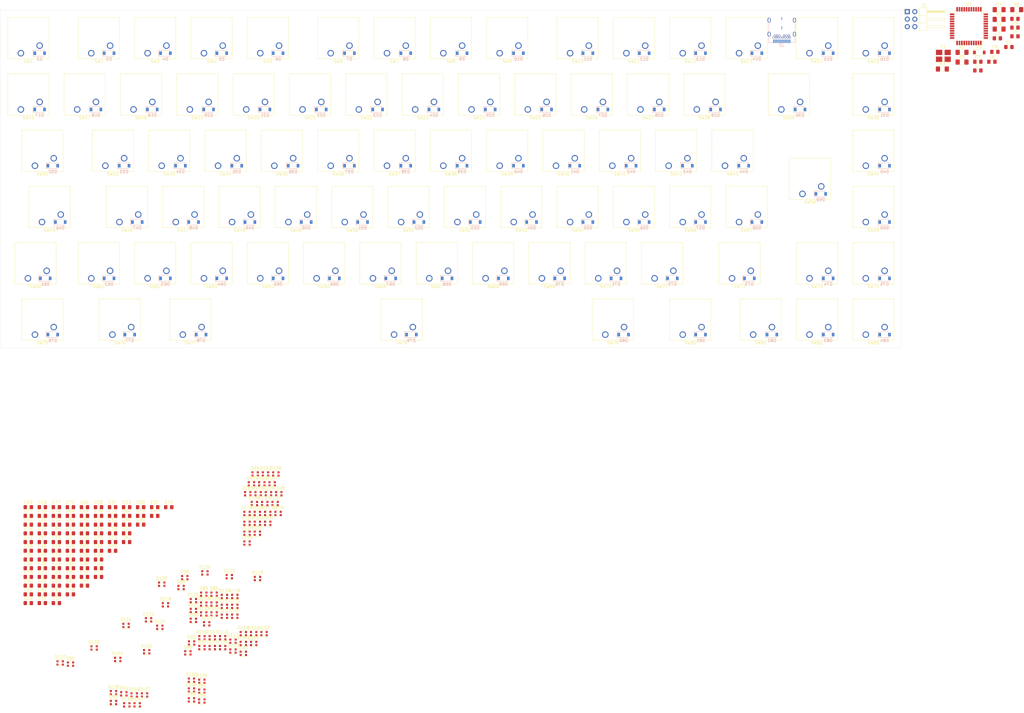
<source format=kicad_pcb>
(kicad_pcb (version 20171130) (host pcbnew 5.1.5+dfsg1-2build2)

  (general
    (thickness 1.6)
    (drawings 4)
    (tracks 0)
    (zones 0)
    (modules 353)
    (nets 217)
  )

  (page A3)
  (layers
    (0 F.Cu signal)
    (31 B.Cu signal)
    (32 B.Adhes user)
    (33 F.Adhes user)
    (34 B.Paste user)
    (35 F.Paste user)
    (36 B.SilkS user)
    (37 F.SilkS user)
    (38 B.Mask user)
    (39 F.Mask user)
    (40 Dwgs.User user)
    (41 Cmts.User user)
    (42 Eco1.User user)
    (43 Eco2.User user)
    (44 Edge.Cuts user)
    (45 Margin user)
    (46 B.CrtYd user)
    (47 F.CrtYd user)
    (48 B.Fab user)
    (49 F.Fab user)
  )

  (setup
    (last_trace_width 0.25)
    (trace_clearance 0.2)
    (zone_clearance 0.508)
    (zone_45_only no)
    (trace_min 0.2)
    (via_size 0.8)
    (via_drill 0.4)
    (via_min_size 0.6)
    (via_min_drill 0.3)
    (uvia_size 0.3)
    (uvia_drill 0.1)
    (uvias_allowed no)
    (uvia_min_size 0.2)
    (uvia_min_drill 0.1)
    (edge_width 0.05)
    (segment_width 0.2)
    (pcb_text_width 0.3)
    (pcb_text_size 1.5 1.5)
    (mod_edge_width 0.12)
    (mod_text_size 1 1)
    (mod_text_width 0.15)
    (pad_size 1.524 1.524)
    (pad_drill 0.762)
    (pad_to_mask_clearance 0.051)
    (solder_mask_min_width 0.25)
    (aux_axis_origin 0 0)
    (visible_elements FFFFF77F)
    (pcbplotparams
      (layerselection 0x010fc_ffffffff)
      (usegerberextensions false)
      (usegerberattributes false)
      (usegerberadvancedattributes false)
      (creategerberjobfile false)
      (excludeedgelayer true)
      (linewidth 0.100000)
      (plotframeref false)
      (viasonmask false)
      (mode 1)
      (useauxorigin false)
      (hpglpennumber 1)
      (hpglpenspeed 20)
      (hpglpendiameter 15.000000)
      (psnegative false)
      (psa4output false)
      (plotreference true)
      (plotvalue true)
      (plotinvisibletext false)
      (padsonsilk false)
      (subtractmaskfromsilk false)
      (outputformat 1)
      (mirror false)
      (drillshape 1)
      (scaleselection 1)
      (outputdirectory ""))
  )

  (net 0 "")
  (net 1 GND)
  (net 2 +5V)
  (net 3 "Net-(C7-Pad1)")
  (net 4 "Net-(C8-Pad2)")
  (net 5 "Net-(C9-Pad1)")
  (net 6 RST)
  (net 7 ROW0)
  (net 8 "Net-(D2-Pad2)")
  (net 9 "Net-(D3-Pad2)")
  (net 10 "Net-(D4-Pad2)")
  (net 11 "Net-(D5-Pad2)")
  (net 12 "Net-(D6-Pad2)")
  (net 13 "Net-(D7-Pad2)")
  (net 14 "Net-(D8-Pad2)")
  (net 15 "Net-(D9-Pad2)")
  (net 16 "Net-(D10-Pad2)")
  (net 17 "Net-(D11-Pad2)")
  (net 18 "Net-(D12-Pad2)")
  (net 19 "Net-(D13-Pad2)")
  (net 20 "Net-(D14-Pad2)")
  (net 21 "Net-(D15-Pad2)")
  (net 22 "Net-(D16-Pad2)")
  (net 23 ROW1)
  (net 24 "Net-(D17-Pad2)")
  (net 25 "Net-(D18-Pad2)")
  (net 26 "Net-(D19-Pad2)")
  (net 27 "Net-(D20-Pad2)")
  (net 28 "Net-(D21-Pad2)")
  (net 29 "Net-(D22-Pad2)")
  (net 30 "Net-(D23-Pad2)")
  (net 31 "Net-(D24-Pad2)")
  (net 32 "Net-(D25-Pad2)")
  (net 33 "Net-(D26-Pad2)")
  (net 34 "Net-(D27-Pad2)")
  (net 35 "Net-(D28-Pad2)")
  (net 36 "Net-(D29-Pad2)")
  (net 37 "Net-(D30-Pad2)")
  (net 38 "Net-(D31-Pad2)")
  (net 39 "Net-(D32-Pad2)")
  (net 40 ROW2)
  (net 41 "Net-(D33-Pad2)")
  (net 42 "Net-(D34-Pad2)")
  (net 43 "Net-(D35-Pad2)")
  (net 44 "Net-(D36-Pad2)")
  (net 45 "Net-(D37-Pad2)")
  (net 46 "Net-(D38-Pad2)")
  (net 47 "Net-(D39-Pad2)")
  (net 48 "Net-(D40-Pad2)")
  (net 49 "Net-(D41-Pad2)")
  (net 50 "Net-(D42-Pad2)")
  (net 51 "Net-(D43-Pad2)")
  (net 52 "Net-(D44-Pad2)")
  (net 53 "Net-(D45-Pad2)")
  (net 54 "Net-(D46-Pad2)")
  (net 55 ROW3)
  (net 56 "Net-(D47-Pad2)")
  (net 57 "Net-(D48-Pad2)")
  (net 58 "Net-(D49-Pad2)")
  (net 59 "Net-(D50-Pad2)")
  (net 60 "Net-(D51-Pad2)")
  (net 61 "Net-(D52-Pad2)")
  (net 62 "Net-(D53-Pad2)")
  (net 63 "Net-(D54-Pad2)")
  (net 64 "Net-(D55-Pad2)")
  (net 65 "Net-(D56-Pad2)")
  (net 66 "Net-(D57-Pad2)")
  (net 67 "Net-(D58-Pad2)")
  (net 68 "Net-(D59-Pad2)")
  (net 69 "Net-(D60-Pad2)")
  (net 70 ROW4)
  (net 71 "Net-(D61-Pad2)")
  (net 72 "Net-(D62-Pad2)")
  (net 73 "Net-(D63-Pad2)")
  (net 74 "Net-(D64-Pad2)")
  (net 75 "Net-(D65-Pad2)")
  (net 76 "Net-(D66-Pad2)")
  (net 77 "Net-(D67-Pad2)")
  (net 78 "Net-(D68-Pad2)")
  (net 79 "Net-(D69-Pad2)")
  (net 80 "Net-(D70-Pad2)")
  (net 81 "Net-(D71-Pad2)")
  (net 82 "Net-(D72-Pad2)")
  (net 83 "Net-(D73-Pad2)")
  (net 84 "Net-(D74-Pad2)")
  (net 85 "Net-(D75-Pad2)")
  (net 86 ROW5)
  (net 87 "Net-(D76-Pad2)")
  (net 88 "Net-(D77-Pad2)")
  (net 89 "Net-(D78-Pad2)")
  (net 90 "Net-(D79-Pad2)")
  (net 91 "Net-(D80-Pad2)")
  (net 92 "Net-(D81-Pad2)")
  (net 93 "Net-(D82-Pad2)")
  (net 94 "Net-(D83-Pad2)")
  (net 95 "Net-(D84-Pad2)")
  (net 96 "Net-(D85-Pad2)")
  (net 97 DIN)
  (net 98 "Net-(D86-Pad2)")
  (net 99 "Net-(D87-Pad2)")
  (net 100 "Net-(D88-Pad2)")
  (net 101 "Net-(D89-Pad2)")
  (net 102 "Net-(D90-Pad2)")
  (net 103 "Net-(D91-Pad2)")
  (net 104 "Net-(D92-Pad2)")
  (net 105 "Net-(D93-Pad2)")
  (net 106 "Net-(D94-Pad2)")
  (net 107 "Net-(D95-Pad2)")
  (net 108 "Net-(D96-Pad2)")
  (net 109 "Net-(D97-Pad2)")
  (net 110 "Net-(D98-Pad2)")
  (net 111 "Net-(D100-Pad4)")
  (net 112 "Net-(D100-Pad2)")
  (net 113 "Net-(D101-Pad2)")
  (net 114 "Net-(D102-Pad2)")
  (net 115 "Net-(D103-Pad2)")
  (net 116 "Net-(D104-Pad2)")
  (net 117 "Net-(D105-Pad2)")
  (net 118 "Net-(D106-Pad2)")
  (net 119 "Net-(D107-Pad2)")
  (net 120 "Net-(D108-Pad2)")
  (net 121 "Net-(D109-Pad2)")
  (net 122 "Net-(D110-Pad2)")
  (net 123 "Net-(D111-Pad2)")
  (net 124 "Net-(D112-Pad2)")
  (net 125 "Net-(D113-Pad2)")
  (net 126 "Net-(D114-Pad2)")
  (net 127 "Net-(D115-Pad2)")
  (net 128 "Net-(D116-Pad2)")
  (net 129 "Net-(D117-Pad2)")
  (net 130 "Net-(D118-Pad2)")
  (net 131 "Net-(D119-Pad2)")
  (net 132 "Net-(D120-Pad2)")
  (net 133 "Net-(D121-Pad2)")
  (net 134 "Net-(D122-Pad2)")
  (net 135 "Net-(D123-Pad2)")
  (net 136 "Net-(D124-Pad2)")
  (net 137 "Net-(D125-Pad2)")
  (net 138 "Net-(D126-Pad2)")
  (net 139 "Net-(D127-Pad2)")
  (net 140 "Net-(D128-Pad2)")
  (net 141 "Net-(D129-Pad2)")
  (net 142 "Net-(D130-Pad2)")
  (net 143 "Net-(D131-Pad2)")
  (net 144 "Net-(D132-Pad2)")
  (net 145 "Net-(D133-Pad2)")
  (net 146 "Net-(D134-Pad2)")
  (net 147 "Net-(D135-Pad2)")
  (net 148 "Net-(D136-Pad2)")
  (net 149 "Net-(D137-Pad2)")
  (net 150 "Net-(D138-Pad2)")
  (net 151 "Net-(D139-Pad2)")
  (net 152 "Net-(D140-Pad2)")
  (net 153 "Net-(D141-Pad2)")
  (net 154 "Net-(D142-Pad2)")
  (net 155 "Net-(D143-Pad2)")
  (net 156 "Net-(D144-Pad2)")
  (net 157 "Net-(D145-Pad2)")
  (net 158 "Net-(D146-Pad2)")
  (net 159 "Net-(D147-Pad2)")
  (net 160 "Net-(D148-Pad2)")
  (net 161 "Net-(D149-Pad2)")
  (net 162 "Net-(D150-Pad2)")
  (net 163 "Net-(D151-Pad2)")
  (net 164 "Net-(D152-Pad2)")
  (net 165 "Net-(D153-Pad2)")
  (net 166 "Net-(D154-Pad2)")
  (net 167 "Net-(D155-Pad2)")
  (net 168 "Net-(D156-Pad2)")
  (net 169 "Net-(D157-Pad2)")
  (net 170 "Net-(D158-Pad2)")
  (net 171 "Net-(D159-Pad2)")
  (net 172 "Net-(D160-Pad2)")
  (net 173 "Net-(D161-Pad2)")
  (net 174 "Net-(D162-Pad2)")
  (net 175 "Net-(D163-Pad2)")
  (net 176 "Net-(D164-Pad2)")
  (net 177 "Net-(D165-Pad2)")
  (net 178 "Net-(D166-Pad2)")
  (net 179 "Net-(D167-Pad2)")
  (net 180 "Net-(F1-Pad2)")
  (net 181 COL02)
  (net 182 COL00)
  (net 183 COL01)
  (net 184 "Net-(J2-PadA11)")
  (net 185 "Net-(J2-PadA10)")
  (net 186 "Net-(J2-PadA8)")
  (net 187 D-)
  (net 188 D+)
  (net 189 "Net-(J2-PadA5)")
  (net 190 "Net-(J2-PadA3)")
  (net 191 "Net-(J2-PadA2)")
  (net 192 "Net-(J2-PadB10)")
  (net 193 "Net-(J2-PadB3)")
  (net 194 "Net-(J2-PadB8)")
  (net 195 "Net-(J2-PadB5)")
  (net 196 "Net-(J2-PadB2)")
  (net 197 "Net-(J2-PadB11)")
  (net 198 "Net-(R4-Pad1)")
  (net 199 "Net-(R5-Pad2)")
  (net 200 "Net-(R6-Pad2)")
  (net 201 COL03)
  (net 202 COL04)
  (net 203 COL06)
  (net 204 COL07)
  (net 205 COL08)
  (net 206 COL09)
  (net 207 COL10)
  (net 208 COL11)
  (net 209 COL12)
  (net 210 COL13)
  (net 211 COL14)
  (net 212 COL15)
  (net 213 COL05)
  (net 214 "Net-(U1-Pad1)")
  (net 215 "Net-(U1-Pad8)")
  (net 216 "Net-(U1-Pad42)")

  (net_class Default "Dies ist die voreingestellte Netzklasse."
    (clearance 0.2)
    (trace_width 0.25)
    (via_dia 0.8)
    (via_drill 0.4)
    (uvia_dia 0.3)
    (uvia_drill 0.1)
    (add_net +5V)
    (add_net COL00)
    (add_net COL01)
    (add_net COL02)
    (add_net COL03)
    (add_net COL04)
    (add_net COL05)
    (add_net COL06)
    (add_net COL07)
    (add_net COL08)
    (add_net COL09)
    (add_net COL10)
    (add_net COL11)
    (add_net COL12)
    (add_net COL13)
    (add_net COL14)
    (add_net COL15)
    (add_net D+)
    (add_net D-)
    (add_net DIN)
    (add_net GND)
    (add_net "Net-(C7-Pad1)")
    (add_net "Net-(C8-Pad2)")
    (add_net "Net-(C9-Pad1)")
    (add_net "Net-(D10-Pad2)")
    (add_net "Net-(D100-Pad2)")
    (add_net "Net-(D100-Pad4)")
    (add_net "Net-(D101-Pad2)")
    (add_net "Net-(D102-Pad2)")
    (add_net "Net-(D103-Pad2)")
    (add_net "Net-(D104-Pad2)")
    (add_net "Net-(D105-Pad2)")
    (add_net "Net-(D106-Pad2)")
    (add_net "Net-(D107-Pad2)")
    (add_net "Net-(D108-Pad2)")
    (add_net "Net-(D109-Pad2)")
    (add_net "Net-(D11-Pad2)")
    (add_net "Net-(D110-Pad2)")
    (add_net "Net-(D111-Pad2)")
    (add_net "Net-(D112-Pad2)")
    (add_net "Net-(D113-Pad2)")
    (add_net "Net-(D114-Pad2)")
    (add_net "Net-(D115-Pad2)")
    (add_net "Net-(D116-Pad2)")
    (add_net "Net-(D117-Pad2)")
    (add_net "Net-(D118-Pad2)")
    (add_net "Net-(D119-Pad2)")
    (add_net "Net-(D12-Pad2)")
    (add_net "Net-(D120-Pad2)")
    (add_net "Net-(D121-Pad2)")
    (add_net "Net-(D122-Pad2)")
    (add_net "Net-(D123-Pad2)")
    (add_net "Net-(D124-Pad2)")
    (add_net "Net-(D125-Pad2)")
    (add_net "Net-(D126-Pad2)")
    (add_net "Net-(D127-Pad2)")
    (add_net "Net-(D128-Pad2)")
    (add_net "Net-(D129-Pad2)")
    (add_net "Net-(D13-Pad2)")
    (add_net "Net-(D130-Pad2)")
    (add_net "Net-(D131-Pad2)")
    (add_net "Net-(D132-Pad2)")
    (add_net "Net-(D133-Pad2)")
    (add_net "Net-(D134-Pad2)")
    (add_net "Net-(D135-Pad2)")
    (add_net "Net-(D136-Pad2)")
    (add_net "Net-(D137-Pad2)")
    (add_net "Net-(D138-Pad2)")
    (add_net "Net-(D139-Pad2)")
    (add_net "Net-(D14-Pad2)")
    (add_net "Net-(D140-Pad2)")
    (add_net "Net-(D141-Pad2)")
    (add_net "Net-(D142-Pad2)")
    (add_net "Net-(D143-Pad2)")
    (add_net "Net-(D144-Pad2)")
    (add_net "Net-(D145-Pad2)")
    (add_net "Net-(D146-Pad2)")
    (add_net "Net-(D147-Pad2)")
    (add_net "Net-(D148-Pad2)")
    (add_net "Net-(D149-Pad2)")
    (add_net "Net-(D15-Pad2)")
    (add_net "Net-(D150-Pad2)")
    (add_net "Net-(D151-Pad2)")
    (add_net "Net-(D152-Pad2)")
    (add_net "Net-(D153-Pad2)")
    (add_net "Net-(D154-Pad2)")
    (add_net "Net-(D155-Pad2)")
    (add_net "Net-(D156-Pad2)")
    (add_net "Net-(D157-Pad2)")
    (add_net "Net-(D158-Pad2)")
    (add_net "Net-(D159-Pad2)")
    (add_net "Net-(D16-Pad2)")
    (add_net "Net-(D160-Pad2)")
    (add_net "Net-(D161-Pad2)")
    (add_net "Net-(D162-Pad2)")
    (add_net "Net-(D163-Pad2)")
    (add_net "Net-(D164-Pad2)")
    (add_net "Net-(D165-Pad2)")
    (add_net "Net-(D166-Pad2)")
    (add_net "Net-(D167-Pad2)")
    (add_net "Net-(D17-Pad2)")
    (add_net "Net-(D18-Pad2)")
    (add_net "Net-(D19-Pad2)")
    (add_net "Net-(D2-Pad2)")
    (add_net "Net-(D20-Pad2)")
    (add_net "Net-(D21-Pad2)")
    (add_net "Net-(D22-Pad2)")
    (add_net "Net-(D23-Pad2)")
    (add_net "Net-(D24-Pad2)")
    (add_net "Net-(D25-Pad2)")
    (add_net "Net-(D26-Pad2)")
    (add_net "Net-(D27-Pad2)")
    (add_net "Net-(D28-Pad2)")
    (add_net "Net-(D29-Pad2)")
    (add_net "Net-(D3-Pad2)")
    (add_net "Net-(D30-Pad2)")
    (add_net "Net-(D31-Pad2)")
    (add_net "Net-(D32-Pad2)")
    (add_net "Net-(D33-Pad2)")
    (add_net "Net-(D34-Pad2)")
    (add_net "Net-(D35-Pad2)")
    (add_net "Net-(D36-Pad2)")
    (add_net "Net-(D37-Pad2)")
    (add_net "Net-(D38-Pad2)")
    (add_net "Net-(D39-Pad2)")
    (add_net "Net-(D4-Pad2)")
    (add_net "Net-(D40-Pad2)")
    (add_net "Net-(D41-Pad2)")
    (add_net "Net-(D42-Pad2)")
    (add_net "Net-(D43-Pad2)")
    (add_net "Net-(D44-Pad2)")
    (add_net "Net-(D45-Pad2)")
    (add_net "Net-(D46-Pad2)")
    (add_net "Net-(D47-Pad2)")
    (add_net "Net-(D48-Pad2)")
    (add_net "Net-(D49-Pad2)")
    (add_net "Net-(D5-Pad2)")
    (add_net "Net-(D50-Pad2)")
    (add_net "Net-(D51-Pad2)")
    (add_net "Net-(D52-Pad2)")
    (add_net "Net-(D53-Pad2)")
    (add_net "Net-(D54-Pad2)")
    (add_net "Net-(D55-Pad2)")
    (add_net "Net-(D56-Pad2)")
    (add_net "Net-(D57-Pad2)")
    (add_net "Net-(D58-Pad2)")
    (add_net "Net-(D59-Pad2)")
    (add_net "Net-(D6-Pad2)")
    (add_net "Net-(D60-Pad2)")
    (add_net "Net-(D61-Pad2)")
    (add_net "Net-(D62-Pad2)")
    (add_net "Net-(D63-Pad2)")
    (add_net "Net-(D64-Pad2)")
    (add_net "Net-(D65-Pad2)")
    (add_net "Net-(D66-Pad2)")
    (add_net "Net-(D67-Pad2)")
    (add_net "Net-(D68-Pad2)")
    (add_net "Net-(D69-Pad2)")
    (add_net "Net-(D7-Pad2)")
    (add_net "Net-(D70-Pad2)")
    (add_net "Net-(D71-Pad2)")
    (add_net "Net-(D72-Pad2)")
    (add_net "Net-(D73-Pad2)")
    (add_net "Net-(D74-Pad2)")
    (add_net "Net-(D75-Pad2)")
    (add_net "Net-(D76-Pad2)")
    (add_net "Net-(D77-Pad2)")
    (add_net "Net-(D78-Pad2)")
    (add_net "Net-(D79-Pad2)")
    (add_net "Net-(D8-Pad2)")
    (add_net "Net-(D80-Pad2)")
    (add_net "Net-(D81-Pad2)")
    (add_net "Net-(D82-Pad2)")
    (add_net "Net-(D83-Pad2)")
    (add_net "Net-(D84-Pad2)")
    (add_net "Net-(D85-Pad2)")
    (add_net "Net-(D86-Pad2)")
    (add_net "Net-(D87-Pad2)")
    (add_net "Net-(D88-Pad2)")
    (add_net "Net-(D89-Pad2)")
    (add_net "Net-(D9-Pad2)")
    (add_net "Net-(D90-Pad2)")
    (add_net "Net-(D91-Pad2)")
    (add_net "Net-(D92-Pad2)")
    (add_net "Net-(D93-Pad2)")
    (add_net "Net-(D94-Pad2)")
    (add_net "Net-(D95-Pad2)")
    (add_net "Net-(D96-Pad2)")
    (add_net "Net-(D97-Pad2)")
    (add_net "Net-(D98-Pad2)")
    (add_net "Net-(F1-Pad2)")
    (add_net "Net-(J2-PadA10)")
    (add_net "Net-(J2-PadA11)")
    (add_net "Net-(J2-PadA2)")
    (add_net "Net-(J2-PadA3)")
    (add_net "Net-(J2-PadA5)")
    (add_net "Net-(J2-PadA8)")
    (add_net "Net-(J2-PadB10)")
    (add_net "Net-(J2-PadB11)")
    (add_net "Net-(J2-PadB2)")
    (add_net "Net-(J2-PadB3)")
    (add_net "Net-(J2-PadB5)")
    (add_net "Net-(J2-PadB8)")
    (add_net "Net-(R4-Pad1)")
    (add_net "Net-(R5-Pad2)")
    (add_net "Net-(R6-Pad2)")
    (add_net "Net-(U1-Pad1)")
    (add_net "Net-(U1-Pad42)")
    (add_net "Net-(U1-Pad8)")
    (add_net ROW0)
    (add_net ROW1)
    (add_net ROW2)
    (add_net ROW3)
    (add_net ROW4)
    (add_net ROW5)
    (add_net RST)
  )

  (module Capacitor_SMD:C_0805_2012Metric_Pad1.15x1.40mm_HandSolder (layer F.Cu) (tedit 5B36C52B) (tstamp 5F15EB18)
    (at 368.725001 55.605001)
    (descr "Capacitor SMD 0805 (2012 Metric), square (rectangular) end terminal, IPC_7351 nominal with elongated pad for handsoldering. (Body size source: https://docs.google.com/spreadsheets/d/1BsfQQcO9C6DZCsRaXUlFlo91Tg2WpOkGARC1WS5S8t0/edit?usp=sharing), generated with kicad-footprint-generator")
    (tags "capacitor handsolder")
    (path /5F92990D)
    (attr smd)
    (fp_text reference C1 (at 0 -1.65) (layer F.SilkS)
      (effects (font (size 1 1) (thickness 0.15)))
    )
    (fp_text value 0.1uF (at 0 1.65) (layer F.Fab)
      (effects (font (size 1 1) (thickness 0.15)))
    )
    (fp_text user %R (at 0 0) (layer F.Fab)
      (effects (font (size 0.5 0.5) (thickness 0.08)))
    )
    (fp_line (start 1.85 0.95) (end -1.85 0.95) (layer F.CrtYd) (width 0.05))
    (fp_line (start 1.85 -0.95) (end 1.85 0.95) (layer F.CrtYd) (width 0.05))
    (fp_line (start -1.85 -0.95) (end 1.85 -0.95) (layer F.CrtYd) (width 0.05))
    (fp_line (start -1.85 0.95) (end -1.85 -0.95) (layer F.CrtYd) (width 0.05))
    (fp_line (start -0.261252 0.71) (end 0.261252 0.71) (layer F.SilkS) (width 0.12))
    (fp_line (start -0.261252 -0.71) (end 0.261252 -0.71) (layer F.SilkS) (width 0.12))
    (fp_line (start 1 0.6) (end -1 0.6) (layer F.Fab) (width 0.1))
    (fp_line (start 1 -0.6) (end 1 0.6) (layer F.Fab) (width 0.1))
    (fp_line (start -1 -0.6) (end 1 -0.6) (layer F.Fab) (width 0.1))
    (fp_line (start -1 0.6) (end -1 -0.6) (layer F.Fab) (width 0.1))
    (pad 2 smd roundrect (at 1.025 0) (size 1.15 1.4) (layers F.Cu F.Paste F.Mask) (roundrect_rratio 0.217391)
      (net 1 GND))
    (pad 1 smd roundrect (at -1.025 0) (size 1.15 1.4) (layers F.Cu F.Paste F.Mask) (roundrect_rratio 0.217391)
      (net 2 +5V))
    (model ${KISYS3DMOD}/Capacitor_SMD.3dshapes/C_0805_2012Metric.wrl
      (at (xyz 0 0 0))
      (scale (xyz 1 1 1))
      (rotate (xyz 0 0 0))
    )
  )

  (module Capacitor_SMD:C_0805_2012Metric_Pad1.15x1.40mm_HandSolder (layer F.Cu) (tedit 5B36C52B) (tstamp 5F15EB29)
    (at 381.265001 41.095001)
    (descr "Capacitor SMD 0805 (2012 Metric), square (rectangular) end terminal, IPC_7351 nominal with elongated pad for handsoldering. (Body size source: https://docs.google.com/spreadsheets/d/1BsfQQcO9C6DZCsRaXUlFlo91Tg2WpOkGARC1WS5S8t0/edit?usp=sharing), generated with kicad-footprint-generator")
    (tags "capacitor handsolder")
    (path /5EFFF252)
    (attr smd)
    (fp_text reference C2 (at 0 -1.65) (layer F.SilkS)
      (effects (font (size 1 1) (thickness 0.15)))
    )
    (fp_text value 0.1uF (at 0 1.65) (layer F.Fab)
      (effects (font (size 1 1) (thickness 0.15)))
    )
    (fp_text user %R (at 0 0) (layer F.Fab)
      (effects (font (size 0.5 0.5) (thickness 0.08)))
    )
    (fp_line (start 1.85 0.95) (end -1.85 0.95) (layer F.CrtYd) (width 0.05))
    (fp_line (start 1.85 -0.95) (end 1.85 0.95) (layer F.CrtYd) (width 0.05))
    (fp_line (start -1.85 -0.95) (end 1.85 -0.95) (layer F.CrtYd) (width 0.05))
    (fp_line (start -1.85 0.95) (end -1.85 -0.95) (layer F.CrtYd) (width 0.05))
    (fp_line (start -0.261252 0.71) (end 0.261252 0.71) (layer F.SilkS) (width 0.12))
    (fp_line (start -0.261252 -0.71) (end 0.261252 -0.71) (layer F.SilkS) (width 0.12))
    (fp_line (start 1 0.6) (end -1 0.6) (layer F.Fab) (width 0.1))
    (fp_line (start 1 -0.6) (end 1 0.6) (layer F.Fab) (width 0.1))
    (fp_line (start -1 -0.6) (end 1 -0.6) (layer F.Fab) (width 0.1))
    (fp_line (start -1 0.6) (end -1 -0.6) (layer F.Fab) (width 0.1))
    (pad 2 smd roundrect (at 1.025 0) (size 1.15 1.4) (layers F.Cu F.Paste F.Mask) (roundrect_rratio 0.217391)
      (net 1 GND))
    (pad 1 smd roundrect (at -1.025 0) (size 1.15 1.4) (layers F.Cu F.Paste F.Mask) (roundrect_rratio 0.217391)
      (net 2 +5V))
    (model ${KISYS3DMOD}/Capacitor_SMD.3dshapes/C_0805_2012Metric.wrl
      (at (xyz 0 0 0))
      (scale (xyz 1 1 1))
      (rotate (xyz 0 0 0))
    )
  )

  (module Capacitor_SMD:C_0805_2012Metric_Pad1.15x1.40mm_HandSolder (layer F.Cu) (tedit 5B36C52B) (tstamp 5F15EB3A)
    (at 375.315001 47.675001)
    (descr "Capacitor SMD 0805 (2012 Metric), square (rectangular) end terminal, IPC_7351 nominal with elongated pad for handsoldering. (Body size source: https://docs.google.com/spreadsheets/d/1BsfQQcO9C6DZCsRaXUlFlo91Tg2WpOkGARC1WS5S8t0/edit?usp=sharing), generated with kicad-footprint-generator")
    (tags "capacitor handsolder")
    (path /5F00AFA0)
    (attr smd)
    (fp_text reference C3 (at 0 -1.65) (layer F.SilkS)
      (effects (font (size 1 1) (thickness 0.15)))
    )
    (fp_text value 0.1uF (at 0 1.65) (layer F.Fab)
      (effects (font (size 1 1) (thickness 0.15)))
    )
    (fp_text user %R (at 0 0) (layer F.Fab)
      (effects (font (size 0.5 0.5) (thickness 0.08)))
    )
    (fp_line (start 1.85 0.95) (end -1.85 0.95) (layer F.CrtYd) (width 0.05))
    (fp_line (start 1.85 -0.95) (end 1.85 0.95) (layer F.CrtYd) (width 0.05))
    (fp_line (start -1.85 -0.95) (end 1.85 -0.95) (layer F.CrtYd) (width 0.05))
    (fp_line (start -1.85 0.95) (end -1.85 -0.95) (layer F.CrtYd) (width 0.05))
    (fp_line (start -0.261252 0.71) (end 0.261252 0.71) (layer F.SilkS) (width 0.12))
    (fp_line (start -0.261252 -0.71) (end 0.261252 -0.71) (layer F.SilkS) (width 0.12))
    (fp_line (start 1 0.6) (end -1 0.6) (layer F.Fab) (width 0.1))
    (fp_line (start 1 -0.6) (end 1 0.6) (layer F.Fab) (width 0.1))
    (fp_line (start -1 -0.6) (end 1 -0.6) (layer F.Fab) (width 0.1))
    (fp_line (start -1 0.6) (end -1 -0.6) (layer F.Fab) (width 0.1))
    (pad 2 smd roundrect (at 1.025 0) (size 1.15 1.4) (layers F.Cu F.Paste F.Mask) (roundrect_rratio 0.217391)
      (net 1 GND))
    (pad 1 smd roundrect (at -1.025 0) (size 1.15 1.4) (layers F.Cu F.Paste F.Mask) (roundrect_rratio 0.217391)
      (net 2 +5V))
    (model ${KISYS3DMOD}/Capacitor_SMD.3dshapes/C_0805_2012Metric.wrl
      (at (xyz 0 0 0))
      (scale (xyz 1 1 1))
      (rotate (xyz 0 0 0))
    )
  )

  (module Capacitor_SMD:C_0805_2012Metric_Pad1.15x1.40mm_HandSolder (layer F.Cu) (tedit 5B36C52B) (tstamp 5F15EB4B)
    (at 379.225001 50.625001)
    (descr "Capacitor SMD 0805 (2012 Metric), square (rectangular) end terminal, IPC_7351 nominal with elongated pad for handsoldering. (Body size source: https://docs.google.com/spreadsheets/d/1BsfQQcO9C6DZCsRaXUlFlo91Tg2WpOkGARC1WS5S8t0/edit?usp=sharing), generated with kicad-footprint-generator")
    (tags "capacitor handsolder")
    (path /5F00B4C3)
    (attr smd)
    (fp_text reference C4 (at 0 -1.65) (layer F.SilkS)
      (effects (font (size 1 1) (thickness 0.15)))
    )
    (fp_text value 0.1uF (at 0 1.65) (layer F.Fab)
      (effects (font (size 1 1) (thickness 0.15)))
    )
    (fp_line (start -1 0.6) (end -1 -0.6) (layer F.Fab) (width 0.1))
    (fp_line (start -1 -0.6) (end 1 -0.6) (layer F.Fab) (width 0.1))
    (fp_line (start 1 -0.6) (end 1 0.6) (layer F.Fab) (width 0.1))
    (fp_line (start 1 0.6) (end -1 0.6) (layer F.Fab) (width 0.1))
    (fp_line (start -0.261252 -0.71) (end 0.261252 -0.71) (layer F.SilkS) (width 0.12))
    (fp_line (start -0.261252 0.71) (end 0.261252 0.71) (layer F.SilkS) (width 0.12))
    (fp_line (start -1.85 0.95) (end -1.85 -0.95) (layer F.CrtYd) (width 0.05))
    (fp_line (start -1.85 -0.95) (end 1.85 -0.95) (layer F.CrtYd) (width 0.05))
    (fp_line (start 1.85 -0.95) (end 1.85 0.95) (layer F.CrtYd) (width 0.05))
    (fp_line (start 1.85 0.95) (end -1.85 0.95) (layer F.CrtYd) (width 0.05))
    (fp_text user %R (at 0 0) (layer F.Fab)
      (effects (font (size 0.5 0.5) (thickness 0.08)))
    )
    (pad 1 smd roundrect (at -1.025 0) (size 1.15 1.4) (layers F.Cu F.Paste F.Mask) (roundrect_rratio 0.217391)
      (net 2 +5V))
    (pad 2 smd roundrect (at 1.025 0) (size 1.15 1.4) (layers F.Cu F.Paste F.Mask) (roundrect_rratio 0.217391)
      (net 1 GND))
    (model ${KISYS3DMOD}/Capacitor_SMD.3dshapes/C_0805_2012Metric.wrl
      (at (xyz 0 0 0))
      (scale (xyz 1 1 1))
      (rotate (xyz 0 0 0))
    )
  )

  (module Capacitor_SMD:C_0805_2012Metric_Pad1.15x1.40mm_HandSolder (layer F.Cu) (tedit 5B36C52B) (tstamp 5F15EB5C)
    (at 381.265001 46.995001)
    (descr "Capacitor SMD 0805 (2012 Metric), square (rectangular) end terminal, IPC_7351 nominal with elongated pad for handsoldering. (Body size source: https://docs.google.com/spreadsheets/d/1BsfQQcO9C6DZCsRaXUlFlo91Tg2WpOkGARC1WS5S8t0/edit?usp=sharing), generated with kicad-footprint-generator")
    (tags "capacitor handsolder")
    (path /5F92A552)
    (attr smd)
    (fp_text reference C5 (at 0 -1.65) (layer F.SilkS)
      (effects (font (size 1 1) (thickness 0.15)))
    )
    (fp_text value 0.1uF (at 0 1.65) (layer F.Fab)
      (effects (font (size 1 1) (thickness 0.15)))
    )
    (fp_text user %R (at 0 0) (layer F.Fab)
      (effects (font (size 0.5 0.5) (thickness 0.08)))
    )
    (fp_line (start 1.85 0.95) (end -1.85 0.95) (layer F.CrtYd) (width 0.05))
    (fp_line (start 1.85 -0.95) (end 1.85 0.95) (layer F.CrtYd) (width 0.05))
    (fp_line (start -1.85 -0.95) (end 1.85 -0.95) (layer F.CrtYd) (width 0.05))
    (fp_line (start -1.85 0.95) (end -1.85 -0.95) (layer F.CrtYd) (width 0.05))
    (fp_line (start -0.261252 0.71) (end 0.261252 0.71) (layer F.SilkS) (width 0.12))
    (fp_line (start -0.261252 -0.71) (end 0.261252 -0.71) (layer F.SilkS) (width 0.12))
    (fp_line (start 1 0.6) (end -1 0.6) (layer F.Fab) (width 0.1))
    (fp_line (start 1 -0.6) (end 1 0.6) (layer F.Fab) (width 0.1))
    (fp_line (start -1 -0.6) (end 1 -0.6) (layer F.Fab) (width 0.1))
    (fp_line (start -1 0.6) (end -1 -0.6) (layer F.Fab) (width 0.1))
    (pad 2 smd roundrect (at 1.025 0) (size 1.15 1.4) (layers F.Cu F.Paste F.Mask) (roundrect_rratio 0.217391)
      (net 1 GND))
    (pad 1 smd roundrect (at -1.025 0) (size 1.15 1.4) (layers F.Cu F.Paste F.Mask) (roundrect_rratio 0.217391)
      (net 2 +5V))
    (model ${KISYS3DMOD}/Capacitor_SMD.3dshapes/C_0805_2012Metric.wrl
      (at (xyz 0 0 0))
      (scale (xyz 1 1 1))
      (rotate (xyz 0 0 0))
    )
  )

  (module Capacitor_SMD:C_0805_2012Metric_Pad1.15x1.40mm_HandSolder (layer F.Cu) (tedit 5B36C52B) (tstamp 5F15EB6D)
    (at 373.475001 55.605001)
    (descr "Capacitor SMD 0805 (2012 Metric), square (rectangular) end terminal, IPC_7351 nominal with elongated pad for handsoldering. (Body size source: https://docs.google.com/spreadsheets/d/1BsfQQcO9C6DZCsRaXUlFlo91Tg2WpOkGARC1WS5S8t0/edit?usp=sharing), generated with kicad-footprint-generator")
    (tags "capacitor handsolder")
    (path /5F007EF5)
    (attr smd)
    (fp_text reference C6 (at 0 -1.65) (layer F.SilkS)
      (effects (font (size 1 1) (thickness 0.15)))
    )
    (fp_text value 10uF (at 0 1.65) (layer F.Fab)
      (effects (font (size 1 1) (thickness 0.15)))
    )
    (fp_line (start -1 0.6) (end -1 -0.6) (layer F.Fab) (width 0.1))
    (fp_line (start -1 -0.6) (end 1 -0.6) (layer F.Fab) (width 0.1))
    (fp_line (start 1 -0.6) (end 1 0.6) (layer F.Fab) (width 0.1))
    (fp_line (start 1 0.6) (end -1 0.6) (layer F.Fab) (width 0.1))
    (fp_line (start -0.261252 -0.71) (end 0.261252 -0.71) (layer F.SilkS) (width 0.12))
    (fp_line (start -0.261252 0.71) (end 0.261252 0.71) (layer F.SilkS) (width 0.12))
    (fp_line (start -1.85 0.95) (end -1.85 -0.95) (layer F.CrtYd) (width 0.05))
    (fp_line (start -1.85 -0.95) (end 1.85 -0.95) (layer F.CrtYd) (width 0.05))
    (fp_line (start 1.85 -0.95) (end 1.85 0.95) (layer F.CrtYd) (width 0.05))
    (fp_line (start 1.85 0.95) (end -1.85 0.95) (layer F.CrtYd) (width 0.05))
    (fp_text user %R (at 0 0) (layer F.Fab)
      (effects (font (size 0.5 0.5) (thickness 0.08)))
    )
    (pad 1 smd roundrect (at -1.025 0) (size 1.15 1.4) (layers F.Cu F.Paste F.Mask) (roundrect_rratio 0.217391)
      (net 2 +5V))
    (pad 2 smd roundrect (at 1.025 0) (size 1.15 1.4) (layers F.Cu F.Paste F.Mask) (roundrect_rratio 0.217391)
      (net 1 GND))
    (model ${KISYS3DMOD}/Capacitor_SMD.3dshapes/C_0805_2012Metric.wrl
      (at (xyz 0 0 0))
      (scale (xyz 1 1 1))
      (rotate (xyz 0 0 0))
    )
  )

  (module Capacitor_SMD:C_0805_2012Metric_Pad1.15x1.40mm_HandSolder (layer F.Cu) (tedit 5B36C52B) (tstamp 5F15EB7E)
    (at 368.725001 58.555001)
    (descr "Capacitor SMD 0805 (2012 Metric), square (rectangular) end terminal, IPC_7351 nominal with elongated pad for handsoldering. (Body size source: https://docs.google.com/spreadsheets/d/1BsfQQcO9C6DZCsRaXUlFlo91Tg2WpOkGARC1WS5S8t0/edit?usp=sharing), generated with kicad-footprint-generator")
    (tags "capacitor handsolder")
    (path /5F0786B1)
    (attr smd)
    (fp_text reference C7 (at 0 -1.65) (layer F.SilkS)
      (effects (font (size 1 1) (thickness 0.15)))
    )
    (fp_text value 22pF (at 0 1.65) (layer F.Fab)
      (effects (font (size 1 1) (thickness 0.15)))
    )
    (fp_text user %R (at 0 0) (layer F.Fab)
      (effects (font (size 0.5 0.5) (thickness 0.08)))
    )
    (fp_line (start 1.85 0.95) (end -1.85 0.95) (layer F.CrtYd) (width 0.05))
    (fp_line (start 1.85 -0.95) (end 1.85 0.95) (layer F.CrtYd) (width 0.05))
    (fp_line (start -1.85 -0.95) (end 1.85 -0.95) (layer F.CrtYd) (width 0.05))
    (fp_line (start -1.85 0.95) (end -1.85 -0.95) (layer F.CrtYd) (width 0.05))
    (fp_line (start -0.261252 0.71) (end 0.261252 0.71) (layer F.SilkS) (width 0.12))
    (fp_line (start -0.261252 -0.71) (end 0.261252 -0.71) (layer F.SilkS) (width 0.12))
    (fp_line (start 1 0.6) (end -1 0.6) (layer F.Fab) (width 0.1))
    (fp_line (start 1 -0.6) (end 1 0.6) (layer F.Fab) (width 0.1))
    (fp_line (start -1 -0.6) (end 1 -0.6) (layer F.Fab) (width 0.1))
    (fp_line (start -1 0.6) (end -1 -0.6) (layer F.Fab) (width 0.1))
    (pad 2 smd roundrect (at 1.025 0) (size 1.15 1.4) (layers F.Cu F.Paste F.Mask) (roundrect_rratio 0.217391)
      (net 1 GND))
    (pad 1 smd roundrect (at -1.025 0) (size 1.15 1.4) (layers F.Cu F.Paste F.Mask) (roundrect_rratio 0.217391)
      (net 3 "Net-(C7-Pad1)"))
    (model ${KISYS3DMOD}/Capacitor_SMD.3dshapes/C_0805_2012Metric.wrl
      (at (xyz 0 0 0))
      (scale (xyz 1 1 1))
      (rotate (xyz 0 0 0))
    )
  )

  (module Capacitor_SMD:C_0805_2012Metric_Pad1.15x1.40mm_HandSolder (layer F.Cu) (tedit 5B36C52B) (tstamp 5F15EB8F)
    (at 374.475001 52.255001)
    (descr "Capacitor SMD 0805 (2012 Metric), square (rectangular) end terminal, IPC_7351 nominal with elongated pad for handsoldering. (Body size source: https://docs.google.com/spreadsheets/d/1BsfQQcO9C6DZCsRaXUlFlo91Tg2WpOkGARC1WS5S8t0/edit?usp=sharing), generated with kicad-footprint-generator")
    (tags "capacitor handsolder")
    (path /5F0BA64F)
    (attr smd)
    (fp_text reference C8 (at 0 -1.65) (layer F.SilkS)
      (effects (font (size 1 1) (thickness 0.15)))
    )
    (fp_text value 22pF (at 0 1.65) (layer F.Fab)
      (effects (font (size 1 1) (thickness 0.15)))
    )
    (fp_text user %R (at 0 0) (layer F.Fab)
      (effects (font (size 0.5 0.5) (thickness 0.08)))
    )
    (fp_line (start 1.85 0.95) (end -1.85 0.95) (layer F.CrtYd) (width 0.05))
    (fp_line (start 1.85 -0.95) (end 1.85 0.95) (layer F.CrtYd) (width 0.05))
    (fp_line (start -1.85 -0.95) (end 1.85 -0.95) (layer F.CrtYd) (width 0.05))
    (fp_line (start -1.85 0.95) (end -1.85 -0.95) (layer F.CrtYd) (width 0.05))
    (fp_line (start -0.261252 0.71) (end 0.261252 0.71) (layer F.SilkS) (width 0.12))
    (fp_line (start -0.261252 -0.71) (end 0.261252 -0.71) (layer F.SilkS) (width 0.12))
    (fp_line (start 1 0.6) (end -1 0.6) (layer F.Fab) (width 0.1))
    (fp_line (start 1 -0.6) (end 1 0.6) (layer F.Fab) (width 0.1))
    (fp_line (start -1 -0.6) (end 1 -0.6) (layer F.Fab) (width 0.1))
    (fp_line (start -1 0.6) (end -1 -0.6) (layer F.Fab) (width 0.1))
    (pad 2 smd roundrect (at 1.025 0) (size 1.15 1.4) (layers F.Cu F.Paste F.Mask) (roundrect_rratio 0.217391)
      (net 4 "Net-(C8-Pad2)"))
    (pad 1 smd roundrect (at -1.025 0) (size 1.15 1.4) (layers F.Cu F.Paste F.Mask) (roundrect_rratio 0.217391)
      (net 1 GND))
    (model ${KISYS3DMOD}/Capacitor_SMD.3dshapes/C_0805_2012Metric.wrl
      (at (xyz 0 0 0))
      (scale (xyz 1 1 1))
      (rotate (xyz 0 0 0))
    )
  )

  (module Capacitor_SMD:C_0805_2012Metric_Pad1.15x1.40mm_HandSolder (layer F.Cu) (tedit 5B36C52B) (tstamp 5F15EBA0)
    (at 381.265001 44.045001)
    (descr "Capacitor SMD 0805 (2012 Metric), square (rectangular) end terminal, IPC_7351 nominal with elongated pad for handsoldering. (Body size source: https://docs.google.com/spreadsheets/d/1BsfQQcO9C6DZCsRaXUlFlo91Tg2WpOkGARC1WS5S8t0/edit?usp=sharing), generated with kicad-footprint-generator")
    (tags "capacitor handsolder")
    (path /5F049C39)
    (attr smd)
    (fp_text reference C9 (at 0 -1.65) (layer F.SilkS)
      (effects (font (size 1 1) (thickness 0.15)))
    )
    (fp_text value 1uF (at 0 1.65) (layer F.Fab)
      (effects (font (size 1 1) (thickness 0.15)))
    )
    (fp_line (start -1 0.6) (end -1 -0.6) (layer F.Fab) (width 0.1))
    (fp_line (start -1 -0.6) (end 1 -0.6) (layer F.Fab) (width 0.1))
    (fp_line (start 1 -0.6) (end 1 0.6) (layer F.Fab) (width 0.1))
    (fp_line (start 1 0.6) (end -1 0.6) (layer F.Fab) (width 0.1))
    (fp_line (start -0.261252 -0.71) (end 0.261252 -0.71) (layer F.SilkS) (width 0.12))
    (fp_line (start -0.261252 0.71) (end 0.261252 0.71) (layer F.SilkS) (width 0.12))
    (fp_line (start -1.85 0.95) (end -1.85 -0.95) (layer F.CrtYd) (width 0.05))
    (fp_line (start -1.85 -0.95) (end 1.85 -0.95) (layer F.CrtYd) (width 0.05))
    (fp_line (start 1.85 -0.95) (end 1.85 0.95) (layer F.CrtYd) (width 0.05))
    (fp_line (start 1.85 0.95) (end -1.85 0.95) (layer F.CrtYd) (width 0.05))
    (fp_text user %R (at 0 0) (layer F.Fab)
      (effects (font (size 0.5 0.5) (thickness 0.08)))
    )
    (pad 1 smd roundrect (at -1.025 0) (size 1.15 1.4) (layers F.Cu F.Paste F.Mask) (roundrect_rratio 0.217391)
      (net 5 "Net-(C9-Pad1)"))
    (pad 2 smd roundrect (at 1.025 0) (size 1.15 1.4) (layers F.Cu F.Paste F.Mask) (roundrect_rratio 0.217391)
      (net 1 GND))
    (model ${KISYS3DMOD}/Capacitor_SMD.3dshapes/C_0805_2012Metric.wrl
      (at (xyz 0 0 0))
      (scale (xyz 1 1 1))
      (rotate (xyz 0 0 0))
    )
  )

  (module Capacitor_SMD:C_0805_2012Metric_Pad1.15x1.40mm_HandSolder (layer F.Cu) (tedit 5B36C52B) (tstamp 5F15EBB1)
    (at 76.095001 215.205001)
    (descr "Capacitor SMD 0805 (2012 Metric), square (rectangular) end terminal, IPC_7351 nominal with elongated pad for handsoldering. (Body size source: https://docs.google.com/spreadsheets/d/1BsfQQcO9C6DZCsRaXUlFlo91Tg2WpOkGARC1WS5S8t0/edit?usp=sharing), generated with kicad-footprint-generator")
    (tags "capacitor handsolder")
    (path /5F949B9C/5FD1B778)
    (attr smd)
    (fp_text reference C10 (at 0 -1.65) (layer F.SilkS)
      (effects (font (size 1 1) (thickness 0.15)))
    )
    (fp_text value 0.1uF (at 0 1.65) (layer F.Fab)
      (effects (font (size 1 1) (thickness 0.15)))
    )
    (fp_line (start -1 0.6) (end -1 -0.6) (layer F.Fab) (width 0.1))
    (fp_line (start -1 -0.6) (end 1 -0.6) (layer F.Fab) (width 0.1))
    (fp_line (start 1 -0.6) (end 1 0.6) (layer F.Fab) (width 0.1))
    (fp_line (start 1 0.6) (end -1 0.6) (layer F.Fab) (width 0.1))
    (fp_line (start -0.261252 -0.71) (end 0.261252 -0.71) (layer F.SilkS) (width 0.12))
    (fp_line (start -0.261252 0.71) (end 0.261252 0.71) (layer F.SilkS) (width 0.12))
    (fp_line (start -1.85 0.95) (end -1.85 -0.95) (layer F.CrtYd) (width 0.05))
    (fp_line (start -1.85 -0.95) (end 1.85 -0.95) (layer F.CrtYd) (width 0.05))
    (fp_line (start 1.85 -0.95) (end 1.85 0.95) (layer F.CrtYd) (width 0.05))
    (fp_line (start 1.85 0.95) (end -1.85 0.95) (layer F.CrtYd) (width 0.05))
    (fp_text user %R (at 0 0) (layer F.Fab)
      (effects (font (size 0.5 0.5) (thickness 0.08)))
    )
    (pad 1 smd roundrect (at -1.025 0) (size 1.15 1.4) (layers F.Cu F.Paste F.Mask) (roundrect_rratio 0.217391)
      (net 2 +5V))
    (pad 2 smd roundrect (at 1.025 0) (size 1.15 1.4) (layers F.Cu F.Paste F.Mask) (roundrect_rratio 0.217391)
      (net 1 GND))
    (model ${KISYS3DMOD}/Capacitor_SMD.3dshapes/C_0805_2012Metric.wrl
      (at (xyz 0 0 0))
      (scale (xyz 1 1 1))
      (rotate (xyz 0 0 0))
    )
  )

  (module Capacitor_SMD:C_0805_2012Metric_Pad1.15x1.40mm_HandSolder (layer F.Cu) (tedit 5B36C52B) (tstamp 5F15EBC2)
    (at 52.345001 238.805001)
    (descr "Capacitor SMD 0805 (2012 Metric), square (rectangular) end terminal, IPC_7351 nominal with elongated pad for handsoldering. (Body size source: https://docs.google.com/spreadsheets/d/1BsfQQcO9C6DZCsRaXUlFlo91Tg2WpOkGARC1WS5S8t0/edit?usp=sharing), generated with kicad-footprint-generator")
    (tags "capacitor handsolder")
    (path /5F949B9C/5FD3F1FB)
    (attr smd)
    (fp_text reference C11 (at 0 -1.65) (layer F.SilkS)
      (effects (font (size 1 1) (thickness 0.15)))
    )
    (fp_text value 0.1uF (at 0 1.65) (layer F.Fab)
      (effects (font (size 1 1) (thickness 0.15)))
    )
    (fp_line (start -1 0.6) (end -1 -0.6) (layer F.Fab) (width 0.1))
    (fp_line (start -1 -0.6) (end 1 -0.6) (layer F.Fab) (width 0.1))
    (fp_line (start 1 -0.6) (end 1 0.6) (layer F.Fab) (width 0.1))
    (fp_line (start 1 0.6) (end -1 0.6) (layer F.Fab) (width 0.1))
    (fp_line (start -0.261252 -0.71) (end 0.261252 -0.71) (layer F.SilkS) (width 0.12))
    (fp_line (start -0.261252 0.71) (end 0.261252 0.71) (layer F.SilkS) (width 0.12))
    (fp_line (start -1.85 0.95) (end -1.85 -0.95) (layer F.CrtYd) (width 0.05))
    (fp_line (start -1.85 -0.95) (end 1.85 -0.95) (layer F.CrtYd) (width 0.05))
    (fp_line (start 1.85 -0.95) (end 1.85 0.95) (layer F.CrtYd) (width 0.05))
    (fp_line (start 1.85 0.95) (end -1.85 0.95) (layer F.CrtYd) (width 0.05))
    (fp_text user %R (at 0 0) (layer F.Fab)
      (effects (font (size 0.5 0.5) (thickness 0.08)))
    )
    (pad 1 smd roundrect (at -1.025 0) (size 1.15 1.4) (layers F.Cu F.Paste F.Mask) (roundrect_rratio 0.217391)
      (net 2 +5V))
    (pad 2 smd roundrect (at 1.025 0) (size 1.15 1.4) (layers F.Cu F.Paste F.Mask) (roundrect_rratio 0.217391)
      (net 1 GND))
    (model ${KISYS3DMOD}/Capacitor_SMD.3dshapes/C_0805_2012Metric.wrl
      (at (xyz 0 0 0))
      (scale (xyz 1 1 1))
      (rotate (xyz 0 0 0))
    )
  )

  (module Capacitor_SMD:C_0805_2012Metric_Pad1.15x1.40mm_HandSolder (layer F.Cu) (tedit 5B36C52B) (tstamp 5F15EBD3)
    (at 76.095001 212.255001)
    (descr "Capacitor SMD 0805 (2012 Metric), square (rectangular) end terminal, IPC_7351 nominal with elongated pad for handsoldering. (Body size source: https://docs.google.com/spreadsheets/d/1BsfQQcO9C6DZCsRaXUlFlo91Tg2WpOkGARC1WS5S8t0/edit?usp=sharing), generated with kicad-footprint-generator")
    (tags "capacitor handsolder")
    (path /5F949B9C/5FD40FAE)
    (attr smd)
    (fp_text reference C12 (at 0 -1.65) (layer F.SilkS)
      (effects (font (size 1 1) (thickness 0.15)))
    )
    (fp_text value 0.1uF (at 0 1.65) (layer F.Fab)
      (effects (font (size 1 1) (thickness 0.15)))
    )
    (fp_line (start -1 0.6) (end -1 -0.6) (layer F.Fab) (width 0.1))
    (fp_line (start -1 -0.6) (end 1 -0.6) (layer F.Fab) (width 0.1))
    (fp_line (start 1 -0.6) (end 1 0.6) (layer F.Fab) (width 0.1))
    (fp_line (start 1 0.6) (end -1 0.6) (layer F.Fab) (width 0.1))
    (fp_line (start -0.261252 -0.71) (end 0.261252 -0.71) (layer F.SilkS) (width 0.12))
    (fp_line (start -0.261252 0.71) (end 0.261252 0.71) (layer F.SilkS) (width 0.12))
    (fp_line (start -1.85 0.95) (end -1.85 -0.95) (layer F.CrtYd) (width 0.05))
    (fp_line (start -1.85 -0.95) (end 1.85 -0.95) (layer F.CrtYd) (width 0.05))
    (fp_line (start 1.85 -0.95) (end 1.85 0.95) (layer F.CrtYd) (width 0.05))
    (fp_line (start 1.85 0.95) (end -1.85 0.95) (layer F.CrtYd) (width 0.05))
    (fp_text user %R (at 0 0) (layer F.Fab)
      (effects (font (size 0.5 0.5) (thickness 0.08)))
    )
    (pad 1 smd roundrect (at -1.025 0) (size 1.15 1.4) (layers F.Cu F.Paste F.Mask) (roundrect_rratio 0.217391)
      (net 2 +5V))
    (pad 2 smd roundrect (at 1.025 0) (size 1.15 1.4) (layers F.Cu F.Paste F.Mask) (roundrect_rratio 0.217391)
      (net 1 GND))
    (model ${KISYS3DMOD}/Capacitor_SMD.3dshapes/C_0805_2012Metric.wrl
      (at (xyz 0 0 0))
      (scale (xyz 1 1 1))
      (rotate (xyz 0 0 0))
    )
  )

  (module Capacitor_SMD:C_0805_2012Metric_Pad1.15x1.40mm_HandSolder (layer F.Cu) (tedit 5B36C52B) (tstamp 5F15EBE4)
    (at 85.595001 209.305001)
    (descr "Capacitor SMD 0805 (2012 Metric), square (rectangular) end terminal, IPC_7351 nominal with elongated pad for handsoldering. (Body size source: https://docs.google.com/spreadsheets/d/1BsfQQcO9C6DZCsRaXUlFlo91Tg2WpOkGARC1WS5S8t0/edit?usp=sharing), generated with kicad-footprint-generator")
    (tags "capacitor handsolder")
    (path /5F949B9C/5FD423D5)
    (attr smd)
    (fp_text reference C13 (at 0 -1.65) (layer F.SilkS)
      (effects (font (size 1 1) (thickness 0.15)))
    )
    (fp_text value 0.1uF (at 0 1.65) (layer F.Fab)
      (effects (font (size 1 1) (thickness 0.15)))
    )
    (fp_text user %R (at 0 0) (layer F.Fab)
      (effects (font (size 0.5 0.5) (thickness 0.08)))
    )
    (fp_line (start 1.85 0.95) (end -1.85 0.95) (layer F.CrtYd) (width 0.05))
    (fp_line (start 1.85 -0.95) (end 1.85 0.95) (layer F.CrtYd) (width 0.05))
    (fp_line (start -1.85 -0.95) (end 1.85 -0.95) (layer F.CrtYd) (width 0.05))
    (fp_line (start -1.85 0.95) (end -1.85 -0.95) (layer F.CrtYd) (width 0.05))
    (fp_line (start -0.261252 0.71) (end 0.261252 0.71) (layer F.SilkS) (width 0.12))
    (fp_line (start -0.261252 -0.71) (end 0.261252 -0.71) (layer F.SilkS) (width 0.12))
    (fp_line (start 1 0.6) (end -1 0.6) (layer F.Fab) (width 0.1))
    (fp_line (start 1 -0.6) (end 1 0.6) (layer F.Fab) (width 0.1))
    (fp_line (start -1 -0.6) (end 1 -0.6) (layer F.Fab) (width 0.1))
    (fp_line (start -1 0.6) (end -1 -0.6) (layer F.Fab) (width 0.1))
    (pad 2 smd roundrect (at 1.025 0) (size 1.15 1.4) (layers F.Cu F.Paste F.Mask) (roundrect_rratio 0.217391)
      (net 1 GND))
    (pad 1 smd roundrect (at -1.025 0) (size 1.15 1.4) (layers F.Cu F.Paste F.Mask) (roundrect_rratio 0.217391)
      (net 2 +5V))
    (model ${KISYS3DMOD}/Capacitor_SMD.3dshapes/C_0805_2012Metric.wrl
      (at (xyz 0 0 0))
      (scale (xyz 1 1 1))
      (rotate (xyz 0 0 0))
    )
  )

  (module Capacitor_SMD:C_0805_2012Metric_Pad1.15x1.40mm_HandSolder (layer F.Cu) (tedit 5B36C52B) (tstamp 5F15EBF5)
    (at 76.095001 218.155001)
    (descr "Capacitor SMD 0805 (2012 Metric), square (rectangular) end terminal, IPC_7351 nominal with elongated pad for handsoldering. (Body size source: https://docs.google.com/spreadsheets/d/1BsfQQcO9C6DZCsRaXUlFlo91Tg2WpOkGARC1WS5S8t0/edit?usp=sharing), generated with kicad-footprint-generator")
    (tags "capacitor handsolder")
    (path /5F949B9C/5FD4399A)
    (attr smd)
    (fp_text reference C14 (at 0 -1.65) (layer F.SilkS)
      (effects (font (size 1 1) (thickness 0.15)))
    )
    (fp_text value 0.1uF (at 0 1.65) (layer F.Fab)
      (effects (font (size 1 1) (thickness 0.15)))
    )
    (fp_line (start -1 0.6) (end -1 -0.6) (layer F.Fab) (width 0.1))
    (fp_line (start -1 -0.6) (end 1 -0.6) (layer F.Fab) (width 0.1))
    (fp_line (start 1 -0.6) (end 1 0.6) (layer F.Fab) (width 0.1))
    (fp_line (start 1 0.6) (end -1 0.6) (layer F.Fab) (width 0.1))
    (fp_line (start -0.261252 -0.71) (end 0.261252 -0.71) (layer F.SilkS) (width 0.12))
    (fp_line (start -0.261252 0.71) (end 0.261252 0.71) (layer F.SilkS) (width 0.12))
    (fp_line (start -1.85 0.95) (end -1.85 -0.95) (layer F.CrtYd) (width 0.05))
    (fp_line (start -1.85 -0.95) (end 1.85 -0.95) (layer F.CrtYd) (width 0.05))
    (fp_line (start 1.85 -0.95) (end 1.85 0.95) (layer F.CrtYd) (width 0.05))
    (fp_line (start 1.85 0.95) (end -1.85 0.95) (layer F.CrtYd) (width 0.05))
    (fp_text user %R (at 0 0) (layer F.Fab)
      (effects (font (size 0.5 0.5) (thickness 0.08)))
    )
    (pad 1 smd roundrect (at -1.025 0) (size 1.15 1.4) (layers F.Cu F.Paste F.Mask) (roundrect_rratio 0.217391)
      (net 2 +5V))
    (pad 2 smd roundrect (at 1.025 0) (size 1.15 1.4) (layers F.Cu F.Paste F.Mask) (roundrect_rratio 0.217391)
      (net 1 GND))
    (model ${KISYS3DMOD}/Capacitor_SMD.3dshapes/C_0805_2012Metric.wrl
      (at (xyz 0 0 0))
      (scale (xyz 1 1 1))
      (rotate (xyz 0 0 0))
    )
  )

  (module Capacitor_SMD:C_0805_2012Metric_Pad1.15x1.40mm_HandSolder (layer F.Cu) (tedit 5B36C52B) (tstamp 5F15EC06)
    (at 47.595001 212.255001)
    (descr "Capacitor SMD 0805 (2012 Metric), square (rectangular) end terminal, IPC_7351 nominal with elongated pad for handsoldering. (Body size source: https://docs.google.com/spreadsheets/d/1BsfQQcO9C6DZCsRaXUlFlo91Tg2WpOkGARC1WS5S8t0/edit?usp=sharing), generated with kicad-footprint-generator")
    (tags "capacitor handsolder")
    (path /5F949B9C/5F62CADC)
    (attr smd)
    (fp_text reference C15 (at 0 -1.65) (layer F.SilkS)
      (effects (font (size 1 1) (thickness 0.15)))
    )
    (fp_text value 0.1uF (at 0 1.65) (layer F.Fab)
      (effects (font (size 1 1) (thickness 0.15)))
    )
    (fp_text user %R (at 0 0) (layer F.Fab)
      (effects (font (size 0.5 0.5) (thickness 0.08)))
    )
    (fp_line (start 1.85 0.95) (end -1.85 0.95) (layer F.CrtYd) (width 0.05))
    (fp_line (start 1.85 -0.95) (end 1.85 0.95) (layer F.CrtYd) (width 0.05))
    (fp_line (start -1.85 -0.95) (end 1.85 -0.95) (layer F.CrtYd) (width 0.05))
    (fp_line (start -1.85 0.95) (end -1.85 -0.95) (layer F.CrtYd) (width 0.05))
    (fp_line (start -0.261252 0.71) (end 0.261252 0.71) (layer F.SilkS) (width 0.12))
    (fp_line (start -0.261252 -0.71) (end 0.261252 -0.71) (layer F.SilkS) (width 0.12))
    (fp_line (start 1 0.6) (end -1 0.6) (layer F.Fab) (width 0.1))
    (fp_line (start 1 -0.6) (end 1 0.6) (layer F.Fab) (width 0.1))
    (fp_line (start -1 -0.6) (end 1 -0.6) (layer F.Fab) (width 0.1))
    (fp_line (start -1 0.6) (end -1 -0.6) (layer F.Fab) (width 0.1))
    (pad 2 smd roundrect (at 1.025 0) (size 1.15 1.4) (layers F.Cu F.Paste F.Mask) (roundrect_rratio 0.217391)
      (net 1 GND))
    (pad 1 smd roundrect (at -1.025 0) (size 1.15 1.4) (layers F.Cu F.Paste F.Mask) (roundrect_rratio 0.217391)
      (net 2 +5V))
    (model ${KISYS3DMOD}/Capacitor_SMD.3dshapes/C_0805_2012Metric.wrl
      (at (xyz 0 0 0))
      (scale (xyz 1 1 1))
      (rotate (xyz 0 0 0))
    )
  )

  (module Capacitor_SMD:C_0805_2012Metric_Pad1.15x1.40mm_HandSolder (layer F.Cu) (tedit 5B36C52B) (tstamp 5F15EC17)
    (at 52.345001 206.355001)
    (descr "Capacitor SMD 0805 (2012 Metric), square (rectangular) end terminal, IPC_7351 nominal with elongated pad for handsoldering. (Body size source: https://docs.google.com/spreadsheets/d/1BsfQQcO9C6DZCsRaXUlFlo91Tg2WpOkGARC1WS5S8t0/edit?usp=sharing), generated with kicad-footprint-generator")
    (tags "capacitor handsolder")
    (path /5F949B9C/5F62CAFF)
    (attr smd)
    (fp_text reference C16 (at 0 -1.65) (layer F.SilkS)
      (effects (font (size 1 1) (thickness 0.15)))
    )
    (fp_text value 0.1uF (at 0 1.65) (layer F.Fab)
      (effects (font (size 1 1) (thickness 0.15)))
    )
    (fp_line (start -1 0.6) (end -1 -0.6) (layer F.Fab) (width 0.1))
    (fp_line (start -1 -0.6) (end 1 -0.6) (layer F.Fab) (width 0.1))
    (fp_line (start 1 -0.6) (end 1 0.6) (layer F.Fab) (width 0.1))
    (fp_line (start 1 0.6) (end -1 0.6) (layer F.Fab) (width 0.1))
    (fp_line (start -0.261252 -0.71) (end 0.261252 -0.71) (layer F.SilkS) (width 0.12))
    (fp_line (start -0.261252 0.71) (end 0.261252 0.71) (layer F.SilkS) (width 0.12))
    (fp_line (start -1.85 0.95) (end -1.85 -0.95) (layer F.CrtYd) (width 0.05))
    (fp_line (start -1.85 -0.95) (end 1.85 -0.95) (layer F.CrtYd) (width 0.05))
    (fp_line (start 1.85 -0.95) (end 1.85 0.95) (layer F.CrtYd) (width 0.05))
    (fp_line (start 1.85 0.95) (end -1.85 0.95) (layer F.CrtYd) (width 0.05))
    (fp_text user %R (at 0 0) (layer F.Fab)
      (effects (font (size 0.5 0.5) (thickness 0.08)))
    )
    (pad 1 smd roundrect (at -1.025 0) (size 1.15 1.4) (layers F.Cu F.Paste F.Mask) (roundrect_rratio 0.217391)
      (net 2 +5V))
    (pad 2 smd roundrect (at 1.025 0) (size 1.15 1.4) (layers F.Cu F.Paste F.Mask) (roundrect_rratio 0.217391)
      (net 1 GND))
    (model ${KISYS3DMOD}/Capacitor_SMD.3dshapes/C_0805_2012Metric.wrl
      (at (xyz 0 0 0))
      (scale (xyz 1 1 1))
      (rotate (xyz 0 0 0))
    )
  )

  (module Capacitor_SMD:C_0805_2012Metric_Pad1.15x1.40mm_HandSolder (layer F.Cu) (tedit 5B36C52B) (tstamp 5F15EC28)
    (at 47.595001 209.305001)
    (descr "Capacitor SMD 0805 (2012 Metric), square (rectangular) end terminal, IPC_7351 nominal with elongated pad for handsoldering. (Body size source: https://docs.google.com/spreadsheets/d/1BsfQQcO9C6DZCsRaXUlFlo91Tg2WpOkGARC1WS5S8t0/edit?usp=sharing), generated with kicad-footprint-generator")
    (tags "capacitor handsolder")
    (path /5F949B9C/5F62CB22)
    (attr smd)
    (fp_text reference C17 (at 0 -1.65) (layer F.SilkS)
      (effects (font (size 1 1) (thickness 0.15)))
    )
    (fp_text value 0.1uF (at 0 1.65) (layer F.Fab)
      (effects (font (size 1 1) (thickness 0.15)))
    )
    (fp_text user %R (at 0 0) (layer F.Fab)
      (effects (font (size 0.5 0.5) (thickness 0.08)))
    )
    (fp_line (start 1.85 0.95) (end -1.85 0.95) (layer F.CrtYd) (width 0.05))
    (fp_line (start 1.85 -0.95) (end 1.85 0.95) (layer F.CrtYd) (width 0.05))
    (fp_line (start -1.85 -0.95) (end 1.85 -0.95) (layer F.CrtYd) (width 0.05))
    (fp_line (start -1.85 0.95) (end -1.85 -0.95) (layer F.CrtYd) (width 0.05))
    (fp_line (start -0.261252 0.71) (end 0.261252 0.71) (layer F.SilkS) (width 0.12))
    (fp_line (start -0.261252 -0.71) (end 0.261252 -0.71) (layer F.SilkS) (width 0.12))
    (fp_line (start 1 0.6) (end -1 0.6) (layer F.Fab) (width 0.1))
    (fp_line (start 1 -0.6) (end 1 0.6) (layer F.Fab) (width 0.1))
    (fp_line (start -1 -0.6) (end 1 -0.6) (layer F.Fab) (width 0.1))
    (fp_line (start -1 0.6) (end -1 -0.6) (layer F.Fab) (width 0.1))
    (pad 2 smd roundrect (at 1.025 0) (size 1.15 1.4) (layers F.Cu F.Paste F.Mask) (roundrect_rratio 0.217391)
      (net 1 GND))
    (pad 1 smd roundrect (at -1.025 0) (size 1.15 1.4) (layers F.Cu F.Paste F.Mask) (roundrect_rratio 0.217391)
      (net 2 +5V))
    (model ${KISYS3DMOD}/Capacitor_SMD.3dshapes/C_0805_2012Metric.wrl
      (at (xyz 0 0 0))
      (scale (xyz 1 1 1))
      (rotate (xyz 0 0 0))
    )
  )

  (module Capacitor_SMD:C_0805_2012Metric_Pad1.15x1.40mm_HandSolder (layer F.Cu) (tedit 5B36C52B) (tstamp 5F15EC39)
    (at 47.595001 221.105001)
    (descr "Capacitor SMD 0805 (2012 Metric), square (rectangular) end terminal, IPC_7351 nominal with elongated pad for handsoldering. (Body size source: https://docs.google.com/spreadsheets/d/1BsfQQcO9C6DZCsRaXUlFlo91Tg2WpOkGARC1WS5S8t0/edit?usp=sharing), generated with kicad-footprint-generator")
    (tags "capacitor handsolder")
    (path /5F949B9C/5F62CB45)
    (attr smd)
    (fp_text reference C18 (at 0 -1.65) (layer F.SilkS)
      (effects (font (size 1 1) (thickness 0.15)))
    )
    (fp_text value 0.1uF (at 0 1.65) (layer F.Fab)
      (effects (font (size 1 1) (thickness 0.15)))
    )
    (fp_line (start -1 0.6) (end -1 -0.6) (layer F.Fab) (width 0.1))
    (fp_line (start -1 -0.6) (end 1 -0.6) (layer F.Fab) (width 0.1))
    (fp_line (start 1 -0.6) (end 1 0.6) (layer F.Fab) (width 0.1))
    (fp_line (start 1 0.6) (end -1 0.6) (layer F.Fab) (width 0.1))
    (fp_line (start -0.261252 -0.71) (end 0.261252 -0.71) (layer F.SilkS) (width 0.12))
    (fp_line (start -0.261252 0.71) (end 0.261252 0.71) (layer F.SilkS) (width 0.12))
    (fp_line (start -1.85 0.95) (end -1.85 -0.95) (layer F.CrtYd) (width 0.05))
    (fp_line (start -1.85 -0.95) (end 1.85 -0.95) (layer F.CrtYd) (width 0.05))
    (fp_line (start 1.85 -0.95) (end 1.85 0.95) (layer F.CrtYd) (width 0.05))
    (fp_line (start 1.85 0.95) (end -1.85 0.95) (layer F.CrtYd) (width 0.05))
    (fp_text user %R (at 0 0) (layer F.Fab)
      (effects (font (size 0.5 0.5) (thickness 0.08)))
    )
    (pad 1 smd roundrect (at -1.025 0) (size 1.15 1.4) (layers F.Cu F.Paste F.Mask) (roundrect_rratio 0.217391)
      (net 2 +5V))
    (pad 2 smd roundrect (at 1.025 0) (size 1.15 1.4) (layers F.Cu F.Paste F.Mask) (roundrect_rratio 0.217391)
      (net 1 GND))
    (model ${KISYS3DMOD}/Capacitor_SMD.3dshapes/C_0805_2012Metric.wrl
      (at (xyz 0 0 0))
      (scale (xyz 1 1 1))
      (rotate (xyz 0 0 0))
    )
  )

  (module Capacitor_SMD:C_0805_2012Metric_Pad1.15x1.40mm_HandSolder (layer F.Cu) (tedit 5B36C52B) (tstamp 5F15EC4A)
    (at 71.345001 215.205001)
    (descr "Capacitor SMD 0805 (2012 Metric), square (rectangular) end terminal, IPC_7351 nominal with elongated pad for handsoldering. (Body size source: https://docs.google.com/spreadsheets/d/1BsfQQcO9C6DZCsRaXUlFlo91Tg2WpOkGARC1WS5S8t0/edit?usp=sharing), generated with kicad-footprint-generator")
    (tags "capacitor handsolder")
    (path /5F949B9C/5F62CB67)
    (attr smd)
    (fp_text reference C19 (at 0 -1.65) (layer F.SilkS)
      (effects (font (size 1 1) (thickness 0.15)))
    )
    (fp_text value 0.1uF (at 0 1.65) (layer F.Fab)
      (effects (font (size 1 1) (thickness 0.15)))
    )
    (fp_text user %R (at 0 0) (layer F.Fab)
      (effects (font (size 0.5 0.5) (thickness 0.08)))
    )
    (fp_line (start 1.85 0.95) (end -1.85 0.95) (layer F.CrtYd) (width 0.05))
    (fp_line (start 1.85 -0.95) (end 1.85 0.95) (layer F.CrtYd) (width 0.05))
    (fp_line (start -1.85 -0.95) (end 1.85 -0.95) (layer F.CrtYd) (width 0.05))
    (fp_line (start -1.85 0.95) (end -1.85 -0.95) (layer F.CrtYd) (width 0.05))
    (fp_line (start -0.261252 0.71) (end 0.261252 0.71) (layer F.SilkS) (width 0.12))
    (fp_line (start -0.261252 -0.71) (end 0.261252 -0.71) (layer F.SilkS) (width 0.12))
    (fp_line (start 1 0.6) (end -1 0.6) (layer F.Fab) (width 0.1))
    (fp_line (start 1 -0.6) (end 1 0.6) (layer F.Fab) (width 0.1))
    (fp_line (start -1 -0.6) (end 1 -0.6) (layer F.Fab) (width 0.1))
    (fp_line (start -1 0.6) (end -1 -0.6) (layer F.Fab) (width 0.1))
    (pad 2 smd roundrect (at 1.025 0) (size 1.15 1.4) (layers F.Cu F.Paste F.Mask) (roundrect_rratio 0.217391)
      (net 1 GND))
    (pad 1 smd roundrect (at -1.025 0) (size 1.15 1.4) (layers F.Cu F.Paste F.Mask) (roundrect_rratio 0.217391)
      (net 2 +5V))
    (model ${KISYS3DMOD}/Capacitor_SMD.3dshapes/C_0805_2012Metric.wrl
      (at (xyz 0 0 0))
      (scale (xyz 1 1 1))
      (rotate (xyz 0 0 0))
    )
  )

  (module Capacitor_SMD:C_0805_2012Metric_Pad1.15x1.40mm_HandSolder (layer F.Cu) (tedit 5B36C52B) (tstamp 5F15EC5B)
    (at 47.595001 238.805001)
    (descr "Capacitor SMD 0805 (2012 Metric), square (rectangular) end terminal, IPC_7351 nominal with elongated pad for handsoldering. (Body size source: https://docs.google.com/spreadsheets/d/1BsfQQcO9C6DZCsRaXUlFlo91Tg2WpOkGARC1WS5S8t0/edit?usp=sharing), generated with kicad-footprint-generator")
    (tags "capacitor handsolder")
    (path /5F949B9C/5F6A626C)
    (attr smd)
    (fp_text reference C20 (at 0 -1.65) (layer F.SilkS)
      (effects (font (size 1 1) (thickness 0.15)))
    )
    (fp_text value 0.1uF (at 0 1.65) (layer F.Fab)
      (effects (font (size 1 1) (thickness 0.15)))
    )
    (fp_line (start -1 0.6) (end -1 -0.6) (layer F.Fab) (width 0.1))
    (fp_line (start -1 -0.6) (end 1 -0.6) (layer F.Fab) (width 0.1))
    (fp_line (start 1 -0.6) (end 1 0.6) (layer F.Fab) (width 0.1))
    (fp_line (start 1 0.6) (end -1 0.6) (layer F.Fab) (width 0.1))
    (fp_line (start -0.261252 -0.71) (end 0.261252 -0.71) (layer F.SilkS) (width 0.12))
    (fp_line (start -0.261252 0.71) (end 0.261252 0.71) (layer F.SilkS) (width 0.12))
    (fp_line (start -1.85 0.95) (end -1.85 -0.95) (layer F.CrtYd) (width 0.05))
    (fp_line (start -1.85 -0.95) (end 1.85 -0.95) (layer F.CrtYd) (width 0.05))
    (fp_line (start 1.85 -0.95) (end 1.85 0.95) (layer F.CrtYd) (width 0.05))
    (fp_line (start 1.85 0.95) (end -1.85 0.95) (layer F.CrtYd) (width 0.05))
    (fp_text user %R (at 0 0) (layer F.Fab)
      (effects (font (size 0.5 0.5) (thickness 0.08)))
    )
    (pad 1 smd roundrect (at -1.025 0) (size 1.15 1.4) (layers F.Cu F.Paste F.Mask) (roundrect_rratio 0.217391)
      (net 2 +5V))
    (pad 2 smd roundrect (at 1.025 0) (size 1.15 1.4) (layers F.Cu F.Paste F.Mask) (roundrect_rratio 0.217391)
      (net 1 GND))
    (model ${KISYS3DMOD}/Capacitor_SMD.3dshapes/C_0805_2012Metric.wrl
      (at (xyz 0 0 0))
      (scale (xyz 1 1 1))
      (rotate (xyz 0 0 0))
    )
  )

  (module Capacitor_SMD:C_0805_2012Metric_Pad1.15x1.40mm_HandSolder (layer F.Cu) (tedit 5B36C52B) (tstamp 5F15EC6C)
    (at 61.845001 224.055001)
    (descr "Capacitor SMD 0805 (2012 Metric), square (rectangular) end terminal, IPC_7351 nominal with elongated pad for handsoldering. (Body size source: https://docs.google.com/spreadsheets/d/1BsfQQcO9C6DZCsRaXUlFlo91Tg2WpOkGARC1WS5S8t0/edit?usp=sharing), generated with kicad-footprint-generator")
    (tags "capacitor handsolder")
    (path /5F949B9C/5F6A628F)
    (attr smd)
    (fp_text reference C21 (at 0 -1.65) (layer F.SilkS)
      (effects (font (size 1 1) (thickness 0.15)))
    )
    (fp_text value 0.1uF (at 0 1.65) (layer F.Fab)
      (effects (font (size 1 1) (thickness 0.15)))
    )
    (fp_line (start -1 0.6) (end -1 -0.6) (layer F.Fab) (width 0.1))
    (fp_line (start -1 -0.6) (end 1 -0.6) (layer F.Fab) (width 0.1))
    (fp_line (start 1 -0.6) (end 1 0.6) (layer F.Fab) (width 0.1))
    (fp_line (start 1 0.6) (end -1 0.6) (layer F.Fab) (width 0.1))
    (fp_line (start -0.261252 -0.71) (end 0.261252 -0.71) (layer F.SilkS) (width 0.12))
    (fp_line (start -0.261252 0.71) (end 0.261252 0.71) (layer F.SilkS) (width 0.12))
    (fp_line (start -1.85 0.95) (end -1.85 -0.95) (layer F.CrtYd) (width 0.05))
    (fp_line (start -1.85 -0.95) (end 1.85 -0.95) (layer F.CrtYd) (width 0.05))
    (fp_line (start 1.85 -0.95) (end 1.85 0.95) (layer F.CrtYd) (width 0.05))
    (fp_line (start 1.85 0.95) (end -1.85 0.95) (layer F.CrtYd) (width 0.05))
    (fp_text user %R (at 0 0) (layer F.Fab)
      (effects (font (size 0.5 0.5) (thickness 0.08)))
    )
    (pad 1 smd roundrect (at -1.025 0) (size 1.15 1.4) (layers F.Cu F.Paste F.Mask) (roundrect_rratio 0.217391)
      (net 2 +5V))
    (pad 2 smd roundrect (at 1.025 0) (size 1.15 1.4) (layers F.Cu F.Paste F.Mask) (roundrect_rratio 0.217391)
      (net 1 GND))
    (model ${KISYS3DMOD}/Capacitor_SMD.3dshapes/C_0805_2012Metric.wrl
      (at (xyz 0 0 0))
      (scale (xyz 1 1 1))
      (rotate (xyz 0 0 0))
    )
  )

  (module Capacitor_SMD:C_0805_2012Metric_Pad1.15x1.40mm_HandSolder (layer F.Cu) (tedit 5B36C52B) (tstamp 5F15EC7D)
    (at 57.095001 229.955001)
    (descr "Capacitor SMD 0805 (2012 Metric), square (rectangular) end terminal, IPC_7351 nominal with elongated pad for handsoldering. (Body size source: https://docs.google.com/spreadsheets/d/1BsfQQcO9C6DZCsRaXUlFlo91Tg2WpOkGARC1WS5S8t0/edit?usp=sharing), generated with kicad-footprint-generator")
    (tags "capacitor handsolder")
    (path /5F949B9C/5F6A62B2)
    (attr smd)
    (fp_text reference C22 (at 0 -1.65) (layer F.SilkS)
      (effects (font (size 1 1) (thickness 0.15)))
    )
    (fp_text value 0.1uF (at 0 1.65) (layer F.Fab)
      (effects (font (size 1 1) (thickness 0.15)))
    )
    (fp_line (start -1 0.6) (end -1 -0.6) (layer F.Fab) (width 0.1))
    (fp_line (start -1 -0.6) (end 1 -0.6) (layer F.Fab) (width 0.1))
    (fp_line (start 1 -0.6) (end 1 0.6) (layer F.Fab) (width 0.1))
    (fp_line (start 1 0.6) (end -1 0.6) (layer F.Fab) (width 0.1))
    (fp_line (start -0.261252 -0.71) (end 0.261252 -0.71) (layer F.SilkS) (width 0.12))
    (fp_line (start -0.261252 0.71) (end 0.261252 0.71) (layer F.SilkS) (width 0.12))
    (fp_line (start -1.85 0.95) (end -1.85 -0.95) (layer F.CrtYd) (width 0.05))
    (fp_line (start -1.85 -0.95) (end 1.85 -0.95) (layer F.CrtYd) (width 0.05))
    (fp_line (start 1.85 -0.95) (end 1.85 0.95) (layer F.CrtYd) (width 0.05))
    (fp_line (start 1.85 0.95) (end -1.85 0.95) (layer F.CrtYd) (width 0.05))
    (fp_text user %R (at 0 0) (layer F.Fab)
      (effects (font (size 0.5 0.5) (thickness 0.08)))
    )
    (pad 1 smd roundrect (at -1.025 0) (size 1.15 1.4) (layers F.Cu F.Paste F.Mask) (roundrect_rratio 0.217391)
      (net 2 +5V))
    (pad 2 smd roundrect (at 1.025 0) (size 1.15 1.4) (layers F.Cu F.Paste F.Mask) (roundrect_rratio 0.217391)
      (net 1 GND))
    (model ${KISYS3DMOD}/Capacitor_SMD.3dshapes/C_0805_2012Metric.wrl
      (at (xyz 0 0 0))
      (scale (xyz 1 1 1))
      (rotate (xyz 0 0 0))
    )
  )

  (module Capacitor_SMD:C_0805_2012Metric_Pad1.15x1.40mm_HandSolder (layer F.Cu) (tedit 5B36C52B) (tstamp 5F15EC8E)
    (at 80.845001 206.355001)
    (descr "Capacitor SMD 0805 (2012 Metric), square (rectangular) end terminal, IPC_7351 nominal with elongated pad for handsoldering. (Body size source: https://docs.google.com/spreadsheets/d/1BsfQQcO9C6DZCsRaXUlFlo91Tg2WpOkGARC1WS5S8t0/edit?usp=sharing), generated with kicad-footprint-generator")
    (tags "capacitor handsolder")
    (path /5F949B9C/5F6A62D5)
    (attr smd)
    (fp_text reference C23 (at 0 -1.65) (layer F.SilkS)
      (effects (font (size 1 1) (thickness 0.15)))
    )
    (fp_text value 0.1uF (at 0 1.65) (layer F.Fab)
      (effects (font (size 1 1) (thickness 0.15)))
    )
    (fp_line (start -1 0.6) (end -1 -0.6) (layer F.Fab) (width 0.1))
    (fp_line (start -1 -0.6) (end 1 -0.6) (layer F.Fab) (width 0.1))
    (fp_line (start 1 -0.6) (end 1 0.6) (layer F.Fab) (width 0.1))
    (fp_line (start 1 0.6) (end -1 0.6) (layer F.Fab) (width 0.1))
    (fp_line (start -0.261252 -0.71) (end 0.261252 -0.71) (layer F.SilkS) (width 0.12))
    (fp_line (start -0.261252 0.71) (end 0.261252 0.71) (layer F.SilkS) (width 0.12))
    (fp_line (start -1.85 0.95) (end -1.85 -0.95) (layer F.CrtYd) (width 0.05))
    (fp_line (start -1.85 -0.95) (end 1.85 -0.95) (layer F.CrtYd) (width 0.05))
    (fp_line (start 1.85 -0.95) (end 1.85 0.95) (layer F.CrtYd) (width 0.05))
    (fp_line (start 1.85 0.95) (end -1.85 0.95) (layer F.CrtYd) (width 0.05))
    (fp_text user %R (at 0 0) (layer F.Fab)
      (effects (font (size 0.5 0.5) (thickness 0.08)))
    )
    (pad 1 smd roundrect (at -1.025 0) (size 1.15 1.4) (layers F.Cu F.Paste F.Mask) (roundrect_rratio 0.217391)
      (net 2 +5V))
    (pad 2 smd roundrect (at 1.025 0) (size 1.15 1.4) (layers F.Cu F.Paste F.Mask) (roundrect_rratio 0.217391)
      (net 1 GND))
    (model ${KISYS3DMOD}/Capacitor_SMD.3dshapes/C_0805_2012Metric.wrl
      (at (xyz 0 0 0))
      (scale (xyz 1 1 1))
      (rotate (xyz 0 0 0))
    )
  )

  (module Capacitor_SMD:C_0805_2012Metric_Pad1.15x1.40mm_HandSolder (layer F.Cu) (tedit 5B36C52B) (tstamp 5F15EC9F)
    (at 52.345001 232.905001)
    (descr "Capacitor SMD 0805 (2012 Metric), square (rectangular) end terminal, IPC_7351 nominal with elongated pad for handsoldering. (Body size source: https://docs.google.com/spreadsheets/d/1BsfQQcO9C6DZCsRaXUlFlo91Tg2WpOkGARC1WS5S8t0/edit?usp=sharing), generated with kicad-footprint-generator")
    (tags "capacitor handsolder")
    (path /5F949B9C/5F6A62F8)
    (attr smd)
    (fp_text reference C24 (at 0 -1.65) (layer F.SilkS)
      (effects (font (size 1 1) (thickness 0.15)))
    )
    (fp_text value 0.1uF (at 0 1.65) (layer F.Fab)
      (effects (font (size 1 1) (thickness 0.15)))
    )
    (fp_line (start -1 0.6) (end -1 -0.6) (layer F.Fab) (width 0.1))
    (fp_line (start -1 -0.6) (end 1 -0.6) (layer F.Fab) (width 0.1))
    (fp_line (start 1 -0.6) (end 1 0.6) (layer F.Fab) (width 0.1))
    (fp_line (start 1 0.6) (end -1 0.6) (layer F.Fab) (width 0.1))
    (fp_line (start -0.261252 -0.71) (end 0.261252 -0.71) (layer F.SilkS) (width 0.12))
    (fp_line (start -0.261252 0.71) (end 0.261252 0.71) (layer F.SilkS) (width 0.12))
    (fp_line (start -1.85 0.95) (end -1.85 -0.95) (layer F.CrtYd) (width 0.05))
    (fp_line (start -1.85 -0.95) (end 1.85 -0.95) (layer F.CrtYd) (width 0.05))
    (fp_line (start 1.85 -0.95) (end 1.85 0.95) (layer F.CrtYd) (width 0.05))
    (fp_line (start 1.85 0.95) (end -1.85 0.95) (layer F.CrtYd) (width 0.05))
    (fp_text user %R (at 0 0) (layer F.Fab)
      (effects (font (size 0.5 0.5) (thickness 0.08)))
    )
    (pad 1 smd roundrect (at -1.025 0) (size 1.15 1.4) (layers F.Cu F.Paste F.Mask) (roundrect_rratio 0.217391)
      (net 2 +5V))
    (pad 2 smd roundrect (at 1.025 0) (size 1.15 1.4) (layers F.Cu F.Paste F.Mask) (roundrect_rratio 0.217391)
      (net 1 GND))
    (model ${KISYS3DMOD}/Capacitor_SMD.3dshapes/C_0805_2012Metric.wrl
      (at (xyz 0 0 0))
      (scale (xyz 1 1 1))
      (rotate (xyz 0 0 0))
    )
  )

  (module Capacitor_SMD:C_0805_2012Metric_Pad1.15x1.40mm_HandSolder (layer F.Cu) (tedit 5B36C52B) (tstamp 5F15ECB0)
    (at 57.095001 227.005001)
    (descr "Capacitor SMD 0805 (2012 Metric), square (rectangular) end terminal, IPC_7351 nominal with elongated pad for handsoldering. (Body size source: https://docs.google.com/spreadsheets/d/1BsfQQcO9C6DZCsRaXUlFlo91Tg2WpOkGARC1WS5S8t0/edit?usp=sharing), generated with kicad-footprint-generator")
    (tags "capacitor handsolder")
    (path /5F949B9C/5F6A631B)
    (attr smd)
    (fp_text reference C25 (at 0 -1.65) (layer F.SilkS)
      (effects (font (size 1 1) (thickness 0.15)))
    )
    (fp_text value 0.1uF (at 0 1.65) (layer F.Fab)
      (effects (font (size 1 1) (thickness 0.15)))
    )
    (fp_text user %R (at 0 0) (layer F.Fab)
      (effects (font (size 0.5 0.5) (thickness 0.08)))
    )
    (fp_line (start 1.85 0.95) (end -1.85 0.95) (layer F.CrtYd) (width 0.05))
    (fp_line (start 1.85 -0.95) (end 1.85 0.95) (layer F.CrtYd) (width 0.05))
    (fp_line (start -1.85 -0.95) (end 1.85 -0.95) (layer F.CrtYd) (width 0.05))
    (fp_line (start -1.85 0.95) (end -1.85 -0.95) (layer F.CrtYd) (width 0.05))
    (fp_line (start -0.261252 0.71) (end 0.261252 0.71) (layer F.SilkS) (width 0.12))
    (fp_line (start -0.261252 -0.71) (end 0.261252 -0.71) (layer F.SilkS) (width 0.12))
    (fp_line (start 1 0.6) (end -1 0.6) (layer F.Fab) (width 0.1))
    (fp_line (start 1 -0.6) (end 1 0.6) (layer F.Fab) (width 0.1))
    (fp_line (start -1 -0.6) (end 1 -0.6) (layer F.Fab) (width 0.1))
    (fp_line (start -1 0.6) (end -1 -0.6) (layer F.Fab) (width 0.1))
    (pad 2 smd roundrect (at 1.025 0) (size 1.15 1.4) (layers F.Cu F.Paste F.Mask) (roundrect_rratio 0.217391)
      (net 1 GND))
    (pad 1 smd roundrect (at -1.025 0) (size 1.15 1.4) (layers F.Cu F.Paste F.Mask) (roundrect_rratio 0.217391)
      (net 2 +5V))
    (model ${KISYS3DMOD}/Capacitor_SMD.3dshapes/C_0805_2012Metric.wrl
      (at (xyz 0 0 0))
      (scale (xyz 1 1 1))
      (rotate (xyz 0 0 0))
    )
  )

  (module Capacitor_SMD:C_0805_2012Metric_Pad1.15x1.40mm_HandSolder (layer F.Cu) (tedit 5B36C52B) (tstamp 5F15ECC1)
    (at 66.595001 218.155001)
    (descr "Capacitor SMD 0805 (2012 Metric), square (rectangular) end terminal, IPC_7351 nominal with elongated pad for handsoldering. (Body size source: https://docs.google.com/spreadsheets/d/1BsfQQcO9C6DZCsRaXUlFlo91Tg2WpOkGARC1WS5S8t0/edit?usp=sharing), generated with kicad-footprint-generator")
    (tags "capacitor handsolder")
    (path /5F949B9C/5F6A633E)
    (attr smd)
    (fp_text reference C26 (at 0 -1.65) (layer F.SilkS)
      (effects (font (size 1 1) (thickness 0.15)))
    )
    (fp_text value 0.1uF (at 0 1.65) (layer F.Fab)
      (effects (font (size 1 1) (thickness 0.15)))
    )
    (fp_text user %R (at 0 0) (layer F.Fab)
      (effects (font (size 0.5 0.5) (thickness 0.08)))
    )
    (fp_line (start 1.85 0.95) (end -1.85 0.95) (layer F.CrtYd) (width 0.05))
    (fp_line (start 1.85 -0.95) (end 1.85 0.95) (layer F.CrtYd) (width 0.05))
    (fp_line (start -1.85 -0.95) (end 1.85 -0.95) (layer F.CrtYd) (width 0.05))
    (fp_line (start -1.85 0.95) (end -1.85 -0.95) (layer F.CrtYd) (width 0.05))
    (fp_line (start -0.261252 0.71) (end 0.261252 0.71) (layer F.SilkS) (width 0.12))
    (fp_line (start -0.261252 -0.71) (end 0.261252 -0.71) (layer F.SilkS) (width 0.12))
    (fp_line (start 1 0.6) (end -1 0.6) (layer F.Fab) (width 0.1))
    (fp_line (start 1 -0.6) (end 1 0.6) (layer F.Fab) (width 0.1))
    (fp_line (start -1 -0.6) (end 1 -0.6) (layer F.Fab) (width 0.1))
    (fp_line (start -1 0.6) (end -1 -0.6) (layer F.Fab) (width 0.1))
    (pad 2 smd roundrect (at 1.025 0) (size 1.15 1.4) (layers F.Cu F.Paste F.Mask) (roundrect_rratio 0.217391)
      (net 1 GND))
    (pad 1 smd roundrect (at -1.025 0) (size 1.15 1.4) (layers F.Cu F.Paste F.Mask) (roundrect_rratio 0.217391)
      (net 2 +5V))
    (model ${KISYS3DMOD}/Capacitor_SMD.3dshapes/C_0805_2012Metric.wrl
      (at (xyz 0 0 0))
      (scale (xyz 1 1 1))
      (rotate (xyz 0 0 0))
    )
  )

  (module Capacitor_SMD:C_0805_2012Metric_Pad1.15x1.40mm_HandSolder (layer F.Cu) (tedit 5B36C52B) (tstamp 5F15ECD2)
    (at 76.095001 209.305001)
    (descr "Capacitor SMD 0805 (2012 Metric), square (rectangular) end terminal, IPC_7351 nominal with elongated pad for handsoldering. (Body size source: https://docs.google.com/spreadsheets/d/1BsfQQcO9C6DZCsRaXUlFlo91Tg2WpOkGARC1WS5S8t0/edit?usp=sharing), generated with kicad-footprint-generator")
    (tags "capacitor handsolder")
    (path /5F949B9C/5F6A6361)
    (attr smd)
    (fp_text reference C27 (at 0 -1.65) (layer F.SilkS)
      (effects (font (size 1 1) (thickness 0.15)))
    )
    (fp_text value 0.1uF (at 0 1.65) (layer F.Fab)
      (effects (font (size 1 1) (thickness 0.15)))
    )
    (fp_line (start -1 0.6) (end -1 -0.6) (layer F.Fab) (width 0.1))
    (fp_line (start -1 -0.6) (end 1 -0.6) (layer F.Fab) (width 0.1))
    (fp_line (start 1 -0.6) (end 1 0.6) (layer F.Fab) (width 0.1))
    (fp_line (start 1 0.6) (end -1 0.6) (layer F.Fab) (width 0.1))
    (fp_line (start -0.261252 -0.71) (end 0.261252 -0.71) (layer F.SilkS) (width 0.12))
    (fp_line (start -0.261252 0.71) (end 0.261252 0.71) (layer F.SilkS) (width 0.12))
    (fp_line (start -1.85 0.95) (end -1.85 -0.95) (layer F.CrtYd) (width 0.05))
    (fp_line (start -1.85 -0.95) (end 1.85 -0.95) (layer F.CrtYd) (width 0.05))
    (fp_line (start 1.85 -0.95) (end 1.85 0.95) (layer F.CrtYd) (width 0.05))
    (fp_line (start 1.85 0.95) (end -1.85 0.95) (layer F.CrtYd) (width 0.05))
    (fp_text user %R (at 0 0) (layer F.Fab)
      (effects (font (size 0.5 0.5) (thickness 0.08)))
    )
    (pad 1 smd roundrect (at -1.025 0) (size 1.15 1.4) (layers F.Cu F.Paste F.Mask) (roundrect_rratio 0.217391)
      (net 2 +5V))
    (pad 2 smd roundrect (at 1.025 0) (size 1.15 1.4) (layers F.Cu F.Paste F.Mask) (roundrect_rratio 0.217391)
      (net 1 GND))
    (model ${KISYS3DMOD}/Capacitor_SMD.3dshapes/C_0805_2012Metric.wrl
      (at (xyz 0 0 0))
      (scale (xyz 1 1 1))
      (rotate (xyz 0 0 0))
    )
  )

  (module Capacitor_SMD:C_0805_2012Metric_Pad1.15x1.40mm_HandSolder (layer F.Cu) (tedit 5B36C52B) (tstamp 5F15ECE3)
    (at 61.845001 221.105001)
    (descr "Capacitor SMD 0805 (2012 Metric), square (rectangular) end terminal, IPC_7351 nominal with elongated pad for handsoldering. (Body size source: https://docs.google.com/spreadsheets/d/1BsfQQcO9C6DZCsRaXUlFlo91Tg2WpOkGARC1WS5S8t0/edit?usp=sharing), generated with kicad-footprint-generator")
    (tags "capacitor handsolder")
    (path /5F949B9C/5F6A6384)
    (attr smd)
    (fp_text reference C28 (at 0 -1.65) (layer F.SilkS)
      (effects (font (size 1 1) (thickness 0.15)))
    )
    (fp_text value 0.1uF (at 0 1.65) (layer F.Fab)
      (effects (font (size 1 1) (thickness 0.15)))
    )
    (fp_text user %R (at 0 0) (layer F.Fab)
      (effects (font (size 0.5 0.5) (thickness 0.08)))
    )
    (fp_line (start 1.85 0.95) (end -1.85 0.95) (layer F.CrtYd) (width 0.05))
    (fp_line (start 1.85 -0.95) (end 1.85 0.95) (layer F.CrtYd) (width 0.05))
    (fp_line (start -1.85 -0.95) (end 1.85 -0.95) (layer F.CrtYd) (width 0.05))
    (fp_line (start -1.85 0.95) (end -1.85 -0.95) (layer F.CrtYd) (width 0.05))
    (fp_line (start -0.261252 0.71) (end 0.261252 0.71) (layer F.SilkS) (width 0.12))
    (fp_line (start -0.261252 -0.71) (end 0.261252 -0.71) (layer F.SilkS) (width 0.12))
    (fp_line (start 1 0.6) (end -1 0.6) (layer F.Fab) (width 0.1))
    (fp_line (start 1 -0.6) (end 1 0.6) (layer F.Fab) (width 0.1))
    (fp_line (start -1 -0.6) (end 1 -0.6) (layer F.Fab) (width 0.1))
    (fp_line (start -1 0.6) (end -1 -0.6) (layer F.Fab) (width 0.1))
    (pad 2 smd roundrect (at 1.025 0) (size 1.15 1.4) (layers F.Cu F.Paste F.Mask) (roundrect_rratio 0.217391)
      (net 1 GND))
    (pad 1 smd roundrect (at -1.025 0) (size 1.15 1.4) (layers F.Cu F.Paste F.Mask) (roundrect_rratio 0.217391)
      (net 2 +5V))
    (model ${KISYS3DMOD}/Capacitor_SMD.3dshapes/C_0805_2012Metric.wrl
      (at (xyz 0 0 0))
      (scale (xyz 1 1 1))
      (rotate (xyz 0 0 0))
    )
  )

  (module Capacitor_SMD:C_0805_2012Metric_Pad1.15x1.40mm_HandSolder (layer F.Cu) (tedit 5B36C52B) (tstamp 5F15ECF4)
    (at 47.595001 235.855001)
    (descr "Capacitor SMD 0805 (2012 Metric), square (rectangular) end terminal, IPC_7351 nominal with elongated pad for handsoldering. (Body size source: https://docs.google.com/spreadsheets/d/1BsfQQcO9C6DZCsRaXUlFlo91Tg2WpOkGARC1WS5S8t0/edit?usp=sharing), generated with kicad-footprint-generator")
    (tags "capacitor handsolder")
    (path /5F949B9C/5F6A63A6)
    (attr smd)
    (fp_text reference C29 (at 0 -1.65) (layer F.SilkS)
      (effects (font (size 1 1) (thickness 0.15)))
    )
    (fp_text value 0.1uF (at 0 1.65) (layer F.Fab)
      (effects (font (size 1 1) (thickness 0.15)))
    )
    (fp_text user %R (at 0 0) (layer F.Fab)
      (effects (font (size 0.5 0.5) (thickness 0.08)))
    )
    (fp_line (start 1.85 0.95) (end -1.85 0.95) (layer F.CrtYd) (width 0.05))
    (fp_line (start 1.85 -0.95) (end 1.85 0.95) (layer F.CrtYd) (width 0.05))
    (fp_line (start -1.85 -0.95) (end 1.85 -0.95) (layer F.CrtYd) (width 0.05))
    (fp_line (start -1.85 0.95) (end -1.85 -0.95) (layer F.CrtYd) (width 0.05))
    (fp_line (start -0.261252 0.71) (end 0.261252 0.71) (layer F.SilkS) (width 0.12))
    (fp_line (start -0.261252 -0.71) (end 0.261252 -0.71) (layer F.SilkS) (width 0.12))
    (fp_line (start 1 0.6) (end -1 0.6) (layer F.Fab) (width 0.1))
    (fp_line (start 1 -0.6) (end 1 0.6) (layer F.Fab) (width 0.1))
    (fp_line (start -1 -0.6) (end 1 -0.6) (layer F.Fab) (width 0.1))
    (fp_line (start -1 0.6) (end -1 -0.6) (layer F.Fab) (width 0.1))
    (pad 2 smd roundrect (at 1.025 0) (size 1.15 1.4) (layers F.Cu F.Paste F.Mask) (roundrect_rratio 0.217391)
      (net 1 GND))
    (pad 1 smd roundrect (at -1.025 0) (size 1.15 1.4) (layers F.Cu F.Paste F.Mask) (roundrect_rratio 0.217391)
      (net 2 +5V))
    (model ${KISYS3DMOD}/Capacitor_SMD.3dshapes/C_0805_2012Metric.wrl
      (at (xyz 0 0 0))
      (scale (xyz 1 1 1))
      (rotate (xyz 0 0 0))
    )
  )

  (module Capacitor_SMD:C_0805_2012Metric_Pad1.15x1.40mm_HandSolder (layer F.Cu) (tedit 5B36C52B) (tstamp 5F15ED05)
    (at 52.345001 209.305001)
    (descr "Capacitor SMD 0805 (2012 Metric), square (rectangular) end terminal, IPC_7351 nominal with elongated pad for handsoldering. (Body size source: https://docs.google.com/spreadsheets/d/1BsfQQcO9C6DZCsRaXUlFlo91Tg2WpOkGARC1WS5S8t0/edit?usp=sharing), generated with kicad-footprint-generator")
    (tags "capacitor handsolder")
    (path /5F949B9C/5F6DAEB3)
    (attr smd)
    (fp_text reference C30 (at 0 -1.65) (layer F.SilkS)
      (effects (font (size 1 1) (thickness 0.15)))
    )
    (fp_text value 0.1uF (at 0 1.65) (layer F.Fab)
      (effects (font (size 1 1) (thickness 0.15)))
    )
    (fp_text user %R (at 0 0) (layer F.Fab)
      (effects (font (size 0.5 0.5) (thickness 0.08)))
    )
    (fp_line (start 1.85 0.95) (end -1.85 0.95) (layer F.CrtYd) (width 0.05))
    (fp_line (start 1.85 -0.95) (end 1.85 0.95) (layer F.CrtYd) (width 0.05))
    (fp_line (start -1.85 -0.95) (end 1.85 -0.95) (layer F.CrtYd) (width 0.05))
    (fp_line (start -1.85 0.95) (end -1.85 -0.95) (layer F.CrtYd) (width 0.05))
    (fp_line (start -0.261252 0.71) (end 0.261252 0.71) (layer F.SilkS) (width 0.12))
    (fp_line (start -0.261252 -0.71) (end 0.261252 -0.71) (layer F.SilkS) (width 0.12))
    (fp_line (start 1 0.6) (end -1 0.6) (layer F.Fab) (width 0.1))
    (fp_line (start 1 -0.6) (end 1 0.6) (layer F.Fab) (width 0.1))
    (fp_line (start -1 -0.6) (end 1 -0.6) (layer F.Fab) (width 0.1))
    (fp_line (start -1 0.6) (end -1 -0.6) (layer F.Fab) (width 0.1))
    (pad 2 smd roundrect (at 1.025 0) (size 1.15 1.4) (layers F.Cu F.Paste F.Mask) (roundrect_rratio 0.217391)
      (net 1 GND))
    (pad 1 smd roundrect (at -1.025 0) (size 1.15 1.4) (layers F.Cu F.Paste F.Mask) (roundrect_rratio 0.217391)
      (net 2 +5V))
    (model ${KISYS3DMOD}/Capacitor_SMD.3dshapes/C_0805_2012Metric.wrl
      (at (xyz 0 0 0))
      (scale (xyz 1 1 1))
      (rotate (xyz 0 0 0))
    )
  )

  (module Capacitor_SMD:C_0805_2012Metric_Pad1.15x1.40mm_HandSolder (layer F.Cu) (tedit 5B36C52B) (tstamp 5F15ED16)
    (at 66.595001 215.205001)
    (descr "Capacitor SMD 0805 (2012 Metric), square (rectangular) end terminal, IPC_7351 nominal with elongated pad for handsoldering. (Body size source: https://docs.google.com/spreadsheets/d/1BsfQQcO9C6DZCsRaXUlFlo91Tg2WpOkGARC1WS5S8t0/edit?usp=sharing), generated with kicad-footprint-generator")
    (tags "capacitor handsolder")
    (path /5F949B9C/5F6DAED6)
    (attr smd)
    (fp_text reference C31 (at 0 -1.65) (layer F.SilkS)
      (effects (font (size 1 1) (thickness 0.15)))
    )
    (fp_text value 0.1uF (at 0 1.65) (layer F.Fab)
      (effects (font (size 1 1) (thickness 0.15)))
    )
    (fp_line (start -1 0.6) (end -1 -0.6) (layer F.Fab) (width 0.1))
    (fp_line (start -1 -0.6) (end 1 -0.6) (layer F.Fab) (width 0.1))
    (fp_line (start 1 -0.6) (end 1 0.6) (layer F.Fab) (width 0.1))
    (fp_line (start 1 0.6) (end -1 0.6) (layer F.Fab) (width 0.1))
    (fp_line (start -0.261252 -0.71) (end 0.261252 -0.71) (layer F.SilkS) (width 0.12))
    (fp_line (start -0.261252 0.71) (end 0.261252 0.71) (layer F.SilkS) (width 0.12))
    (fp_line (start -1.85 0.95) (end -1.85 -0.95) (layer F.CrtYd) (width 0.05))
    (fp_line (start -1.85 -0.95) (end 1.85 -0.95) (layer F.CrtYd) (width 0.05))
    (fp_line (start 1.85 -0.95) (end 1.85 0.95) (layer F.CrtYd) (width 0.05))
    (fp_line (start 1.85 0.95) (end -1.85 0.95) (layer F.CrtYd) (width 0.05))
    (fp_text user %R (at 0 0) (layer F.Fab)
      (effects (font (size 0.5 0.5) (thickness 0.08)))
    )
    (pad 1 smd roundrect (at -1.025 0) (size 1.15 1.4) (layers F.Cu F.Paste F.Mask) (roundrect_rratio 0.217391)
      (net 2 +5V))
    (pad 2 smd roundrect (at 1.025 0) (size 1.15 1.4) (layers F.Cu F.Paste F.Mask) (roundrect_rratio 0.217391)
      (net 1 GND))
    (model ${KISYS3DMOD}/Capacitor_SMD.3dshapes/C_0805_2012Metric.wrl
      (at (xyz 0 0 0))
      (scale (xyz 1 1 1))
      (rotate (xyz 0 0 0))
    )
  )

  (module Capacitor_SMD:C_0805_2012Metric_Pad1.15x1.40mm_HandSolder (layer F.Cu) (tedit 5B36C52B) (tstamp 5F15ED27)
    (at 57.095001 224.055001)
    (descr "Capacitor SMD 0805 (2012 Metric), square (rectangular) end terminal, IPC_7351 nominal with elongated pad for handsoldering. (Body size source: https://docs.google.com/spreadsheets/d/1BsfQQcO9C6DZCsRaXUlFlo91Tg2WpOkGARC1WS5S8t0/edit?usp=sharing), generated with kicad-footprint-generator")
    (tags "capacitor handsolder")
    (path /5F949B9C/5F6DAEF9)
    (attr smd)
    (fp_text reference C32 (at 0 -1.65) (layer F.SilkS)
      (effects (font (size 1 1) (thickness 0.15)))
    )
    (fp_text value 0.1uF (at 0 1.65) (layer F.Fab)
      (effects (font (size 1 1) (thickness 0.15)))
    )
    (fp_text user %R (at 0 0) (layer F.Fab)
      (effects (font (size 0.5 0.5) (thickness 0.08)))
    )
    (fp_line (start 1.85 0.95) (end -1.85 0.95) (layer F.CrtYd) (width 0.05))
    (fp_line (start 1.85 -0.95) (end 1.85 0.95) (layer F.CrtYd) (width 0.05))
    (fp_line (start -1.85 -0.95) (end 1.85 -0.95) (layer F.CrtYd) (width 0.05))
    (fp_line (start -1.85 0.95) (end -1.85 -0.95) (layer F.CrtYd) (width 0.05))
    (fp_line (start -0.261252 0.71) (end 0.261252 0.71) (layer F.SilkS) (width 0.12))
    (fp_line (start -0.261252 -0.71) (end 0.261252 -0.71) (layer F.SilkS) (width 0.12))
    (fp_line (start 1 0.6) (end -1 0.6) (layer F.Fab) (width 0.1))
    (fp_line (start 1 -0.6) (end 1 0.6) (layer F.Fab) (width 0.1))
    (fp_line (start -1 -0.6) (end 1 -0.6) (layer F.Fab) (width 0.1))
    (fp_line (start -1 0.6) (end -1 -0.6) (layer F.Fab) (width 0.1))
    (pad 2 smd roundrect (at 1.025 0) (size 1.15 1.4) (layers F.Cu F.Paste F.Mask) (roundrect_rratio 0.217391)
      (net 1 GND))
    (pad 1 smd roundrect (at -1.025 0) (size 1.15 1.4) (layers F.Cu F.Paste F.Mask) (roundrect_rratio 0.217391)
      (net 2 +5V))
    (model ${KISYS3DMOD}/Capacitor_SMD.3dshapes/C_0805_2012Metric.wrl
      (at (xyz 0 0 0))
      (scale (xyz 1 1 1))
      (rotate (xyz 0 0 0))
    )
  )

  (module Capacitor_SMD:C_0805_2012Metric_Pad1.15x1.40mm_HandSolder (layer F.Cu) (tedit 5B36C52B) (tstamp 5F15ED38)
    (at 52.345001 229.955001)
    (descr "Capacitor SMD 0805 (2012 Metric), square (rectangular) end terminal, IPC_7351 nominal with elongated pad for handsoldering. (Body size source: https://docs.google.com/spreadsheets/d/1BsfQQcO9C6DZCsRaXUlFlo91Tg2WpOkGARC1WS5S8t0/edit?usp=sharing), generated with kicad-footprint-generator")
    (tags "capacitor handsolder")
    (path /5F949B9C/5F6DAF1C)
    (attr smd)
    (fp_text reference C33 (at 0 -1.65) (layer F.SilkS)
      (effects (font (size 1 1) (thickness 0.15)))
    )
    (fp_text value 0.1uF (at 0 1.65) (layer F.Fab)
      (effects (font (size 1 1) (thickness 0.15)))
    )
    (fp_line (start -1 0.6) (end -1 -0.6) (layer F.Fab) (width 0.1))
    (fp_line (start -1 -0.6) (end 1 -0.6) (layer F.Fab) (width 0.1))
    (fp_line (start 1 -0.6) (end 1 0.6) (layer F.Fab) (width 0.1))
    (fp_line (start 1 0.6) (end -1 0.6) (layer F.Fab) (width 0.1))
    (fp_line (start -0.261252 -0.71) (end 0.261252 -0.71) (layer F.SilkS) (width 0.12))
    (fp_line (start -0.261252 0.71) (end 0.261252 0.71) (layer F.SilkS) (width 0.12))
    (fp_line (start -1.85 0.95) (end -1.85 -0.95) (layer F.CrtYd) (width 0.05))
    (fp_line (start -1.85 -0.95) (end 1.85 -0.95) (layer F.CrtYd) (width 0.05))
    (fp_line (start 1.85 -0.95) (end 1.85 0.95) (layer F.CrtYd) (width 0.05))
    (fp_line (start 1.85 0.95) (end -1.85 0.95) (layer F.CrtYd) (width 0.05))
    (fp_text user %R (at 0 0) (layer F.Fab)
      (effects (font (size 0.5 0.5) (thickness 0.08)))
    )
    (pad 1 smd roundrect (at -1.025 0) (size 1.15 1.4) (layers F.Cu F.Paste F.Mask) (roundrect_rratio 0.217391)
      (net 2 +5V))
    (pad 2 smd roundrect (at 1.025 0) (size 1.15 1.4) (layers F.Cu F.Paste F.Mask) (roundrect_rratio 0.217391)
      (net 1 GND))
    (model ${KISYS3DMOD}/Capacitor_SMD.3dshapes/C_0805_2012Metric.wrl
      (at (xyz 0 0 0))
      (scale (xyz 1 1 1))
      (rotate (xyz 0 0 0))
    )
  )

  (module Capacitor_SMD:C_0805_2012Metric_Pad1.15x1.40mm_HandSolder (layer F.Cu) (tedit 5B36C52B) (tstamp 5F15ED49)
    (at 76.095001 206.355001)
    (descr "Capacitor SMD 0805 (2012 Metric), square (rectangular) end terminal, IPC_7351 nominal with elongated pad for handsoldering. (Body size source: https://docs.google.com/spreadsheets/d/1BsfQQcO9C6DZCsRaXUlFlo91Tg2WpOkGARC1WS5S8t0/edit?usp=sharing), generated with kicad-footprint-generator")
    (tags "capacitor handsolder")
    (path /5F949B9C/5F6DAF3F)
    (attr smd)
    (fp_text reference C34 (at 0 -1.65) (layer F.SilkS)
      (effects (font (size 1 1) (thickness 0.15)))
    )
    (fp_text value 0.1uF (at 0 1.65) (layer F.Fab)
      (effects (font (size 1 1) (thickness 0.15)))
    )
    (fp_line (start -1 0.6) (end -1 -0.6) (layer F.Fab) (width 0.1))
    (fp_line (start -1 -0.6) (end 1 -0.6) (layer F.Fab) (width 0.1))
    (fp_line (start 1 -0.6) (end 1 0.6) (layer F.Fab) (width 0.1))
    (fp_line (start 1 0.6) (end -1 0.6) (layer F.Fab) (width 0.1))
    (fp_line (start -0.261252 -0.71) (end 0.261252 -0.71) (layer F.SilkS) (width 0.12))
    (fp_line (start -0.261252 0.71) (end 0.261252 0.71) (layer F.SilkS) (width 0.12))
    (fp_line (start -1.85 0.95) (end -1.85 -0.95) (layer F.CrtYd) (width 0.05))
    (fp_line (start -1.85 -0.95) (end 1.85 -0.95) (layer F.CrtYd) (width 0.05))
    (fp_line (start 1.85 -0.95) (end 1.85 0.95) (layer F.CrtYd) (width 0.05))
    (fp_line (start 1.85 0.95) (end -1.85 0.95) (layer F.CrtYd) (width 0.05))
    (fp_text user %R (at 0 0) (layer F.Fab)
      (effects (font (size 0.5 0.5) (thickness 0.08)))
    )
    (pad 1 smd roundrect (at -1.025 0) (size 1.15 1.4) (layers F.Cu F.Paste F.Mask) (roundrect_rratio 0.217391)
      (net 2 +5V))
    (pad 2 smd roundrect (at 1.025 0) (size 1.15 1.4) (layers F.Cu F.Paste F.Mask) (roundrect_rratio 0.217391)
      (net 1 GND))
    (model ${KISYS3DMOD}/Capacitor_SMD.3dshapes/C_0805_2012Metric.wrl
      (at (xyz 0 0 0))
      (scale (xyz 1 1 1))
      (rotate (xyz 0 0 0))
    )
  )

  (module Capacitor_SMD:C_0805_2012Metric_Pad1.15x1.40mm_HandSolder (layer F.Cu) (tedit 5B36C52B) (tstamp 5F15ED5A)
    (at 47.595001 232.905001)
    (descr "Capacitor SMD 0805 (2012 Metric), square (rectangular) end terminal, IPC_7351 nominal with elongated pad for handsoldering. (Body size source: https://docs.google.com/spreadsheets/d/1BsfQQcO9C6DZCsRaXUlFlo91Tg2WpOkGARC1WS5S8t0/edit?usp=sharing), generated with kicad-footprint-generator")
    (tags "capacitor handsolder")
    (path /5F949B9C/5F6DAF62)
    (attr smd)
    (fp_text reference C35 (at 0 -1.65) (layer F.SilkS)
      (effects (font (size 1 1) (thickness 0.15)))
    )
    (fp_text value 0.1uF (at 0 1.65) (layer F.Fab)
      (effects (font (size 1 1) (thickness 0.15)))
    )
    (fp_line (start -1 0.6) (end -1 -0.6) (layer F.Fab) (width 0.1))
    (fp_line (start -1 -0.6) (end 1 -0.6) (layer F.Fab) (width 0.1))
    (fp_line (start 1 -0.6) (end 1 0.6) (layer F.Fab) (width 0.1))
    (fp_line (start 1 0.6) (end -1 0.6) (layer F.Fab) (width 0.1))
    (fp_line (start -0.261252 -0.71) (end 0.261252 -0.71) (layer F.SilkS) (width 0.12))
    (fp_line (start -0.261252 0.71) (end 0.261252 0.71) (layer F.SilkS) (width 0.12))
    (fp_line (start -1.85 0.95) (end -1.85 -0.95) (layer F.CrtYd) (width 0.05))
    (fp_line (start -1.85 -0.95) (end 1.85 -0.95) (layer F.CrtYd) (width 0.05))
    (fp_line (start 1.85 -0.95) (end 1.85 0.95) (layer F.CrtYd) (width 0.05))
    (fp_line (start 1.85 0.95) (end -1.85 0.95) (layer F.CrtYd) (width 0.05))
    (fp_text user %R (at 0 0) (layer F.Fab)
      (effects (font (size 0.5 0.5) (thickness 0.08)))
    )
    (pad 1 smd roundrect (at -1.025 0) (size 1.15 1.4) (layers F.Cu F.Paste F.Mask) (roundrect_rratio 0.217391)
      (net 2 +5V))
    (pad 2 smd roundrect (at 1.025 0) (size 1.15 1.4) (layers F.Cu F.Paste F.Mask) (roundrect_rratio 0.217391)
      (net 1 GND))
    (model ${KISYS3DMOD}/Capacitor_SMD.3dshapes/C_0805_2012Metric.wrl
      (at (xyz 0 0 0))
      (scale (xyz 1 1 1))
      (rotate (xyz 0 0 0))
    )
  )

  (module Capacitor_SMD:C_0805_2012Metric_Pad1.15x1.40mm_HandSolder (layer F.Cu) (tedit 5B36C52B) (tstamp 5F15ED6B)
    (at 52.345001 227.005001)
    (descr "Capacitor SMD 0805 (2012 Metric), square (rectangular) end terminal, IPC_7351 nominal with elongated pad for handsoldering. (Body size source: https://docs.google.com/spreadsheets/d/1BsfQQcO9C6DZCsRaXUlFlo91Tg2WpOkGARC1WS5S8t0/edit?usp=sharing), generated with kicad-footprint-generator")
    (tags "capacitor handsolder")
    (path /5F949B9C/5F6DAF85)
    (attr smd)
    (fp_text reference C36 (at 0 -1.65) (layer F.SilkS)
      (effects (font (size 1 1) (thickness 0.15)))
    )
    (fp_text value 0.1uF (at 0 1.65) (layer F.Fab)
      (effects (font (size 1 1) (thickness 0.15)))
    )
    (fp_line (start -1 0.6) (end -1 -0.6) (layer F.Fab) (width 0.1))
    (fp_line (start -1 -0.6) (end 1 -0.6) (layer F.Fab) (width 0.1))
    (fp_line (start 1 -0.6) (end 1 0.6) (layer F.Fab) (width 0.1))
    (fp_line (start 1 0.6) (end -1 0.6) (layer F.Fab) (width 0.1))
    (fp_line (start -0.261252 -0.71) (end 0.261252 -0.71) (layer F.SilkS) (width 0.12))
    (fp_line (start -0.261252 0.71) (end 0.261252 0.71) (layer F.SilkS) (width 0.12))
    (fp_line (start -1.85 0.95) (end -1.85 -0.95) (layer F.CrtYd) (width 0.05))
    (fp_line (start -1.85 -0.95) (end 1.85 -0.95) (layer F.CrtYd) (width 0.05))
    (fp_line (start 1.85 -0.95) (end 1.85 0.95) (layer F.CrtYd) (width 0.05))
    (fp_line (start 1.85 0.95) (end -1.85 0.95) (layer F.CrtYd) (width 0.05))
    (fp_text user %R (at 0 0) (layer F.Fab)
      (effects (font (size 0.5 0.5) (thickness 0.08)))
    )
    (pad 1 smd roundrect (at -1.025 0) (size 1.15 1.4) (layers F.Cu F.Paste F.Mask) (roundrect_rratio 0.217391)
      (net 2 +5V))
    (pad 2 smd roundrect (at 1.025 0) (size 1.15 1.4) (layers F.Cu F.Paste F.Mask) (roundrect_rratio 0.217391)
      (net 1 GND))
    (model ${KISYS3DMOD}/Capacitor_SMD.3dshapes/C_0805_2012Metric.wrl
      (at (xyz 0 0 0))
      (scale (xyz 1 1 1))
      (rotate (xyz 0 0 0))
    )
  )

  (module Capacitor_SMD:C_0805_2012Metric_Pad1.15x1.40mm_HandSolder (layer F.Cu) (tedit 5B36C52B) (tstamp 5F15ED7C)
    (at 61.845001 218.155001)
    (descr "Capacitor SMD 0805 (2012 Metric), square (rectangular) end terminal, IPC_7351 nominal with elongated pad for handsoldering. (Body size source: https://docs.google.com/spreadsheets/d/1BsfQQcO9C6DZCsRaXUlFlo91Tg2WpOkGARC1WS5S8t0/edit?usp=sharing), generated with kicad-footprint-generator")
    (tags "capacitor handsolder")
    (path /5F949B9C/5F6DAFA8)
    (attr smd)
    (fp_text reference C37 (at 0 -1.65) (layer F.SilkS)
      (effects (font (size 1 1) (thickness 0.15)))
    )
    (fp_text value 0.1uF (at 0 1.65) (layer F.Fab)
      (effects (font (size 1 1) (thickness 0.15)))
    )
    (fp_line (start -1 0.6) (end -1 -0.6) (layer F.Fab) (width 0.1))
    (fp_line (start -1 -0.6) (end 1 -0.6) (layer F.Fab) (width 0.1))
    (fp_line (start 1 -0.6) (end 1 0.6) (layer F.Fab) (width 0.1))
    (fp_line (start 1 0.6) (end -1 0.6) (layer F.Fab) (width 0.1))
    (fp_line (start -0.261252 -0.71) (end 0.261252 -0.71) (layer F.SilkS) (width 0.12))
    (fp_line (start -0.261252 0.71) (end 0.261252 0.71) (layer F.SilkS) (width 0.12))
    (fp_line (start -1.85 0.95) (end -1.85 -0.95) (layer F.CrtYd) (width 0.05))
    (fp_line (start -1.85 -0.95) (end 1.85 -0.95) (layer F.CrtYd) (width 0.05))
    (fp_line (start 1.85 -0.95) (end 1.85 0.95) (layer F.CrtYd) (width 0.05))
    (fp_line (start 1.85 0.95) (end -1.85 0.95) (layer F.CrtYd) (width 0.05))
    (fp_text user %R (at 0 0) (layer F.Fab)
      (effects (font (size 0.5 0.5) (thickness 0.08)))
    )
    (pad 1 smd roundrect (at -1.025 0) (size 1.15 1.4) (layers F.Cu F.Paste F.Mask) (roundrect_rratio 0.217391)
      (net 2 +5V))
    (pad 2 smd roundrect (at 1.025 0) (size 1.15 1.4) (layers F.Cu F.Paste F.Mask) (roundrect_rratio 0.217391)
      (net 1 GND))
    (model ${KISYS3DMOD}/Capacitor_SMD.3dshapes/C_0805_2012Metric.wrl
      (at (xyz 0 0 0))
      (scale (xyz 1 1 1))
      (rotate (xyz 0 0 0))
    )
  )

  (module Capacitor_SMD:C_0805_2012Metric_Pad1.15x1.40mm_HandSolder (layer F.Cu) (tedit 5B36C52B) (tstamp 5F15ED8D)
    (at 71.345001 209.305001)
    (descr "Capacitor SMD 0805 (2012 Metric), square (rectangular) end terminal, IPC_7351 nominal with elongated pad for handsoldering. (Body size source: https://docs.google.com/spreadsheets/d/1BsfQQcO9C6DZCsRaXUlFlo91Tg2WpOkGARC1WS5S8t0/edit?usp=sharing), generated with kicad-footprint-generator")
    (tags "capacitor handsolder")
    (path /5F949B9C/5F6DAFCB)
    (attr smd)
    (fp_text reference C38 (at 0 -1.65) (layer F.SilkS)
      (effects (font (size 1 1) (thickness 0.15)))
    )
    (fp_text value 0.1uF (at 0 1.65) (layer F.Fab)
      (effects (font (size 1 1) (thickness 0.15)))
    )
    (fp_line (start -1 0.6) (end -1 -0.6) (layer F.Fab) (width 0.1))
    (fp_line (start -1 -0.6) (end 1 -0.6) (layer F.Fab) (width 0.1))
    (fp_line (start 1 -0.6) (end 1 0.6) (layer F.Fab) (width 0.1))
    (fp_line (start 1 0.6) (end -1 0.6) (layer F.Fab) (width 0.1))
    (fp_line (start -0.261252 -0.71) (end 0.261252 -0.71) (layer F.SilkS) (width 0.12))
    (fp_line (start -0.261252 0.71) (end 0.261252 0.71) (layer F.SilkS) (width 0.12))
    (fp_line (start -1.85 0.95) (end -1.85 -0.95) (layer F.CrtYd) (width 0.05))
    (fp_line (start -1.85 -0.95) (end 1.85 -0.95) (layer F.CrtYd) (width 0.05))
    (fp_line (start 1.85 -0.95) (end 1.85 0.95) (layer F.CrtYd) (width 0.05))
    (fp_line (start 1.85 0.95) (end -1.85 0.95) (layer F.CrtYd) (width 0.05))
    (fp_text user %R (at 0 0) (layer F.Fab)
      (effects (font (size 0.5 0.5) (thickness 0.08)))
    )
    (pad 1 smd roundrect (at -1.025 0) (size 1.15 1.4) (layers F.Cu F.Paste F.Mask) (roundrect_rratio 0.217391)
      (net 2 +5V))
    (pad 2 smd roundrect (at 1.025 0) (size 1.15 1.4) (layers F.Cu F.Paste F.Mask) (roundrect_rratio 0.217391)
      (net 1 GND))
    (model ${KISYS3DMOD}/Capacitor_SMD.3dshapes/C_0805_2012Metric.wrl
      (at (xyz 0 0 0))
      (scale (xyz 1 1 1))
      (rotate (xyz 0 0 0))
    )
  )

  (module Capacitor_SMD:C_0805_2012Metric_Pad1.15x1.40mm_HandSolder (layer F.Cu) (tedit 5B36C52B) (tstamp 5F15ED9E)
    (at 57.095001 221.105001)
    (descr "Capacitor SMD 0805 (2012 Metric), square (rectangular) end terminal, IPC_7351 nominal with elongated pad for handsoldering. (Body size source: https://docs.google.com/spreadsheets/d/1BsfQQcO9C6DZCsRaXUlFlo91Tg2WpOkGARC1WS5S8t0/edit?usp=sharing), generated with kicad-footprint-generator")
    (tags "capacitor handsolder")
    (path /5F949B9C/5F6DAFED)
    (attr smd)
    (fp_text reference C39 (at 0 -1.65) (layer F.SilkS)
      (effects (font (size 1 1) (thickness 0.15)))
    )
    (fp_text value 0.1uF (at 0 1.65) (layer F.Fab)
      (effects (font (size 1 1) (thickness 0.15)))
    )
    (fp_text user %R (at 0 0) (layer F.Fab)
      (effects (font (size 0.5 0.5) (thickness 0.08)))
    )
    (fp_line (start 1.85 0.95) (end -1.85 0.95) (layer F.CrtYd) (width 0.05))
    (fp_line (start 1.85 -0.95) (end 1.85 0.95) (layer F.CrtYd) (width 0.05))
    (fp_line (start -1.85 -0.95) (end 1.85 -0.95) (layer F.CrtYd) (width 0.05))
    (fp_line (start -1.85 0.95) (end -1.85 -0.95) (layer F.CrtYd) (width 0.05))
    (fp_line (start -0.261252 0.71) (end 0.261252 0.71) (layer F.SilkS) (width 0.12))
    (fp_line (start -0.261252 -0.71) (end 0.261252 -0.71) (layer F.SilkS) (width 0.12))
    (fp_line (start 1 0.6) (end -1 0.6) (layer F.Fab) (width 0.1))
    (fp_line (start 1 -0.6) (end 1 0.6) (layer F.Fab) (width 0.1))
    (fp_line (start -1 -0.6) (end 1 -0.6) (layer F.Fab) (width 0.1))
    (fp_line (start -1 0.6) (end -1 -0.6) (layer F.Fab) (width 0.1))
    (pad 2 smd roundrect (at 1.025 0) (size 1.15 1.4) (layers F.Cu F.Paste F.Mask) (roundrect_rratio 0.217391)
      (net 1 GND))
    (pad 1 smd roundrect (at -1.025 0) (size 1.15 1.4) (layers F.Cu F.Paste F.Mask) (roundrect_rratio 0.217391)
      (net 2 +5V))
    (model ${KISYS3DMOD}/Capacitor_SMD.3dshapes/C_0805_2012Metric.wrl
      (at (xyz 0 0 0))
      (scale (xyz 1 1 1))
      (rotate (xyz 0 0 0))
    )
  )

  (module Capacitor_SMD:C_0805_2012Metric_Pad1.15x1.40mm_HandSolder (layer F.Cu) (tedit 5B36C52B) (tstamp 5F15EDAF)
    (at 66.595001 212.255001)
    (descr "Capacitor SMD 0805 (2012 Metric), square (rectangular) end terminal, IPC_7351 nominal with elongated pad for handsoldering. (Body size source: https://docs.google.com/spreadsheets/d/1BsfQQcO9C6DZCsRaXUlFlo91Tg2WpOkGARC1WS5S8t0/edit?usp=sharing), generated with kicad-footprint-generator")
    (tags "capacitor handsolder")
    (path /5F949B9C/5F6FB8F7)
    (attr smd)
    (fp_text reference C40 (at 0 -1.65) (layer F.SilkS)
      (effects (font (size 1 1) (thickness 0.15)))
    )
    (fp_text value 0.1uF (at 0 1.65) (layer F.Fab)
      (effects (font (size 1 1) (thickness 0.15)))
    )
    (fp_line (start -1 0.6) (end -1 -0.6) (layer F.Fab) (width 0.1))
    (fp_line (start -1 -0.6) (end 1 -0.6) (layer F.Fab) (width 0.1))
    (fp_line (start 1 -0.6) (end 1 0.6) (layer F.Fab) (width 0.1))
    (fp_line (start 1 0.6) (end -1 0.6) (layer F.Fab) (width 0.1))
    (fp_line (start -0.261252 -0.71) (end 0.261252 -0.71) (layer F.SilkS) (width 0.12))
    (fp_line (start -0.261252 0.71) (end 0.261252 0.71) (layer F.SilkS) (width 0.12))
    (fp_line (start -1.85 0.95) (end -1.85 -0.95) (layer F.CrtYd) (width 0.05))
    (fp_line (start -1.85 -0.95) (end 1.85 -0.95) (layer F.CrtYd) (width 0.05))
    (fp_line (start 1.85 -0.95) (end 1.85 0.95) (layer F.CrtYd) (width 0.05))
    (fp_line (start 1.85 0.95) (end -1.85 0.95) (layer F.CrtYd) (width 0.05))
    (fp_text user %R (at 0 0) (layer F.Fab)
      (effects (font (size 0.5 0.5) (thickness 0.08)))
    )
    (pad 1 smd roundrect (at -1.025 0) (size 1.15 1.4) (layers F.Cu F.Paste F.Mask) (roundrect_rratio 0.217391)
      (net 2 +5V))
    (pad 2 smd roundrect (at 1.025 0) (size 1.15 1.4) (layers F.Cu F.Paste F.Mask) (roundrect_rratio 0.217391)
      (net 1 GND))
    (model ${KISYS3DMOD}/Capacitor_SMD.3dshapes/C_0805_2012Metric.wrl
      (at (xyz 0 0 0))
      (scale (xyz 1 1 1))
      (rotate (xyz 0 0 0))
    )
  )

  (module Capacitor_SMD:C_0805_2012Metric_Pad1.15x1.40mm_HandSolder (layer F.Cu) (tedit 5B36C52B) (tstamp 5F15EDC0)
    (at 61.845001 215.205001)
    (descr "Capacitor SMD 0805 (2012 Metric), square (rectangular) end terminal, IPC_7351 nominal with elongated pad for handsoldering. (Body size source: https://docs.google.com/spreadsheets/d/1BsfQQcO9C6DZCsRaXUlFlo91Tg2WpOkGARC1WS5S8t0/edit?usp=sharing), generated with kicad-footprint-generator")
    (tags "capacitor handsolder")
    (path /5F949B9C/5F6FB91A)
    (attr smd)
    (fp_text reference C41 (at 0 -1.65) (layer F.SilkS)
      (effects (font (size 1 1) (thickness 0.15)))
    )
    (fp_text value 0.1uF (at 0 1.65) (layer F.Fab)
      (effects (font (size 1 1) (thickness 0.15)))
    )
    (fp_text user %R (at 0 0) (layer F.Fab)
      (effects (font (size 0.5 0.5) (thickness 0.08)))
    )
    (fp_line (start 1.85 0.95) (end -1.85 0.95) (layer F.CrtYd) (width 0.05))
    (fp_line (start 1.85 -0.95) (end 1.85 0.95) (layer F.CrtYd) (width 0.05))
    (fp_line (start -1.85 -0.95) (end 1.85 -0.95) (layer F.CrtYd) (width 0.05))
    (fp_line (start -1.85 0.95) (end -1.85 -0.95) (layer F.CrtYd) (width 0.05))
    (fp_line (start -0.261252 0.71) (end 0.261252 0.71) (layer F.SilkS) (width 0.12))
    (fp_line (start -0.261252 -0.71) (end 0.261252 -0.71) (layer F.SilkS) (width 0.12))
    (fp_line (start 1 0.6) (end -1 0.6) (layer F.Fab) (width 0.1))
    (fp_line (start 1 -0.6) (end 1 0.6) (layer F.Fab) (width 0.1))
    (fp_line (start -1 -0.6) (end 1 -0.6) (layer F.Fab) (width 0.1))
    (fp_line (start -1 0.6) (end -1 -0.6) (layer F.Fab) (width 0.1))
    (pad 2 smd roundrect (at 1.025 0) (size 1.15 1.4) (layers F.Cu F.Paste F.Mask) (roundrect_rratio 0.217391)
      (net 1 GND))
    (pad 1 smd roundrect (at -1.025 0) (size 1.15 1.4) (layers F.Cu F.Paste F.Mask) (roundrect_rratio 0.217391)
      (net 2 +5V))
    (model ${KISYS3DMOD}/Capacitor_SMD.3dshapes/C_0805_2012Metric.wrl
      (at (xyz 0 0 0))
      (scale (xyz 1 1 1))
      (rotate (xyz 0 0 0))
    )
  )

  (module Capacitor_SMD:C_0805_2012Metric_Pad1.15x1.40mm_HandSolder (layer F.Cu) (tedit 5B36C52B) (tstamp 5F15EDD1)
    (at 52.345001 224.055001)
    (descr "Capacitor SMD 0805 (2012 Metric), square (rectangular) end terminal, IPC_7351 nominal with elongated pad for handsoldering. (Body size source: https://docs.google.com/spreadsheets/d/1BsfQQcO9C6DZCsRaXUlFlo91Tg2WpOkGARC1WS5S8t0/edit?usp=sharing), generated with kicad-footprint-generator")
    (tags "capacitor handsolder")
    (path /5F949B9C/5F6FB93D)
    (attr smd)
    (fp_text reference C42 (at 0 -1.65) (layer F.SilkS)
      (effects (font (size 1 1) (thickness 0.15)))
    )
    (fp_text value 0.1uF (at 0 1.65) (layer F.Fab)
      (effects (font (size 1 1) (thickness 0.15)))
    )
    (fp_text user %R (at 0 0) (layer F.Fab)
      (effects (font (size 0.5 0.5) (thickness 0.08)))
    )
    (fp_line (start 1.85 0.95) (end -1.85 0.95) (layer F.CrtYd) (width 0.05))
    (fp_line (start 1.85 -0.95) (end 1.85 0.95) (layer F.CrtYd) (width 0.05))
    (fp_line (start -1.85 -0.95) (end 1.85 -0.95) (layer F.CrtYd) (width 0.05))
    (fp_line (start -1.85 0.95) (end -1.85 -0.95) (layer F.CrtYd) (width 0.05))
    (fp_line (start -0.261252 0.71) (end 0.261252 0.71) (layer F.SilkS) (width 0.12))
    (fp_line (start -0.261252 -0.71) (end 0.261252 -0.71) (layer F.SilkS) (width 0.12))
    (fp_line (start 1 0.6) (end -1 0.6) (layer F.Fab) (width 0.1))
    (fp_line (start 1 -0.6) (end 1 0.6) (layer F.Fab) (width 0.1))
    (fp_line (start -1 -0.6) (end 1 -0.6) (layer F.Fab) (width 0.1))
    (fp_line (start -1 0.6) (end -1 -0.6) (layer F.Fab) (width 0.1))
    (pad 2 smd roundrect (at 1.025 0) (size 1.15 1.4) (layers F.Cu F.Paste F.Mask) (roundrect_rratio 0.217391)
      (net 1 GND))
    (pad 1 smd roundrect (at -1.025 0) (size 1.15 1.4) (layers F.Cu F.Paste F.Mask) (roundrect_rratio 0.217391)
      (net 2 +5V))
    (model ${KISYS3DMOD}/Capacitor_SMD.3dshapes/C_0805_2012Metric.wrl
      (at (xyz 0 0 0))
      (scale (xyz 1 1 1))
      (rotate (xyz 0 0 0))
    )
  )

  (module Capacitor_SMD:C_0805_2012Metric_Pad1.15x1.40mm_HandSolder (layer F.Cu) (tedit 5B36C52B) (tstamp 5F15EDE2)
    (at 71.345001 227.005001)
    (descr "Capacitor SMD 0805 (2012 Metric), square (rectangular) end terminal, IPC_7351 nominal with elongated pad for handsoldering. (Body size source: https://docs.google.com/spreadsheets/d/1BsfQQcO9C6DZCsRaXUlFlo91Tg2WpOkGARC1WS5S8t0/edit?usp=sharing), generated with kicad-footprint-generator")
    (tags "capacitor handsolder")
    (path /5F949B9C/5F6FB960)
    (attr smd)
    (fp_text reference C43 (at 0 -1.65) (layer F.SilkS)
      (effects (font (size 1 1) (thickness 0.15)))
    )
    (fp_text value 0.1uF (at 0 1.65) (layer F.Fab)
      (effects (font (size 1 1) (thickness 0.15)))
    )
    (fp_text user %R (at 0 0) (layer F.Fab)
      (effects (font (size 0.5 0.5) (thickness 0.08)))
    )
    (fp_line (start 1.85 0.95) (end -1.85 0.95) (layer F.CrtYd) (width 0.05))
    (fp_line (start 1.85 -0.95) (end 1.85 0.95) (layer F.CrtYd) (width 0.05))
    (fp_line (start -1.85 -0.95) (end 1.85 -0.95) (layer F.CrtYd) (width 0.05))
    (fp_line (start -1.85 0.95) (end -1.85 -0.95) (layer F.CrtYd) (width 0.05))
    (fp_line (start -0.261252 0.71) (end 0.261252 0.71) (layer F.SilkS) (width 0.12))
    (fp_line (start -0.261252 -0.71) (end 0.261252 -0.71) (layer F.SilkS) (width 0.12))
    (fp_line (start 1 0.6) (end -1 0.6) (layer F.Fab) (width 0.1))
    (fp_line (start 1 -0.6) (end 1 0.6) (layer F.Fab) (width 0.1))
    (fp_line (start -1 -0.6) (end 1 -0.6) (layer F.Fab) (width 0.1))
    (fp_line (start -1 0.6) (end -1 -0.6) (layer F.Fab) (width 0.1))
    (pad 2 smd roundrect (at 1.025 0) (size 1.15 1.4) (layers F.Cu F.Paste F.Mask) (roundrect_rratio 0.217391)
      (net 1 GND))
    (pad 1 smd roundrect (at -1.025 0) (size 1.15 1.4) (layers F.Cu F.Paste F.Mask) (roundrect_rratio 0.217391)
      (net 2 +5V))
    (model ${KISYS3DMOD}/Capacitor_SMD.3dshapes/C_0805_2012Metric.wrl
      (at (xyz 0 0 0))
      (scale (xyz 1 1 1))
      (rotate (xyz 0 0 0))
    )
  )

  (module Capacitor_SMD:C_0805_2012Metric_Pad1.15x1.40mm_HandSolder (layer F.Cu) (tedit 5B36C52B) (tstamp 5F15EDF3)
    (at 66.595001 232.905001)
    (descr "Capacitor SMD 0805 (2012 Metric), square (rectangular) end terminal, IPC_7351 nominal with elongated pad for handsoldering. (Body size source: https://docs.google.com/spreadsheets/d/1BsfQQcO9C6DZCsRaXUlFlo91Tg2WpOkGARC1WS5S8t0/edit?usp=sharing), generated with kicad-footprint-generator")
    (tags "capacitor handsolder")
    (path /5F949B9C/5F6FB983)
    (attr smd)
    (fp_text reference C44 (at 0 -1.65) (layer F.SilkS)
      (effects (font (size 1 1) (thickness 0.15)))
    )
    (fp_text value 0.1uF (at 0 1.65) (layer F.Fab)
      (effects (font (size 1 1) (thickness 0.15)))
    )
    (fp_text user %R (at 0 0) (layer F.Fab)
      (effects (font (size 0.5 0.5) (thickness 0.08)))
    )
    (fp_line (start 1.85 0.95) (end -1.85 0.95) (layer F.CrtYd) (width 0.05))
    (fp_line (start 1.85 -0.95) (end 1.85 0.95) (layer F.CrtYd) (width 0.05))
    (fp_line (start -1.85 -0.95) (end 1.85 -0.95) (layer F.CrtYd) (width 0.05))
    (fp_line (start -1.85 0.95) (end -1.85 -0.95) (layer F.CrtYd) (width 0.05))
    (fp_line (start -0.261252 0.71) (end 0.261252 0.71) (layer F.SilkS) (width 0.12))
    (fp_line (start -0.261252 -0.71) (end 0.261252 -0.71) (layer F.SilkS) (width 0.12))
    (fp_line (start 1 0.6) (end -1 0.6) (layer F.Fab) (width 0.1))
    (fp_line (start 1 -0.6) (end 1 0.6) (layer F.Fab) (width 0.1))
    (fp_line (start -1 -0.6) (end 1 -0.6) (layer F.Fab) (width 0.1))
    (fp_line (start -1 0.6) (end -1 -0.6) (layer F.Fab) (width 0.1))
    (pad 2 smd roundrect (at 1.025 0) (size 1.15 1.4) (layers F.Cu F.Paste F.Mask) (roundrect_rratio 0.217391)
      (net 1 GND))
    (pad 1 smd roundrect (at -1.025 0) (size 1.15 1.4) (layers F.Cu F.Paste F.Mask) (roundrect_rratio 0.217391)
      (net 2 +5V))
    (model ${KISYS3DMOD}/Capacitor_SMD.3dshapes/C_0805_2012Metric.wrl
      (at (xyz 0 0 0))
      (scale (xyz 1 1 1))
      (rotate (xyz 0 0 0))
    )
  )

  (module Capacitor_SMD:C_0805_2012Metric_Pad1.15x1.40mm_HandSolder (layer F.Cu) (tedit 5B36C52B) (tstamp 5F15EE04)
    (at 95.095001 206.355001)
    (descr "Capacitor SMD 0805 (2012 Metric), square (rectangular) end terminal, IPC_7351 nominal with elongated pad for handsoldering. (Body size source: https://docs.google.com/spreadsheets/d/1BsfQQcO9C6DZCsRaXUlFlo91Tg2WpOkGARC1WS5S8t0/edit?usp=sharing), generated with kicad-footprint-generator")
    (tags "capacitor handsolder")
    (path /5F949B9C/5F6FB9A6)
    (attr smd)
    (fp_text reference C45 (at 0 -1.65) (layer F.SilkS)
      (effects (font (size 1 1) (thickness 0.15)))
    )
    (fp_text value 0.1uF (at 0 1.65) (layer F.Fab)
      (effects (font (size 1 1) (thickness 0.15)))
    )
    (fp_line (start -1 0.6) (end -1 -0.6) (layer F.Fab) (width 0.1))
    (fp_line (start -1 -0.6) (end 1 -0.6) (layer F.Fab) (width 0.1))
    (fp_line (start 1 -0.6) (end 1 0.6) (layer F.Fab) (width 0.1))
    (fp_line (start 1 0.6) (end -1 0.6) (layer F.Fab) (width 0.1))
    (fp_line (start -0.261252 -0.71) (end 0.261252 -0.71) (layer F.SilkS) (width 0.12))
    (fp_line (start -0.261252 0.71) (end 0.261252 0.71) (layer F.SilkS) (width 0.12))
    (fp_line (start -1.85 0.95) (end -1.85 -0.95) (layer F.CrtYd) (width 0.05))
    (fp_line (start -1.85 -0.95) (end 1.85 -0.95) (layer F.CrtYd) (width 0.05))
    (fp_line (start 1.85 -0.95) (end 1.85 0.95) (layer F.CrtYd) (width 0.05))
    (fp_line (start 1.85 0.95) (end -1.85 0.95) (layer F.CrtYd) (width 0.05))
    (fp_text user %R (at 0 0) (layer F.Fab)
      (effects (font (size 0.5 0.5) (thickness 0.08)))
    )
    (pad 1 smd roundrect (at -1.025 0) (size 1.15 1.4) (layers F.Cu F.Paste F.Mask) (roundrect_rratio 0.217391)
      (net 2 +5V))
    (pad 2 smd roundrect (at 1.025 0) (size 1.15 1.4) (layers F.Cu F.Paste F.Mask) (roundrect_rratio 0.217391)
      (net 1 GND))
    (model ${KISYS3DMOD}/Capacitor_SMD.3dshapes/C_0805_2012Metric.wrl
      (at (xyz 0 0 0))
      (scale (xyz 1 1 1))
      (rotate (xyz 0 0 0))
    )
  )

  (module Capacitor_SMD:C_0805_2012Metric_Pad1.15x1.40mm_HandSolder (layer F.Cu) (tedit 5B36C52B) (tstamp 5F15EE15)
    (at 52.345001 221.105001)
    (descr "Capacitor SMD 0805 (2012 Metric), square (rectangular) end terminal, IPC_7351 nominal with elongated pad for handsoldering. (Body size source: https://docs.google.com/spreadsheets/d/1BsfQQcO9C6DZCsRaXUlFlo91Tg2WpOkGARC1WS5S8t0/edit?usp=sharing), generated with kicad-footprint-generator")
    (tags "capacitor handsolder")
    (path /5F949B9C/5F6FB9C9)
    (attr smd)
    (fp_text reference C46 (at 0 -1.65) (layer F.SilkS)
      (effects (font (size 1 1) (thickness 0.15)))
    )
    (fp_text value 0.1uF (at 0 1.65) (layer F.Fab)
      (effects (font (size 1 1) (thickness 0.15)))
    )
    (fp_line (start -1 0.6) (end -1 -0.6) (layer F.Fab) (width 0.1))
    (fp_line (start -1 -0.6) (end 1 -0.6) (layer F.Fab) (width 0.1))
    (fp_line (start 1 -0.6) (end 1 0.6) (layer F.Fab) (width 0.1))
    (fp_line (start 1 0.6) (end -1 0.6) (layer F.Fab) (width 0.1))
    (fp_line (start -0.261252 -0.71) (end 0.261252 -0.71) (layer F.SilkS) (width 0.12))
    (fp_line (start -0.261252 0.71) (end 0.261252 0.71) (layer F.SilkS) (width 0.12))
    (fp_line (start -1.85 0.95) (end -1.85 -0.95) (layer F.CrtYd) (width 0.05))
    (fp_line (start -1.85 -0.95) (end 1.85 -0.95) (layer F.CrtYd) (width 0.05))
    (fp_line (start 1.85 -0.95) (end 1.85 0.95) (layer F.CrtYd) (width 0.05))
    (fp_line (start 1.85 0.95) (end -1.85 0.95) (layer F.CrtYd) (width 0.05))
    (fp_text user %R (at 0 0) (layer F.Fab)
      (effects (font (size 0.5 0.5) (thickness 0.08)))
    )
    (pad 1 smd roundrect (at -1.025 0) (size 1.15 1.4) (layers F.Cu F.Paste F.Mask) (roundrect_rratio 0.217391)
      (net 2 +5V))
    (pad 2 smd roundrect (at 1.025 0) (size 1.15 1.4) (layers F.Cu F.Paste F.Mask) (roundrect_rratio 0.217391)
      (net 1 GND))
    (model ${KISYS3DMOD}/Capacitor_SMD.3dshapes/C_0805_2012Metric.wrl
      (at (xyz 0 0 0))
      (scale (xyz 1 1 1))
      (rotate (xyz 0 0 0))
    )
  )

  (module Capacitor_SMD:C_0805_2012Metric_Pad1.15x1.40mm_HandSolder (layer F.Cu) (tedit 5B36C52B) (tstamp 5F15EE26)
    (at 90.345001 209.305001)
    (descr "Capacitor SMD 0805 (2012 Metric), square (rectangular) end terminal, IPC_7351 nominal with elongated pad for handsoldering. (Body size source: https://docs.google.com/spreadsheets/d/1BsfQQcO9C6DZCsRaXUlFlo91Tg2WpOkGARC1WS5S8t0/edit?usp=sharing), generated with kicad-footprint-generator")
    (tags "capacitor handsolder")
    (path /5F949B9C/5F6FB9EC)
    (attr smd)
    (fp_text reference C47 (at 0 -1.65) (layer F.SilkS)
      (effects (font (size 1 1) (thickness 0.15)))
    )
    (fp_text value 0.1uF (at 0 1.65) (layer F.Fab)
      (effects (font (size 1 1) (thickness 0.15)))
    )
    (fp_line (start -1 0.6) (end -1 -0.6) (layer F.Fab) (width 0.1))
    (fp_line (start -1 -0.6) (end 1 -0.6) (layer F.Fab) (width 0.1))
    (fp_line (start 1 -0.6) (end 1 0.6) (layer F.Fab) (width 0.1))
    (fp_line (start 1 0.6) (end -1 0.6) (layer F.Fab) (width 0.1))
    (fp_line (start -0.261252 -0.71) (end 0.261252 -0.71) (layer F.SilkS) (width 0.12))
    (fp_line (start -0.261252 0.71) (end 0.261252 0.71) (layer F.SilkS) (width 0.12))
    (fp_line (start -1.85 0.95) (end -1.85 -0.95) (layer F.CrtYd) (width 0.05))
    (fp_line (start -1.85 -0.95) (end 1.85 -0.95) (layer F.CrtYd) (width 0.05))
    (fp_line (start 1.85 -0.95) (end 1.85 0.95) (layer F.CrtYd) (width 0.05))
    (fp_line (start 1.85 0.95) (end -1.85 0.95) (layer F.CrtYd) (width 0.05))
    (fp_text user %R (at 0 0) (layer F.Fab)
      (effects (font (size 0.5 0.5) (thickness 0.08)))
    )
    (pad 1 smd roundrect (at -1.025 0) (size 1.15 1.4) (layers F.Cu F.Paste F.Mask) (roundrect_rratio 0.217391)
      (net 2 +5V))
    (pad 2 smd roundrect (at 1.025 0) (size 1.15 1.4) (layers F.Cu F.Paste F.Mask) (roundrect_rratio 0.217391)
      (net 1 GND))
    (model ${KISYS3DMOD}/Capacitor_SMD.3dshapes/C_0805_2012Metric.wrl
      (at (xyz 0 0 0))
      (scale (xyz 1 1 1))
      (rotate (xyz 0 0 0))
    )
  )

  (module Capacitor_SMD:C_0805_2012Metric_Pad1.15x1.40mm_HandSolder (layer F.Cu) (tedit 5B36C52B) (tstamp 5F15EE37)
    (at 76.095001 221.105001)
    (descr "Capacitor SMD 0805 (2012 Metric), square (rectangular) end terminal, IPC_7351 nominal with elongated pad for handsoldering. (Body size source: https://docs.google.com/spreadsheets/d/1BsfQQcO9C6DZCsRaXUlFlo91Tg2WpOkGARC1WS5S8t0/edit?usp=sharing), generated with kicad-footprint-generator")
    (tags "capacitor handsolder")
    (path /5F949B9C/5F6FBA0F)
    (attr smd)
    (fp_text reference C48 (at 0 -1.65) (layer F.SilkS)
      (effects (font (size 1 1) (thickness 0.15)))
    )
    (fp_text value 0.1uF (at 0 1.65) (layer F.Fab)
      (effects (font (size 1 1) (thickness 0.15)))
    )
    (fp_text user %R (at 0 0) (layer F.Fab)
      (effects (font (size 0.5 0.5) (thickness 0.08)))
    )
    (fp_line (start 1.85 0.95) (end -1.85 0.95) (layer F.CrtYd) (width 0.05))
    (fp_line (start 1.85 -0.95) (end 1.85 0.95) (layer F.CrtYd) (width 0.05))
    (fp_line (start -1.85 -0.95) (end 1.85 -0.95) (layer F.CrtYd) (width 0.05))
    (fp_line (start -1.85 0.95) (end -1.85 -0.95) (layer F.CrtYd) (width 0.05))
    (fp_line (start -0.261252 0.71) (end 0.261252 0.71) (layer F.SilkS) (width 0.12))
    (fp_line (start -0.261252 -0.71) (end 0.261252 -0.71) (layer F.SilkS) (width 0.12))
    (fp_line (start 1 0.6) (end -1 0.6) (layer F.Fab) (width 0.1))
    (fp_line (start 1 -0.6) (end 1 0.6) (layer F.Fab) (width 0.1))
    (fp_line (start -1 -0.6) (end 1 -0.6) (layer F.Fab) (width 0.1))
    (fp_line (start -1 0.6) (end -1 -0.6) (layer F.Fab) (width 0.1))
    (pad 2 smd roundrect (at 1.025 0) (size 1.15 1.4) (layers F.Cu F.Paste F.Mask) (roundrect_rratio 0.217391)
      (net 1 GND))
    (pad 1 smd roundrect (at -1.025 0) (size 1.15 1.4) (layers F.Cu F.Paste F.Mask) (roundrect_rratio 0.217391)
      (net 2 +5V))
    (model ${KISYS3DMOD}/Capacitor_SMD.3dshapes/C_0805_2012Metric.wrl
      (at (xyz 0 0 0))
      (scale (xyz 1 1 1))
      (rotate (xyz 0 0 0))
    )
  )

  (module Capacitor_SMD:C_0805_2012Metric_Pad1.15x1.40mm_HandSolder (layer F.Cu) (tedit 5B36C52B) (tstamp 5F15EE48)
    (at 61.845001 235.855001)
    (descr "Capacitor SMD 0805 (2012 Metric), square (rectangular) end terminal, IPC_7351 nominal with elongated pad for handsoldering. (Body size source: https://docs.google.com/spreadsheets/d/1BsfQQcO9C6DZCsRaXUlFlo91Tg2WpOkGARC1WS5S8t0/edit?usp=sharing), generated with kicad-footprint-generator")
    (tags "capacitor handsolder")
    (path /5F949B9C/5F6FBA31)
    (attr smd)
    (fp_text reference C49 (at 0 -1.65) (layer F.SilkS)
      (effects (font (size 1 1) (thickness 0.15)))
    )
    (fp_text value 0.1uF (at 0 1.65) (layer F.Fab)
      (effects (font (size 1 1) (thickness 0.15)))
    )
    (fp_text user %R (at 0 0) (layer F.Fab)
      (effects (font (size 0.5 0.5) (thickness 0.08)))
    )
    (fp_line (start 1.85 0.95) (end -1.85 0.95) (layer F.CrtYd) (width 0.05))
    (fp_line (start 1.85 -0.95) (end 1.85 0.95) (layer F.CrtYd) (width 0.05))
    (fp_line (start -1.85 -0.95) (end 1.85 -0.95) (layer F.CrtYd) (width 0.05))
    (fp_line (start -1.85 0.95) (end -1.85 -0.95) (layer F.CrtYd) (width 0.05))
    (fp_line (start -0.261252 0.71) (end 0.261252 0.71) (layer F.SilkS) (width 0.12))
    (fp_line (start -0.261252 -0.71) (end 0.261252 -0.71) (layer F.SilkS) (width 0.12))
    (fp_line (start 1 0.6) (end -1 0.6) (layer F.Fab) (width 0.1))
    (fp_line (start 1 -0.6) (end 1 0.6) (layer F.Fab) (width 0.1))
    (fp_line (start -1 -0.6) (end 1 -0.6) (layer F.Fab) (width 0.1))
    (fp_line (start -1 0.6) (end -1 -0.6) (layer F.Fab) (width 0.1))
    (pad 2 smd roundrect (at 1.025 0) (size 1.15 1.4) (layers F.Cu F.Paste F.Mask) (roundrect_rratio 0.217391)
      (net 1 GND))
    (pad 1 smd roundrect (at -1.025 0) (size 1.15 1.4) (layers F.Cu F.Paste F.Mask) (roundrect_rratio 0.217391)
      (net 2 +5V))
    (model ${KISYS3DMOD}/Capacitor_SMD.3dshapes/C_0805_2012Metric.wrl
      (at (xyz 0 0 0))
      (scale (xyz 1 1 1))
      (rotate (xyz 0 0 0))
    )
  )

  (module Capacitor_SMD:C_0805_2012Metric_Pad1.15x1.40mm_HandSolder (layer F.Cu) (tedit 5B36C52B) (tstamp 5F15EE59)
    (at 85.595001 212.255001)
    (descr "Capacitor SMD 0805 (2012 Metric), square (rectangular) end terminal, IPC_7351 nominal with elongated pad for handsoldering. (Body size source: https://docs.google.com/spreadsheets/d/1BsfQQcO9C6DZCsRaXUlFlo91Tg2WpOkGARC1WS5S8t0/edit?usp=sharing), generated with kicad-footprint-generator")
    (tags "capacitor handsolder")
    (path /5F949B9C/5F72C19F)
    (attr smd)
    (fp_text reference C50 (at 0 -1.65) (layer F.SilkS)
      (effects (font (size 1 1) (thickness 0.15)))
    )
    (fp_text value 0.1uF (at 0 1.65) (layer F.Fab)
      (effects (font (size 1 1) (thickness 0.15)))
    )
    (fp_line (start -1 0.6) (end -1 -0.6) (layer F.Fab) (width 0.1))
    (fp_line (start -1 -0.6) (end 1 -0.6) (layer F.Fab) (width 0.1))
    (fp_line (start 1 -0.6) (end 1 0.6) (layer F.Fab) (width 0.1))
    (fp_line (start 1 0.6) (end -1 0.6) (layer F.Fab) (width 0.1))
    (fp_line (start -0.261252 -0.71) (end 0.261252 -0.71) (layer F.SilkS) (width 0.12))
    (fp_line (start -0.261252 0.71) (end 0.261252 0.71) (layer F.SilkS) (width 0.12))
    (fp_line (start -1.85 0.95) (end -1.85 -0.95) (layer F.CrtYd) (width 0.05))
    (fp_line (start -1.85 -0.95) (end 1.85 -0.95) (layer F.CrtYd) (width 0.05))
    (fp_line (start 1.85 -0.95) (end 1.85 0.95) (layer F.CrtYd) (width 0.05))
    (fp_line (start 1.85 0.95) (end -1.85 0.95) (layer F.CrtYd) (width 0.05))
    (fp_text user %R (at 0 0) (layer F.Fab)
      (effects (font (size 0.5 0.5) (thickness 0.08)))
    )
    (pad 1 smd roundrect (at -1.025 0) (size 1.15 1.4) (layers F.Cu F.Paste F.Mask) (roundrect_rratio 0.217391)
      (net 2 +5V))
    (pad 2 smd roundrect (at 1.025 0) (size 1.15 1.4) (layers F.Cu F.Paste F.Mask) (roundrect_rratio 0.217391)
      (net 1 GND))
    (model ${KISYS3DMOD}/Capacitor_SMD.3dshapes/C_0805_2012Metric.wrl
      (at (xyz 0 0 0))
      (scale (xyz 1 1 1))
      (rotate (xyz 0 0 0))
    )
  )

  (module Capacitor_SMD:C_0805_2012Metric_Pad1.15x1.40mm_HandSolder (layer F.Cu) (tedit 5B36C52B) (tstamp 5F15EE6A)
    (at 80.845001 215.205001)
    (descr "Capacitor SMD 0805 (2012 Metric), square (rectangular) end terminal, IPC_7351 nominal with elongated pad for handsoldering. (Body size source: https://docs.google.com/spreadsheets/d/1BsfQQcO9C6DZCsRaXUlFlo91Tg2WpOkGARC1WS5S8t0/edit?usp=sharing), generated with kicad-footprint-generator")
    (tags "capacitor handsolder")
    (path /5F949B9C/5F72C1C2)
    (attr smd)
    (fp_text reference C51 (at 0 -1.65) (layer F.SilkS)
      (effects (font (size 1 1) (thickness 0.15)))
    )
    (fp_text value 0.1uF (at 0 1.65) (layer F.Fab)
      (effects (font (size 1 1) (thickness 0.15)))
    )
    (fp_text user %R (at 0 0) (layer F.Fab)
      (effects (font (size 0.5 0.5) (thickness 0.08)))
    )
    (fp_line (start 1.85 0.95) (end -1.85 0.95) (layer F.CrtYd) (width 0.05))
    (fp_line (start 1.85 -0.95) (end 1.85 0.95) (layer F.CrtYd) (width 0.05))
    (fp_line (start -1.85 -0.95) (end 1.85 -0.95) (layer F.CrtYd) (width 0.05))
    (fp_line (start -1.85 0.95) (end -1.85 -0.95) (layer F.CrtYd) (width 0.05))
    (fp_line (start -0.261252 0.71) (end 0.261252 0.71) (layer F.SilkS) (width 0.12))
    (fp_line (start -0.261252 -0.71) (end 0.261252 -0.71) (layer F.SilkS) (width 0.12))
    (fp_line (start 1 0.6) (end -1 0.6) (layer F.Fab) (width 0.1))
    (fp_line (start 1 -0.6) (end 1 0.6) (layer F.Fab) (width 0.1))
    (fp_line (start -1 -0.6) (end 1 -0.6) (layer F.Fab) (width 0.1))
    (fp_line (start -1 0.6) (end -1 -0.6) (layer F.Fab) (width 0.1))
    (pad 2 smd roundrect (at 1.025 0) (size 1.15 1.4) (layers F.Cu F.Paste F.Mask) (roundrect_rratio 0.217391)
      (net 1 GND))
    (pad 1 smd roundrect (at -1.025 0) (size 1.15 1.4) (layers F.Cu F.Paste F.Mask) (roundrect_rratio 0.217391)
      (net 2 +5V))
    (model ${KISYS3DMOD}/Capacitor_SMD.3dshapes/C_0805_2012Metric.wrl
      (at (xyz 0 0 0))
      (scale (xyz 1 1 1))
      (rotate (xyz 0 0 0))
    )
  )

  (module Capacitor_SMD:C_0805_2012Metric_Pad1.15x1.40mm_HandSolder (layer F.Cu) (tedit 5B36C52B) (tstamp 5F15EE7B)
    (at 57.095001 238.805001)
    (descr "Capacitor SMD 0805 (2012 Metric), square (rectangular) end terminal, IPC_7351 nominal with elongated pad for handsoldering. (Body size source: https://docs.google.com/spreadsheets/d/1BsfQQcO9C6DZCsRaXUlFlo91Tg2WpOkGARC1WS5S8t0/edit?usp=sharing), generated with kicad-footprint-generator")
    (tags "capacitor handsolder")
    (path /5F949B9C/5F72C1E5)
    (attr smd)
    (fp_text reference C52 (at 0 -1.65) (layer F.SilkS)
      (effects (font (size 1 1) (thickness 0.15)))
    )
    (fp_text value 0.1uF (at 0 1.65) (layer F.Fab)
      (effects (font (size 1 1) (thickness 0.15)))
    )
    (fp_text user %R (at 0 0) (layer F.Fab)
      (effects (font (size 0.5 0.5) (thickness 0.08)))
    )
    (fp_line (start 1.85 0.95) (end -1.85 0.95) (layer F.CrtYd) (width 0.05))
    (fp_line (start 1.85 -0.95) (end 1.85 0.95) (layer F.CrtYd) (width 0.05))
    (fp_line (start -1.85 -0.95) (end 1.85 -0.95) (layer F.CrtYd) (width 0.05))
    (fp_line (start -1.85 0.95) (end -1.85 -0.95) (layer F.CrtYd) (width 0.05))
    (fp_line (start -0.261252 0.71) (end 0.261252 0.71) (layer F.SilkS) (width 0.12))
    (fp_line (start -0.261252 -0.71) (end 0.261252 -0.71) (layer F.SilkS) (width 0.12))
    (fp_line (start 1 0.6) (end -1 0.6) (layer F.Fab) (width 0.1))
    (fp_line (start 1 -0.6) (end 1 0.6) (layer F.Fab) (width 0.1))
    (fp_line (start -1 -0.6) (end 1 -0.6) (layer F.Fab) (width 0.1))
    (fp_line (start -1 0.6) (end -1 -0.6) (layer F.Fab) (width 0.1))
    (pad 2 smd roundrect (at 1.025 0) (size 1.15 1.4) (layers F.Cu F.Paste F.Mask) (roundrect_rratio 0.217391)
      (net 1 GND))
    (pad 1 smd roundrect (at -1.025 0) (size 1.15 1.4) (layers F.Cu F.Paste F.Mask) (roundrect_rratio 0.217391)
      (net 2 +5V))
    (model ${KISYS3DMOD}/Capacitor_SMD.3dshapes/C_0805_2012Metric.wrl
      (at (xyz 0 0 0))
      (scale (xyz 1 1 1))
      (rotate (xyz 0 0 0))
    )
  )

  (module Capacitor_SMD:C_0805_2012Metric_Pad1.15x1.40mm_HandSolder (layer F.Cu) (tedit 5B36C52B) (tstamp 5F15EE8C)
    (at 71.345001 224.055001)
    (descr "Capacitor SMD 0805 (2012 Metric), square (rectangular) end terminal, IPC_7351 nominal with elongated pad for handsoldering. (Body size source: https://docs.google.com/spreadsheets/d/1BsfQQcO9C6DZCsRaXUlFlo91Tg2WpOkGARC1WS5S8t0/edit?usp=sharing), generated with kicad-footprint-generator")
    (tags "capacitor handsolder")
    (path /5F949B9C/5F72C208)
    (attr smd)
    (fp_text reference C53 (at 0 -1.65) (layer F.SilkS)
      (effects (font (size 1 1) (thickness 0.15)))
    )
    (fp_text value 0.1uF (at 0 1.65) (layer F.Fab)
      (effects (font (size 1 1) (thickness 0.15)))
    )
    (fp_line (start -1 0.6) (end -1 -0.6) (layer F.Fab) (width 0.1))
    (fp_line (start -1 -0.6) (end 1 -0.6) (layer F.Fab) (width 0.1))
    (fp_line (start 1 -0.6) (end 1 0.6) (layer F.Fab) (width 0.1))
    (fp_line (start 1 0.6) (end -1 0.6) (layer F.Fab) (width 0.1))
    (fp_line (start -0.261252 -0.71) (end 0.261252 -0.71) (layer F.SilkS) (width 0.12))
    (fp_line (start -0.261252 0.71) (end 0.261252 0.71) (layer F.SilkS) (width 0.12))
    (fp_line (start -1.85 0.95) (end -1.85 -0.95) (layer F.CrtYd) (width 0.05))
    (fp_line (start -1.85 -0.95) (end 1.85 -0.95) (layer F.CrtYd) (width 0.05))
    (fp_line (start 1.85 -0.95) (end 1.85 0.95) (layer F.CrtYd) (width 0.05))
    (fp_line (start 1.85 0.95) (end -1.85 0.95) (layer F.CrtYd) (width 0.05))
    (fp_text user %R (at 0 0) (layer F.Fab)
      (effects (font (size 0.5 0.5) (thickness 0.08)))
    )
    (pad 1 smd roundrect (at -1.025 0) (size 1.15 1.4) (layers F.Cu F.Paste F.Mask) (roundrect_rratio 0.217391)
      (net 2 +5V))
    (pad 2 smd roundrect (at 1.025 0) (size 1.15 1.4) (layers F.Cu F.Paste F.Mask) (roundrect_rratio 0.217391)
      (net 1 GND))
    (model ${KISYS3DMOD}/Capacitor_SMD.3dshapes/C_0805_2012Metric.wrl
      (at (xyz 0 0 0))
      (scale (xyz 1 1 1))
      (rotate (xyz 0 0 0))
    )
  )

  (module Capacitor_SMD:C_0805_2012Metric_Pad1.15x1.40mm_HandSolder (layer F.Cu) (tedit 5B36C52B) (tstamp 5F15EE9D)
    (at 66.595001 229.955001)
    (descr "Capacitor SMD 0805 (2012 Metric), square (rectangular) end terminal, IPC_7351 nominal with elongated pad for handsoldering. (Body size source: https://docs.google.com/spreadsheets/d/1BsfQQcO9C6DZCsRaXUlFlo91Tg2WpOkGARC1WS5S8t0/edit?usp=sharing), generated with kicad-footprint-generator")
    (tags "capacitor handsolder")
    (path /5F949B9C/5F72C22B)
    (attr smd)
    (fp_text reference C54 (at 0 -1.65) (layer F.SilkS)
      (effects (font (size 1 1) (thickness 0.15)))
    )
    (fp_text value 0.1uF (at 0 1.65) (layer F.Fab)
      (effects (font (size 1 1) (thickness 0.15)))
    )
    (fp_line (start -1 0.6) (end -1 -0.6) (layer F.Fab) (width 0.1))
    (fp_line (start -1 -0.6) (end 1 -0.6) (layer F.Fab) (width 0.1))
    (fp_line (start 1 -0.6) (end 1 0.6) (layer F.Fab) (width 0.1))
    (fp_line (start 1 0.6) (end -1 0.6) (layer F.Fab) (width 0.1))
    (fp_line (start -0.261252 -0.71) (end 0.261252 -0.71) (layer F.SilkS) (width 0.12))
    (fp_line (start -0.261252 0.71) (end 0.261252 0.71) (layer F.SilkS) (width 0.12))
    (fp_line (start -1.85 0.95) (end -1.85 -0.95) (layer F.CrtYd) (width 0.05))
    (fp_line (start -1.85 -0.95) (end 1.85 -0.95) (layer F.CrtYd) (width 0.05))
    (fp_line (start 1.85 -0.95) (end 1.85 0.95) (layer F.CrtYd) (width 0.05))
    (fp_line (start 1.85 0.95) (end -1.85 0.95) (layer F.CrtYd) (width 0.05))
    (fp_text user %R (at 0 0) (layer F.Fab)
      (effects (font (size 0.5 0.5) (thickness 0.08)))
    )
    (pad 1 smd roundrect (at -1.025 0) (size 1.15 1.4) (layers F.Cu F.Paste F.Mask) (roundrect_rratio 0.217391)
      (net 2 +5V))
    (pad 2 smd roundrect (at 1.025 0) (size 1.15 1.4) (layers F.Cu F.Paste F.Mask) (roundrect_rratio 0.217391)
      (net 1 GND))
    (model ${KISYS3DMOD}/Capacitor_SMD.3dshapes/C_0805_2012Metric.wrl
      (at (xyz 0 0 0))
      (scale (xyz 1 1 1))
      (rotate (xyz 0 0 0))
    )
  )

  (module Capacitor_SMD:C_0805_2012Metric_Pad1.15x1.40mm_HandSolder (layer F.Cu) (tedit 5B36C52B) (tstamp 5F15EEAE)
    (at 90.345001 206.355001)
    (descr "Capacitor SMD 0805 (2012 Metric), square (rectangular) end terminal, IPC_7351 nominal with elongated pad for handsoldering. (Body size source: https://docs.google.com/spreadsheets/d/1BsfQQcO9C6DZCsRaXUlFlo91Tg2WpOkGARC1WS5S8t0/edit?usp=sharing), generated with kicad-footprint-generator")
    (tags "capacitor handsolder")
    (path /5F949B9C/5F72C24E)
    (attr smd)
    (fp_text reference C55 (at 0 -1.65) (layer F.SilkS)
      (effects (font (size 1 1) (thickness 0.15)))
    )
    (fp_text value 0.1uF (at 0 1.65) (layer F.Fab)
      (effects (font (size 1 1) (thickness 0.15)))
    )
    (fp_line (start -1 0.6) (end -1 -0.6) (layer F.Fab) (width 0.1))
    (fp_line (start -1 -0.6) (end 1 -0.6) (layer F.Fab) (width 0.1))
    (fp_line (start 1 -0.6) (end 1 0.6) (layer F.Fab) (width 0.1))
    (fp_line (start 1 0.6) (end -1 0.6) (layer F.Fab) (width 0.1))
    (fp_line (start -0.261252 -0.71) (end 0.261252 -0.71) (layer F.SilkS) (width 0.12))
    (fp_line (start -0.261252 0.71) (end 0.261252 0.71) (layer F.SilkS) (width 0.12))
    (fp_line (start -1.85 0.95) (end -1.85 -0.95) (layer F.CrtYd) (width 0.05))
    (fp_line (start -1.85 -0.95) (end 1.85 -0.95) (layer F.CrtYd) (width 0.05))
    (fp_line (start 1.85 -0.95) (end 1.85 0.95) (layer F.CrtYd) (width 0.05))
    (fp_line (start 1.85 0.95) (end -1.85 0.95) (layer F.CrtYd) (width 0.05))
    (fp_text user %R (at 0 0) (layer F.Fab)
      (effects (font (size 0.5 0.5) (thickness 0.08)))
    )
    (pad 1 smd roundrect (at -1.025 0) (size 1.15 1.4) (layers F.Cu F.Paste F.Mask) (roundrect_rratio 0.217391)
      (net 2 +5V))
    (pad 2 smd roundrect (at 1.025 0) (size 1.15 1.4) (layers F.Cu F.Paste F.Mask) (roundrect_rratio 0.217391)
      (net 1 GND))
    (model ${KISYS3DMOD}/Capacitor_SMD.3dshapes/C_0805_2012Metric.wrl
      (at (xyz 0 0 0))
      (scale (xyz 1 1 1))
      (rotate (xyz 0 0 0))
    )
  )

  (module Capacitor_SMD:C_0805_2012Metric_Pad1.15x1.40mm_HandSolder (layer F.Cu) (tedit 5B36C52B) (tstamp 5F15EEBF)
    (at 66.595001 224.055001)
    (descr "Capacitor SMD 0805 (2012 Metric), square (rectangular) end terminal, IPC_7351 nominal with elongated pad for handsoldering. (Body size source: https://docs.google.com/spreadsheets/d/1BsfQQcO9C6DZCsRaXUlFlo91Tg2WpOkGARC1WS5S8t0/edit?usp=sharing), generated with kicad-footprint-generator")
    (tags "capacitor handsolder")
    (path /5F949B9C/5F72C271)
    (attr smd)
    (fp_text reference C56 (at 0 -1.65) (layer F.SilkS)
      (effects (font (size 1 1) (thickness 0.15)))
    )
    (fp_text value 0.1uF (at 0 1.65) (layer F.Fab)
      (effects (font (size 1 1) (thickness 0.15)))
    )
    (fp_line (start -1 0.6) (end -1 -0.6) (layer F.Fab) (width 0.1))
    (fp_line (start -1 -0.6) (end 1 -0.6) (layer F.Fab) (width 0.1))
    (fp_line (start 1 -0.6) (end 1 0.6) (layer F.Fab) (width 0.1))
    (fp_line (start 1 0.6) (end -1 0.6) (layer F.Fab) (width 0.1))
    (fp_line (start -0.261252 -0.71) (end 0.261252 -0.71) (layer F.SilkS) (width 0.12))
    (fp_line (start -0.261252 0.71) (end 0.261252 0.71) (layer F.SilkS) (width 0.12))
    (fp_line (start -1.85 0.95) (end -1.85 -0.95) (layer F.CrtYd) (width 0.05))
    (fp_line (start -1.85 -0.95) (end 1.85 -0.95) (layer F.CrtYd) (width 0.05))
    (fp_line (start 1.85 -0.95) (end 1.85 0.95) (layer F.CrtYd) (width 0.05))
    (fp_line (start 1.85 0.95) (end -1.85 0.95) (layer F.CrtYd) (width 0.05))
    (fp_text user %R (at 0 0) (layer F.Fab)
      (effects (font (size 0.5 0.5) (thickness 0.08)))
    )
    (pad 1 smd roundrect (at -1.025 0) (size 1.15 1.4) (layers F.Cu F.Paste F.Mask) (roundrect_rratio 0.217391)
      (net 2 +5V))
    (pad 2 smd roundrect (at 1.025 0) (size 1.15 1.4) (layers F.Cu F.Paste F.Mask) (roundrect_rratio 0.217391)
      (net 1 GND))
    (model ${KISYS3DMOD}/Capacitor_SMD.3dshapes/C_0805_2012Metric.wrl
      (at (xyz 0 0 0))
      (scale (xyz 1 1 1))
      (rotate (xyz 0 0 0))
    )
  )

  (module Capacitor_SMD:C_0805_2012Metric_Pad1.15x1.40mm_HandSolder (layer F.Cu) (tedit 5B36C52B) (tstamp 5F15EED0)
    (at 71.345001 212.255001)
    (descr "Capacitor SMD 0805 (2012 Metric), square (rectangular) end terminal, IPC_7351 nominal with elongated pad for handsoldering. (Body size source: https://docs.google.com/spreadsheets/d/1BsfQQcO9C6DZCsRaXUlFlo91Tg2WpOkGARC1WS5S8t0/edit?usp=sharing), generated with kicad-footprint-generator")
    (tags "capacitor handsolder")
    (path /5F949B9C/5F72C294)
    (attr smd)
    (fp_text reference C57 (at 0 -1.65) (layer F.SilkS)
      (effects (font (size 1 1) (thickness 0.15)))
    )
    (fp_text value 0.1uF (at 0 1.65) (layer F.Fab)
      (effects (font (size 1 1) (thickness 0.15)))
    )
    (fp_text user %R (at 0 0) (layer F.Fab)
      (effects (font (size 0.5 0.5) (thickness 0.08)))
    )
    (fp_line (start 1.85 0.95) (end -1.85 0.95) (layer F.CrtYd) (width 0.05))
    (fp_line (start 1.85 -0.95) (end 1.85 0.95) (layer F.CrtYd) (width 0.05))
    (fp_line (start -1.85 -0.95) (end 1.85 -0.95) (layer F.CrtYd) (width 0.05))
    (fp_line (start -1.85 0.95) (end -1.85 -0.95) (layer F.CrtYd) (width 0.05))
    (fp_line (start -0.261252 0.71) (end 0.261252 0.71) (layer F.SilkS) (width 0.12))
    (fp_line (start -0.261252 -0.71) (end 0.261252 -0.71) (layer F.SilkS) (width 0.12))
    (fp_line (start 1 0.6) (end -1 0.6) (layer F.Fab) (width 0.1))
    (fp_line (start 1 -0.6) (end 1 0.6) (layer F.Fab) (width 0.1))
    (fp_line (start -1 -0.6) (end 1 -0.6) (layer F.Fab) (width 0.1))
    (fp_line (start -1 0.6) (end -1 -0.6) (layer F.Fab) (width 0.1))
    (pad 2 smd roundrect (at 1.025 0) (size 1.15 1.4) (layers F.Cu F.Paste F.Mask) (roundrect_rratio 0.217391)
      (net 1 GND))
    (pad 1 smd roundrect (at -1.025 0) (size 1.15 1.4) (layers F.Cu F.Paste F.Mask) (roundrect_rratio 0.217391)
      (net 2 +5V))
    (model ${KISYS3DMOD}/Capacitor_SMD.3dshapes/C_0805_2012Metric.wrl
      (at (xyz 0 0 0))
      (scale (xyz 1 1 1))
      (rotate (xyz 0 0 0))
    )
  )

  (module Capacitor_SMD:C_0805_2012Metric_Pad1.15x1.40mm_HandSolder (layer F.Cu) (tedit 5B36C52B) (tstamp 5F15EEE1)
    (at 71.345001 206.355001)
    (descr "Capacitor SMD 0805 (2012 Metric), square (rectangular) end terminal, IPC_7351 nominal with elongated pad for handsoldering. (Body size source: https://docs.google.com/spreadsheets/d/1BsfQQcO9C6DZCsRaXUlFlo91Tg2WpOkGARC1WS5S8t0/edit?usp=sharing), generated with kicad-footprint-generator")
    (tags "capacitor handsolder")
    (path /5F949B9C/5F72C2B7)
    (attr smd)
    (fp_text reference C58 (at 0 -1.65) (layer F.SilkS)
      (effects (font (size 1 1) (thickness 0.15)))
    )
    (fp_text value 0.1uF (at 0 1.65) (layer F.Fab)
      (effects (font (size 1 1) (thickness 0.15)))
    )
    (fp_text user %R (at 0 0) (layer F.Fab)
      (effects (font (size 0.5 0.5) (thickness 0.08)))
    )
    (fp_line (start 1.85 0.95) (end -1.85 0.95) (layer F.CrtYd) (width 0.05))
    (fp_line (start 1.85 -0.95) (end 1.85 0.95) (layer F.CrtYd) (width 0.05))
    (fp_line (start -1.85 -0.95) (end 1.85 -0.95) (layer F.CrtYd) (width 0.05))
    (fp_line (start -1.85 0.95) (end -1.85 -0.95) (layer F.CrtYd) (width 0.05))
    (fp_line (start -0.261252 0.71) (end 0.261252 0.71) (layer F.SilkS) (width 0.12))
    (fp_line (start -0.261252 -0.71) (end 0.261252 -0.71) (layer F.SilkS) (width 0.12))
    (fp_line (start 1 0.6) (end -1 0.6) (layer F.Fab) (width 0.1))
    (fp_line (start 1 -0.6) (end 1 0.6) (layer F.Fab) (width 0.1))
    (fp_line (start -1 -0.6) (end 1 -0.6) (layer F.Fab) (width 0.1))
    (fp_line (start -1 0.6) (end -1 -0.6) (layer F.Fab) (width 0.1))
    (pad 2 smd roundrect (at 1.025 0) (size 1.15 1.4) (layers F.Cu F.Paste F.Mask) (roundrect_rratio 0.217391)
      (net 1 GND))
    (pad 1 smd roundrect (at -1.025 0) (size 1.15 1.4) (layers F.Cu F.Paste F.Mask) (roundrect_rratio 0.217391)
      (net 2 +5V))
    (model ${KISYS3DMOD}/Capacitor_SMD.3dshapes/C_0805_2012Metric.wrl
      (at (xyz 0 0 0))
      (scale (xyz 1 1 1))
      (rotate (xyz 0 0 0))
    )
  )

  (module Capacitor_SMD:C_0805_2012Metric_Pad1.15x1.40mm_HandSolder (layer F.Cu) (tedit 5B36C52B) (tstamp 5F15EEF2)
    (at 47.595001 227.005001)
    (descr "Capacitor SMD 0805 (2012 Metric), square (rectangular) end terminal, IPC_7351 nominal with elongated pad for handsoldering. (Body size source: https://docs.google.com/spreadsheets/d/1BsfQQcO9C6DZCsRaXUlFlo91Tg2WpOkGARC1WS5S8t0/edit?usp=sharing), generated with kicad-footprint-generator")
    (tags "capacitor handsolder")
    (path /5F949B9C/5F72C2D9)
    (attr smd)
    (fp_text reference C59 (at 0 -1.65) (layer F.SilkS)
      (effects (font (size 1 1) (thickness 0.15)))
    )
    (fp_text value 0.1uF (at 0 1.65) (layer F.Fab)
      (effects (font (size 1 1) (thickness 0.15)))
    )
    (fp_line (start -1 0.6) (end -1 -0.6) (layer F.Fab) (width 0.1))
    (fp_line (start -1 -0.6) (end 1 -0.6) (layer F.Fab) (width 0.1))
    (fp_line (start 1 -0.6) (end 1 0.6) (layer F.Fab) (width 0.1))
    (fp_line (start 1 0.6) (end -1 0.6) (layer F.Fab) (width 0.1))
    (fp_line (start -0.261252 -0.71) (end 0.261252 -0.71) (layer F.SilkS) (width 0.12))
    (fp_line (start -0.261252 0.71) (end 0.261252 0.71) (layer F.SilkS) (width 0.12))
    (fp_line (start -1.85 0.95) (end -1.85 -0.95) (layer F.CrtYd) (width 0.05))
    (fp_line (start -1.85 -0.95) (end 1.85 -0.95) (layer F.CrtYd) (width 0.05))
    (fp_line (start 1.85 -0.95) (end 1.85 0.95) (layer F.CrtYd) (width 0.05))
    (fp_line (start 1.85 0.95) (end -1.85 0.95) (layer F.CrtYd) (width 0.05))
    (fp_text user %R (at 0 0) (layer F.Fab)
      (effects (font (size 0.5 0.5) (thickness 0.08)))
    )
    (pad 1 smd roundrect (at -1.025 0) (size 1.15 1.4) (layers F.Cu F.Paste F.Mask) (roundrect_rratio 0.217391)
      (net 2 +5V))
    (pad 2 smd roundrect (at 1.025 0) (size 1.15 1.4) (layers F.Cu F.Paste F.Mask) (roundrect_rratio 0.217391)
      (net 1 GND))
    (model ${KISYS3DMOD}/Capacitor_SMD.3dshapes/C_0805_2012Metric.wrl
      (at (xyz 0 0 0))
      (scale (xyz 1 1 1))
      (rotate (xyz 0 0 0))
    )
  )

  (module Capacitor_SMD:C_0805_2012Metric_Pad1.15x1.40mm_HandSolder (layer F.Cu) (tedit 5B36C52B) (tstamp 5F15EF03)
    (at 57.095001 218.155001)
    (descr "Capacitor SMD 0805 (2012 Metric), square (rectangular) end terminal, IPC_7351 nominal with elongated pad for handsoldering. (Body size source: https://docs.google.com/spreadsheets/d/1BsfQQcO9C6DZCsRaXUlFlo91Tg2WpOkGARC1WS5S8t0/edit?usp=sharing), generated with kicad-footprint-generator")
    (tags "capacitor handsolder")
    (path /5F949B9C/5F78DB7F)
    (attr smd)
    (fp_text reference C60 (at 0 -1.65) (layer F.SilkS)
      (effects (font (size 1 1) (thickness 0.15)))
    )
    (fp_text value 0.1uF (at 0 1.65) (layer F.Fab)
      (effects (font (size 1 1) (thickness 0.15)))
    )
    (fp_line (start -1 0.6) (end -1 -0.6) (layer F.Fab) (width 0.1))
    (fp_line (start -1 -0.6) (end 1 -0.6) (layer F.Fab) (width 0.1))
    (fp_line (start 1 -0.6) (end 1 0.6) (layer F.Fab) (width 0.1))
    (fp_line (start 1 0.6) (end -1 0.6) (layer F.Fab) (width 0.1))
    (fp_line (start -0.261252 -0.71) (end 0.261252 -0.71) (layer F.SilkS) (width 0.12))
    (fp_line (start -0.261252 0.71) (end 0.261252 0.71) (layer F.SilkS) (width 0.12))
    (fp_line (start -1.85 0.95) (end -1.85 -0.95) (layer F.CrtYd) (width 0.05))
    (fp_line (start -1.85 -0.95) (end 1.85 -0.95) (layer F.CrtYd) (width 0.05))
    (fp_line (start 1.85 -0.95) (end 1.85 0.95) (layer F.CrtYd) (width 0.05))
    (fp_line (start 1.85 0.95) (end -1.85 0.95) (layer F.CrtYd) (width 0.05))
    (fp_text user %R (at 0 0) (layer F.Fab)
      (effects (font (size 0.5 0.5) (thickness 0.08)))
    )
    (pad 1 smd roundrect (at -1.025 0) (size 1.15 1.4) (layers F.Cu F.Paste F.Mask) (roundrect_rratio 0.217391)
      (net 2 +5V))
    (pad 2 smd roundrect (at 1.025 0) (size 1.15 1.4) (layers F.Cu F.Paste F.Mask) (roundrect_rratio 0.217391)
      (net 1 GND))
    (model ${KISYS3DMOD}/Capacitor_SMD.3dshapes/C_0805_2012Metric.wrl
      (at (xyz 0 0 0))
      (scale (xyz 1 1 1))
      (rotate (xyz 0 0 0))
    )
  )

  (module Capacitor_SMD:C_0805_2012Metric_Pad1.15x1.40mm_HandSolder (layer F.Cu) (tedit 5B36C52B) (tstamp 5F15EF14)
    (at 66.595001 209.305001)
    (descr "Capacitor SMD 0805 (2012 Metric), square (rectangular) end terminal, IPC_7351 nominal with elongated pad for handsoldering. (Body size source: https://docs.google.com/spreadsheets/d/1BsfQQcO9C6DZCsRaXUlFlo91Tg2WpOkGARC1WS5S8t0/edit?usp=sharing), generated with kicad-footprint-generator")
    (tags "capacitor handsolder")
    (path /5F949B9C/5F78DBA2)
    (attr smd)
    (fp_text reference C61 (at 0 -1.65) (layer F.SilkS)
      (effects (font (size 1 1) (thickness 0.15)))
    )
    (fp_text value 0.1uF (at 0 1.65) (layer F.Fab)
      (effects (font (size 1 1) (thickness 0.15)))
    )
    (fp_text user %R (at 0 0) (layer F.Fab)
      (effects (font (size 0.5 0.5) (thickness 0.08)))
    )
    (fp_line (start 1.85 0.95) (end -1.85 0.95) (layer F.CrtYd) (width 0.05))
    (fp_line (start 1.85 -0.95) (end 1.85 0.95) (layer F.CrtYd) (width 0.05))
    (fp_line (start -1.85 -0.95) (end 1.85 -0.95) (layer F.CrtYd) (width 0.05))
    (fp_line (start -1.85 0.95) (end -1.85 -0.95) (layer F.CrtYd) (width 0.05))
    (fp_line (start -0.261252 0.71) (end 0.261252 0.71) (layer F.SilkS) (width 0.12))
    (fp_line (start -0.261252 -0.71) (end 0.261252 -0.71) (layer F.SilkS) (width 0.12))
    (fp_line (start 1 0.6) (end -1 0.6) (layer F.Fab) (width 0.1))
    (fp_line (start 1 -0.6) (end 1 0.6) (layer F.Fab) (width 0.1))
    (fp_line (start -1 -0.6) (end 1 -0.6) (layer F.Fab) (width 0.1))
    (fp_line (start -1 0.6) (end -1 -0.6) (layer F.Fab) (width 0.1))
    (pad 2 smd roundrect (at 1.025 0) (size 1.15 1.4) (layers F.Cu F.Paste F.Mask) (roundrect_rratio 0.217391)
      (net 1 GND))
    (pad 1 smd roundrect (at -1.025 0) (size 1.15 1.4) (layers F.Cu F.Paste F.Mask) (roundrect_rratio 0.217391)
      (net 2 +5V))
    (model ${KISYS3DMOD}/Capacitor_SMD.3dshapes/C_0805_2012Metric.wrl
      (at (xyz 0 0 0))
      (scale (xyz 1 1 1))
      (rotate (xyz 0 0 0))
    )
  )

  (module Capacitor_SMD:C_0805_2012Metric_Pad1.15x1.40mm_HandSolder (layer F.Cu) (tedit 5B36C52B) (tstamp 5F15EF25)
    (at 80.845001 218.155001)
    (descr "Capacitor SMD 0805 (2012 Metric), square (rectangular) end terminal, IPC_7351 nominal with elongated pad for handsoldering. (Body size source: https://docs.google.com/spreadsheets/d/1BsfQQcO9C6DZCsRaXUlFlo91Tg2WpOkGARC1WS5S8t0/edit?usp=sharing), generated with kicad-footprint-generator")
    (tags "capacitor handsolder")
    (path /5F949B9C/5F78DBC5)
    (attr smd)
    (fp_text reference C62 (at 0 -1.65) (layer F.SilkS)
      (effects (font (size 1 1) (thickness 0.15)))
    )
    (fp_text value 0.1uF (at 0 1.65) (layer F.Fab)
      (effects (font (size 1 1) (thickness 0.15)))
    )
    (fp_text user %R (at 0 0) (layer F.Fab)
      (effects (font (size 0.5 0.5) (thickness 0.08)))
    )
    (fp_line (start 1.85 0.95) (end -1.85 0.95) (layer F.CrtYd) (width 0.05))
    (fp_line (start 1.85 -0.95) (end 1.85 0.95) (layer F.CrtYd) (width 0.05))
    (fp_line (start -1.85 -0.95) (end 1.85 -0.95) (layer F.CrtYd) (width 0.05))
    (fp_line (start -1.85 0.95) (end -1.85 -0.95) (layer F.CrtYd) (width 0.05))
    (fp_line (start -0.261252 0.71) (end 0.261252 0.71) (layer F.SilkS) (width 0.12))
    (fp_line (start -0.261252 -0.71) (end 0.261252 -0.71) (layer F.SilkS) (width 0.12))
    (fp_line (start 1 0.6) (end -1 0.6) (layer F.Fab) (width 0.1))
    (fp_line (start 1 -0.6) (end 1 0.6) (layer F.Fab) (width 0.1))
    (fp_line (start -1 -0.6) (end 1 -0.6) (layer F.Fab) (width 0.1))
    (fp_line (start -1 0.6) (end -1 -0.6) (layer F.Fab) (width 0.1))
    (pad 2 smd roundrect (at 1.025 0) (size 1.15 1.4) (layers F.Cu F.Paste F.Mask) (roundrect_rratio 0.217391)
      (net 1 GND))
    (pad 1 smd roundrect (at -1.025 0) (size 1.15 1.4) (layers F.Cu F.Paste F.Mask) (roundrect_rratio 0.217391)
      (net 2 +5V))
    (model ${KISYS3DMOD}/Capacitor_SMD.3dshapes/C_0805_2012Metric.wrl
      (at (xyz 0 0 0))
      (scale (xyz 1 1 1))
      (rotate (xyz 0 0 0))
    )
  )

  (module Capacitor_SMD:C_0805_2012Metric_Pad1.15x1.40mm_HandSolder (layer F.Cu) (tedit 5B36C52B) (tstamp 5F15EF36)
    (at 61.845001 212.255001)
    (descr "Capacitor SMD 0805 (2012 Metric), square (rectangular) end terminal, IPC_7351 nominal with elongated pad for handsoldering. (Body size source: https://docs.google.com/spreadsheets/d/1BsfQQcO9C6DZCsRaXUlFlo91Tg2WpOkGARC1WS5S8t0/edit?usp=sharing), generated with kicad-footprint-generator")
    (tags "capacitor handsolder")
    (path /5F949B9C/5F78DBE8)
    (attr smd)
    (fp_text reference C63 (at 0 -1.65) (layer F.SilkS)
      (effects (font (size 1 1) (thickness 0.15)))
    )
    (fp_text value 0.1uF (at 0 1.65) (layer F.Fab)
      (effects (font (size 1 1) (thickness 0.15)))
    )
    (fp_line (start -1 0.6) (end -1 -0.6) (layer F.Fab) (width 0.1))
    (fp_line (start -1 -0.6) (end 1 -0.6) (layer F.Fab) (width 0.1))
    (fp_line (start 1 -0.6) (end 1 0.6) (layer F.Fab) (width 0.1))
    (fp_line (start 1 0.6) (end -1 0.6) (layer F.Fab) (width 0.1))
    (fp_line (start -0.261252 -0.71) (end 0.261252 -0.71) (layer F.SilkS) (width 0.12))
    (fp_line (start -0.261252 0.71) (end 0.261252 0.71) (layer F.SilkS) (width 0.12))
    (fp_line (start -1.85 0.95) (end -1.85 -0.95) (layer F.CrtYd) (width 0.05))
    (fp_line (start -1.85 -0.95) (end 1.85 -0.95) (layer F.CrtYd) (width 0.05))
    (fp_line (start 1.85 -0.95) (end 1.85 0.95) (layer F.CrtYd) (width 0.05))
    (fp_line (start 1.85 0.95) (end -1.85 0.95) (layer F.CrtYd) (width 0.05))
    (fp_text user %R (at 0 0) (layer F.Fab)
      (effects (font (size 0.5 0.5) (thickness 0.08)))
    )
    (pad 1 smd roundrect (at -1.025 0) (size 1.15 1.4) (layers F.Cu F.Paste F.Mask) (roundrect_rratio 0.217391)
      (net 2 +5V))
    (pad 2 smd roundrect (at 1.025 0) (size 1.15 1.4) (layers F.Cu F.Paste F.Mask) (roundrect_rratio 0.217391)
      (net 1 GND))
    (model ${KISYS3DMOD}/Capacitor_SMD.3dshapes/C_0805_2012Metric.wrl
      (at (xyz 0 0 0))
      (scale (xyz 1 1 1))
      (rotate (xyz 0 0 0))
    )
  )

  (module Capacitor_SMD:C_0805_2012Metric_Pad1.15x1.40mm_HandSolder (layer F.Cu) (tedit 5B36C52B) (tstamp 5F15EF47)
    (at 57.095001 215.205001)
    (descr "Capacitor SMD 0805 (2012 Metric), square (rectangular) end terminal, IPC_7351 nominal with elongated pad for handsoldering. (Body size source: https://docs.google.com/spreadsheets/d/1BsfQQcO9C6DZCsRaXUlFlo91Tg2WpOkGARC1WS5S8t0/edit?usp=sharing), generated with kicad-footprint-generator")
    (tags "capacitor handsolder")
    (path /5F949B9C/5F78DC0B)
    (attr smd)
    (fp_text reference C64 (at 0 -1.65) (layer F.SilkS)
      (effects (font (size 1 1) (thickness 0.15)))
    )
    (fp_text value 0.1uF (at 0 1.65) (layer F.Fab)
      (effects (font (size 1 1) (thickness 0.15)))
    )
    (fp_text user %R (at 0 0) (layer F.Fab)
      (effects (font (size 0.5 0.5) (thickness 0.08)))
    )
    (fp_line (start 1.85 0.95) (end -1.85 0.95) (layer F.CrtYd) (width 0.05))
    (fp_line (start 1.85 -0.95) (end 1.85 0.95) (layer F.CrtYd) (width 0.05))
    (fp_line (start -1.85 -0.95) (end 1.85 -0.95) (layer F.CrtYd) (width 0.05))
    (fp_line (start -1.85 0.95) (end -1.85 -0.95) (layer F.CrtYd) (width 0.05))
    (fp_line (start -0.261252 0.71) (end 0.261252 0.71) (layer F.SilkS) (width 0.12))
    (fp_line (start -0.261252 -0.71) (end 0.261252 -0.71) (layer F.SilkS) (width 0.12))
    (fp_line (start 1 0.6) (end -1 0.6) (layer F.Fab) (width 0.1))
    (fp_line (start 1 -0.6) (end 1 0.6) (layer F.Fab) (width 0.1))
    (fp_line (start -1 -0.6) (end 1 -0.6) (layer F.Fab) (width 0.1))
    (fp_line (start -1 0.6) (end -1 -0.6) (layer F.Fab) (width 0.1))
    (pad 2 smd roundrect (at 1.025 0) (size 1.15 1.4) (layers F.Cu F.Paste F.Mask) (roundrect_rratio 0.217391)
      (net 1 GND))
    (pad 1 smd roundrect (at -1.025 0) (size 1.15 1.4) (layers F.Cu F.Paste F.Mask) (roundrect_rratio 0.217391)
      (net 2 +5V))
    (model ${KISYS3DMOD}/Capacitor_SMD.3dshapes/C_0805_2012Metric.wrl
      (at (xyz 0 0 0))
      (scale (xyz 1 1 1))
      (rotate (xyz 0 0 0))
    )
  )

  (module Capacitor_SMD:C_0805_2012Metric_Pad1.15x1.40mm_HandSolder (layer F.Cu) (tedit 5B36C52B) (tstamp 5F15EF58)
    (at 47.595001 224.055001)
    (descr "Capacitor SMD 0805 (2012 Metric), square (rectangular) end terminal, IPC_7351 nominal with elongated pad for handsoldering. (Body size source: https://docs.google.com/spreadsheets/d/1BsfQQcO9C6DZCsRaXUlFlo91Tg2WpOkGARC1WS5S8t0/edit?usp=sharing), generated with kicad-footprint-generator")
    (tags "capacitor handsolder")
    (path /5F949B9C/5F78DC2E)
    (attr smd)
    (fp_text reference C65 (at 0 -1.65) (layer F.SilkS)
      (effects (font (size 1 1) (thickness 0.15)))
    )
    (fp_text value 0.1uF (at 0 1.65) (layer F.Fab)
      (effects (font (size 1 1) (thickness 0.15)))
    )
    (fp_text user %R (at 0 0) (layer F.Fab)
      (effects (font (size 0.5 0.5) (thickness 0.08)))
    )
    (fp_line (start 1.85 0.95) (end -1.85 0.95) (layer F.CrtYd) (width 0.05))
    (fp_line (start 1.85 -0.95) (end 1.85 0.95) (layer F.CrtYd) (width 0.05))
    (fp_line (start -1.85 -0.95) (end 1.85 -0.95) (layer F.CrtYd) (width 0.05))
    (fp_line (start -1.85 0.95) (end -1.85 -0.95) (layer F.CrtYd) (width 0.05))
    (fp_line (start -0.261252 0.71) (end 0.261252 0.71) (layer F.SilkS) (width 0.12))
    (fp_line (start -0.261252 -0.71) (end 0.261252 -0.71) (layer F.SilkS) (width 0.12))
    (fp_line (start 1 0.6) (end -1 0.6) (layer F.Fab) (width 0.1))
    (fp_line (start 1 -0.6) (end 1 0.6) (layer F.Fab) (width 0.1))
    (fp_line (start -1 -0.6) (end 1 -0.6) (layer F.Fab) (width 0.1))
    (fp_line (start -1 0.6) (end -1 -0.6) (layer F.Fab) (width 0.1))
    (pad 2 smd roundrect (at 1.025 0) (size 1.15 1.4) (layers F.Cu F.Paste F.Mask) (roundrect_rratio 0.217391)
      (net 1 GND))
    (pad 1 smd roundrect (at -1.025 0) (size 1.15 1.4) (layers F.Cu F.Paste F.Mask) (roundrect_rratio 0.217391)
      (net 2 +5V))
    (model ${KISYS3DMOD}/Capacitor_SMD.3dshapes/C_0805_2012Metric.wrl
      (at (xyz 0 0 0))
      (scale (xyz 1 1 1))
      (rotate (xyz 0 0 0))
    )
  )

  (module Capacitor_SMD:C_0805_2012Metric_Pad1.15x1.40mm_HandSolder (layer F.Cu) (tedit 5B36C52B) (tstamp 5F15EF69)
    (at 66.595001 206.355001)
    (descr "Capacitor SMD 0805 (2012 Metric), square (rectangular) end terminal, IPC_7351 nominal with elongated pad for handsoldering. (Body size source: https://docs.google.com/spreadsheets/d/1BsfQQcO9C6DZCsRaXUlFlo91Tg2WpOkGARC1WS5S8t0/edit?usp=sharing), generated with kicad-footprint-generator")
    (tags "capacitor handsolder")
    (path /5F949B9C/5F78DC51)
    (attr smd)
    (fp_text reference C66 (at 0 -1.65) (layer F.SilkS)
      (effects (font (size 1 1) (thickness 0.15)))
    )
    (fp_text value 0.1uF (at 0 1.65) (layer F.Fab)
      (effects (font (size 1 1) (thickness 0.15)))
    )
    (fp_line (start -1 0.6) (end -1 -0.6) (layer F.Fab) (width 0.1))
    (fp_line (start -1 -0.6) (end 1 -0.6) (layer F.Fab) (width 0.1))
    (fp_line (start 1 -0.6) (end 1 0.6) (layer F.Fab) (width 0.1))
    (fp_line (start 1 0.6) (end -1 0.6) (layer F.Fab) (width 0.1))
    (fp_line (start -0.261252 -0.71) (end 0.261252 -0.71) (layer F.SilkS) (width 0.12))
    (fp_line (start -0.261252 0.71) (end 0.261252 0.71) (layer F.SilkS) (width 0.12))
    (fp_line (start -1.85 0.95) (end -1.85 -0.95) (layer F.CrtYd) (width 0.05))
    (fp_line (start -1.85 -0.95) (end 1.85 -0.95) (layer F.CrtYd) (width 0.05))
    (fp_line (start 1.85 -0.95) (end 1.85 0.95) (layer F.CrtYd) (width 0.05))
    (fp_line (start 1.85 0.95) (end -1.85 0.95) (layer F.CrtYd) (width 0.05))
    (fp_text user %R (at 0 0) (layer F.Fab)
      (effects (font (size 0.5 0.5) (thickness 0.08)))
    )
    (pad 1 smd roundrect (at -1.025 0) (size 1.15 1.4) (layers F.Cu F.Paste F.Mask) (roundrect_rratio 0.217391)
      (net 2 +5V))
    (pad 2 smd roundrect (at 1.025 0) (size 1.15 1.4) (layers F.Cu F.Paste F.Mask) (roundrect_rratio 0.217391)
      (net 1 GND))
    (model ${KISYS3DMOD}/Capacitor_SMD.3dshapes/C_0805_2012Metric.wrl
      (at (xyz 0 0 0))
      (scale (xyz 1 1 1))
      (rotate (xyz 0 0 0))
    )
  )

  (module Capacitor_SMD:C_0805_2012Metric_Pad1.15x1.40mm_HandSolder (layer F.Cu) (tedit 5B36C52B) (tstamp 5F15EF7A)
    (at 52.345001 218.155001)
    (descr "Capacitor SMD 0805 (2012 Metric), square (rectangular) end terminal, IPC_7351 nominal with elongated pad for handsoldering. (Body size source: https://docs.google.com/spreadsheets/d/1BsfQQcO9C6DZCsRaXUlFlo91Tg2WpOkGARC1WS5S8t0/edit?usp=sharing), generated with kicad-footprint-generator")
    (tags "capacitor handsolder")
    (path /5F949B9C/5F78DC74)
    (attr smd)
    (fp_text reference C67 (at 0 -1.65) (layer F.SilkS)
      (effects (font (size 1 1) (thickness 0.15)))
    )
    (fp_text value 0.1uF (at 0 1.65) (layer F.Fab)
      (effects (font (size 1 1) (thickness 0.15)))
    )
    (fp_text user %R (at 0 0) (layer F.Fab)
      (effects (font (size 0.5 0.5) (thickness 0.08)))
    )
    (fp_line (start 1.85 0.95) (end -1.85 0.95) (layer F.CrtYd) (width 0.05))
    (fp_line (start 1.85 -0.95) (end 1.85 0.95) (layer F.CrtYd) (width 0.05))
    (fp_line (start -1.85 -0.95) (end 1.85 -0.95) (layer F.CrtYd) (width 0.05))
    (fp_line (start -1.85 0.95) (end -1.85 -0.95) (layer F.CrtYd) (width 0.05))
    (fp_line (start -0.261252 0.71) (end 0.261252 0.71) (layer F.SilkS) (width 0.12))
    (fp_line (start -0.261252 -0.71) (end 0.261252 -0.71) (layer F.SilkS) (width 0.12))
    (fp_line (start 1 0.6) (end -1 0.6) (layer F.Fab) (width 0.1))
    (fp_line (start 1 -0.6) (end 1 0.6) (layer F.Fab) (width 0.1))
    (fp_line (start -1 -0.6) (end 1 -0.6) (layer F.Fab) (width 0.1))
    (fp_line (start -1 0.6) (end -1 -0.6) (layer F.Fab) (width 0.1))
    (pad 2 smd roundrect (at 1.025 0) (size 1.15 1.4) (layers F.Cu F.Paste F.Mask) (roundrect_rratio 0.217391)
      (net 1 GND))
    (pad 1 smd roundrect (at -1.025 0) (size 1.15 1.4) (layers F.Cu F.Paste F.Mask) (roundrect_rratio 0.217391)
      (net 2 +5V))
    (model ${KISYS3DMOD}/Capacitor_SMD.3dshapes/C_0805_2012Metric.wrl
      (at (xyz 0 0 0))
      (scale (xyz 1 1 1))
      (rotate (xyz 0 0 0))
    )
  )

  (module Capacitor_SMD:C_0805_2012Metric_Pad1.15x1.40mm_HandSolder (layer F.Cu) (tedit 5B36C52B) (tstamp 5F15EF8B)
    (at 61.845001 209.305001)
    (descr "Capacitor SMD 0805 (2012 Metric), square (rectangular) end terminal, IPC_7351 nominal with elongated pad for handsoldering. (Body size source: https://docs.google.com/spreadsheets/d/1BsfQQcO9C6DZCsRaXUlFlo91Tg2WpOkGARC1WS5S8t0/edit?usp=sharing), generated with kicad-footprint-generator")
    (tags "capacitor handsolder")
    (path /5F949B9C/5F78DC97)
    (attr smd)
    (fp_text reference C68 (at 0 -1.65) (layer F.SilkS)
      (effects (font (size 1 1) (thickness 0.15)))
    )
    (fp_text value 0.1uF (at 0 1.65) (layer F.Fab)
      (effects (font (size 1 1) (thickness 0.15)))
    )
    (fp_text user %R (at 0 0) (layer F.Fab)
      (effects (font (size 0.5 0.5) (thickness 0.08)))
    )
    (fp_line (start 1.85 0.95) (end -1.85 0.95) (layer F.CrtYd) (width 0.05))
    (fp_line (start 1.85 -0.95) (end 1.85 0.95) (layer F.CrtYd) (width 0.05))
    (fp_line (start -1.85 -0.95) (end 1.85 -0.95) (layer F.CrtYd) (width 0.05))
    (fp_line (start -1.85 0.95) (end -1.85 -0.95) (layer F.CrtYd) (width 0.05))
    (fp_line (start -0.261252 0.71) (end 0.261252 0.71) (layer F.SilkS) (width 0.12))
    (fp_line (start -0.261252 -0.71) (end 0.261252 -0.71) (layer F.SilkS) (width 0.12))
    (fp_line (start 1 0.6) (end -1 0.6) (layer F.Fab) (width 0.1))
    (fp_line (start 1 -0.6) (end 1 0.6) (layer F.Fab) (width 0.1))
    (fp_line (start -1 -0.6) (end 1 -0.6) (layer F.Fab) (width 0.1))
    (fp_line (start -1 0.6) (end -1 -0.6) (layer F.Fab) (width 0.1))
    (pad 2 smd roundrect (at 1.025 0) (size 1.15 1.4) (layers F.Cu F.Paste F.Mask) (roundrect_rratio 0.217391)
      (net 1 GND))
    (pad 1 smd roundrect (at -1.025 0) (size 1.15 1.4) (layers F.Cu F.Paste F.Mask) (roundrect_rratio 0.217391)
      (net 2 +5V))
    (model ${KISYS3DMOD}/Capacitor_SMD.3dshapes/C_0805_2012Metric.wrl
      (at (xyz 0 0 0))
      (scale (xyz 1 1 1))
      (rotate (xyz 0 0 0))
    )
  )

  (module Capacitor_SMD:C_0805_2012Metric_Pad1.15x1.40mm_HandSolder (layer F.Cu) (tedit 5B36C52B) (tstamp 5F15EF9C)
    (at 47.595001 206.355001)
    (descr "Capacitor SMD 0805 (2012 Metric), square (rectangular) end terminal, IPC_7351 nominal with elongated pad for handsoldering. (Body size source: https://docs.google.com/spreadsheets/d/1BsfQQcO9C6DZCsRaXUlFlo91Tg2WpOkGARC1WS5S8t0/edit?usp=sharing), generated with kicad-footprint-generator")
    (tags "capacitor handsolder")
    (path /5F949B9C/5F78DCB9)
    (attr smd)
    (fp_text reference C69 (at 0 -1.65) (layer F.SilkS)
      (effects (font (size 1 1) (thickness 0.15)))
    )
    (fp_text value 0.1uF (at 0 1.65) (layer F.Fab)
      (effects (font (size 1 1) (thickness 0.15)))
    )
    (fp_line (start -1 0.6) (end -1 -0.6) (layer F.Fab) (width 0.1))
    (fp_line (start -1 -0.6) (end 1 -0.6) (layer F.Fab) (width 0.1))
    (fp_line (start 1 -0.6) (end 1 0.6) (layer F.Fab) (width 0.1))
    (fp_line (start 1 0.6) (end -1 0.6) (layer F.Fab) (width 0.1))
    (fp_line (start -0.261252 -0.71) (end 0.261252 -0.71) (layer F.SilkS) (width 0.12))
    (fp_line (start -0.261252 0.71) (end 0.261252 0.71) (layer F.SilkS) (width 0.12))
    (fp_line (start -1.85 0.95) (end -1.85 -0.95) (layer F.CrtYd) (width 0.05))
    (fp_line (start -1.85 -0.95) (end 1.85 -0.95) (layer F.CrtYd) (width 0.05))
    (fp_line (start 1.85 -0.95) (end 1.85 0.95) (layer F.CrtYd) (width 0.05))
    (fp_line (start 1.85 0.95) (end -1.85 0.95) (layer F.CrtYd) (width 0.05))
    (fp_text user %R (at 0 0) (layer F.Fab)
      (effects (font (size 0.5 0.5) (thickness 0.08)))
    )
    (pad 1 smd roundrect (at -1.025 0) (size 1.15 1.4) (layers F.Cu F.Paste F.Mask) (roundrect_rratio 0.217391)
      (net 2 +5V))
    (pad 2 smd roundrect (at 1.025 0) (size 1.15 1.4) (layers F.Cu F.Paste F.Mask) (roundrect_rratio 0.217391)
      (net 1 GND))
    (model ${KISYS3DMOD}/Capacitor_SMD.3dshapes/C_0805_2012Metric.wrl
      (at (xyz 0 0 0))
      (scale (xyz 1 1 1))
      (rotate (xyz 0 0 0))
    )
  )

  (module Capacitor_SMD:C_0805_2012Metric_Pad1.15x1.40mm_HandSolder (layer F.Cu) (tedit 5B36C52B) (tstamp 5F15EFAD)
    (at 57.095001 212.255001)
    (descr "Capacitor SMD 0805 (2012 Metric), square (rectangular) end terminal, IPC_7351 nominal with elongated pad for handsoldering. (Body size source: https://docs.google.com/spreadsheets/d/1BsfQQcO9C6DZCsRaXUlFlo91Tg2WpOkGARC1WS5S8t0/edit?usp=sharing), generated with kicad-footprint-generator")
    (tags "capacitor handsolder")
    (path /5F949B9C/5F7EFC01)
    (attr smd)
    (fp_text reference C70 (at 0 -1.65) (layer F.SilkS)
      (effects (font (size 1 1) (thickness 0.15)))
    )
    (fp_text value 0.1uF (at 0 1.65) (layer F.Fab)
      (effects (font (size 1 1) (thickness 0.15)))
    )
    (fp_text user %R (at 0 0) (layer F.Fab)
      (effects (font (size 0.5 0.5) (thickness 0.08)))
    )
    (fp_line (start 1.85 0.95) (end -1.85 0.95) (layer F.CrtYd) (width 0.05))
    (fp_line (start 1.85 -0.95) (end 1.85 0.95) (layer F.CrtYd) (width 0.05))
    (fp_line (start -1.85 -0.95) (end 1.85 -0.95) (layer F.CrtYd) (width 0.05))
    (fp_line (start -1.85 0.95) (end -1.85 -0.95) (layer F.CrtYd) (width 0.05))
    (fp_line (start -0.261252 0.71) (end 0.261252 0.71) (layer F.SilkS) (width 0.12))
    (fp_line (start -0.261252 -0.71) (end 0.261252 -0.71) (layer F.SilkS) (width 0.12))
    (fp_line (start 1 0.6) (end -1 0.6) (layer F.Fab) (width 0.1))
    (fp_line (start 1 -0.6) (end 1 0.6) (layer F.Fab) (width 0.1))
    (fp_line (start -1 -0.6) (end 1 -0.6) (layer F.Fab) (width 0.1))
    (fp_line (start -1 0.6) (end -1 -0.6) (layer F.Fab) (width 0.1))
    (pad 2 smd roundrect (at 1.025 0) (size 1.15 1.4) (layers F.Cu F.Paste F.Mask) (roundrect_rratio 0.217391)
      (net 1 GND))
    (pad 1 smd roundrect (at -1.025 0) (size 1.15 1.4) (layers F.Cu F.Paste F.Mask) (roundrect_rratio 0.217391)
      (net 2 +5V))
    (model ${KISYS3DMOD}/Capacitor_SMD.3dshapes/C_0805_2012Metric.wrl
      (at (xyz 0 0 0))
      (scale (xyz 1 1 1))
      (rotate (xyz 0 0 0))
    )
  )

  (module Capacitor_SMD:C_0805_2012Metric_Pad1.15x1.40mm_HandSolder (layer F.Cu) (tedit 5B36C52B) (tstamp 5F15EFBE)
    (at 52.345001 215.205001)
    (descr "Capacitor SMD 0805 (2012 Metric), square (rectangular) end terminal, IPC_7351 nominal with elongated pad for handsoldering. (Body size source: https://docs.google.com/spreadsheets/d/1BsfQQcO9C6DZCsRaXUlFlo91Tg2WpOkGARC1WS5S8t0/edit?usp=sharing), generated with kicad-footprint-generator")
    (tags "capacitor handsolder")
    (path /5F949B9C/5F7EFC24)
    (attr smd)
    (fp_text reference C71 (at 0 -1.65) (layer F.SilkS)
      (effects (font (size 1 1) (thickness 0.15)))
    )
    (fp_text value 0.1uF (at 0 1.65) (layer F.Fab)
      (effects (font (size 1 1) (thickness 0.15)))
    )
    (fp_text user %R (at 0 0) (layer F.Fab)
      (effects (font (size 0.5 0.5) (thickness 0.08)))
    )
    (fp_line (start 1.85 0.95) (end -1.85 0.95) (layer F.CrtYd) (width 0.05))
    (fp_line (start 1.85 -0.95) (end 1.85 0.95) (layer F.CrtYd) (width 0.05))
    (fp_line (start -1.85 -0.95) (end 1.85 -0.95) (layer F.CrtYd) (width 0.05))
    (fp_line (start -1.85 0.95) (end -1.85 -0.95) (layer F.CrtYd) (width 0.05))
    (fp_line (start -0.261252 0.71) (end 0.261252 0.71) (layer F.SilkS) (width 0.12))
    (fp_line (start -0.261252 -0.71) (end 0.261252 -0.71) (layer F.SilkS) (width 0.12))
    (fp_line (start 1 0.6) (end -1 0.6) (layer F.Fab) (width 0.1))
    (fp_line (start 1 -0.6) (end 1 0.6) (layer F.Fab) (width 0.1))
    (fp_line (start -1 -0.6) (end 1 -0.6) (layer F.Fab) (width 0.1))
    (fp_line (start -1 0.6) (end -1 -0.6) (layer F.Fab) (width 0.1))
    (pad 2 smd roundrect (at 1.025 0) (size 1.15 1.4) (layers F.Cu F.Paste F.Mask) (roundrect_rratio 0.217391)
      (net 1 GND))
    (pad 1 smd roundrect (at -1.025 0) (size 1.15 1.4) (layers F.Cu F.Paste F.Mask) (roundrect_rratio 0.217391)
      (net 2 +5V))
    (model ${KISYS3DMOD}/Capacitor_SMD.3dshapes/C_0805_2012Metric.wrl
      (at (xyz 0 0 0))
      (scale (xyz 1 1 1))
      (rotate (xyz 0 0 0))
    )
  )

  (module Capacitor_SMD:C_0805_2012Metric_Pad1.15x1.40mm_HandSolder (layer F.Cu) (tedit 5B36C52B) (tstamp 5F15EFCF)
    (at 61.845001 206.355001)
    (descr "Capacitor SMD 0805 (2012 Metric), square (rectangular) end terminal, IPC_7351 nominal with elongated pad for handsoldering. (Body size source: https://docs.google.com/spreadsheets/d/1BsfQQcO9C6DZCsRaXUlFlo91Tg2WpOkGARC1WS5S8t0/edit?usp=sharing), generated with kicad-footprint-generator")
    (tags "capacitor handsolder")
    (path /5F949B9C/5F7EFC47)
    (attr smd)
    (fp_text reference C72 (at 0 -1.65) (layer F.SilkS)
      (effects (font (size 1 1) (thickness 0.15)))
    )
    (fp_text value 0.1uF (at 0 1.65) (layer F.Fab)
      (effects (font (size 1 1) (thickness 0.15)))
    )
    (fp_line (start -1 0.6) (end -1 -0.6) (layer F.Fab) (width 0.1))
    (fp_line (start -1 -0.6) (end 1 -0.6) (layer F.Fab) (width 0.1))
    (fp_line (start 1 -0.6) (end 1 0.6) (layer F.Fab) (width 0.1))
    (fp_line (start 1 0.6) (end -1 0.6) (layer F.Fab) (width 0.1))
    (fp_line (start -0.261252 -0.71) (end 0.261252 -0.71) (layer F.SilkS) (width 0.12))
    (fp_line (start -0.261252 0.71) (end 0.261252 0.71) (layer F.SilkS) (width 0.12))
    (fp_line (start -1.85 0.95) (end -1.85 -0.95) (layer F.CrtYd) (width 0.05))
    (fp_line (start -1.85 -0.95) (end 1.85 -0.95) (layer F.CrtYd) (width 0.05))
    (fp_line (start 1.85 -0.95) (end 1.85 0.95) (layer F.CrtYd) (width 0.05))
    (fp_line (start 1.85 0.95) (end -1.85 0.95) (layer F.CrtYd) (width 0.05))
    (fp_text user %R (at 0 0) (layer F.Fab)
      (effects (font (size 0.5 0.5) (thickness 0.08)))
    )
    (pad 1 smd roundrect (at -1.025 0) (size 1.15 1.4) (layers F.Cu F.Paste F.Mask) (roundrect_rratio 0.217391)
      (net 2 +5V))
    (pad 2 smd roundrect (at 1.025 0) (size 1.15 1.4) (layers F.Cu F.Paste F.Mask) (roundrect_rratio 0.217391)
      (net 1 GND))
    (model ${KISYS3DMOD}/Capacitor_SMD.3dshapes/C_0805_2012Metric.wrl
      (at (xyz 0 0 0))
      (scale (xyz 1 1 1))
      (rotate (xyz 0 0 0))
    )
  )

  (module Capacitor_SMD:C_0805_2012Metric_Pad1.15x1.40mm_HandSolder (layer F.Cu) (tedit 5B36C52B) (tstamp 5F15EFE0)
    (at 47.595001 218.155001)
    (descr "Capacitor SMD 0805 (2012 Metric), square (rectangular) end terminal, IPC_7351 nominal with elongated pad for handsoldering. (Body size source: https://docs.google.com/spreadsheets/d/1BsfQQcO9C6DZCsRaXUlFlo91Tg2WpOkGARC1WS5S8t0/edit?usp=sharing), generated with kicad-footprint-generator")
    (tags "capacitor handsolder")
    (path /5F949B9C/5F7EFC6A)
    (attr smd)
    (fp_text reference C73 (at 0 -1.65) (layer F.SilkS)
      (effects (font (size 1 1) (thickness 0.15)))
    )
    (fp_text value 0.1uF (at 0 1.65) (layer F.Fab)
      (effects (font (size 1 1) (thickness 0.15)))
    )
    (fp_line (start -1 0.6) (end -1 -0.6) (layer F.Fab) (width 0.1))
    (fp_line (start -1 -0.6) (end 1 -0.6) (layer F.Fab) (width 0.1))
    (fp_line (start 1 -0.6) (end 1 0.6) (layer F.Fab) (width 0.1))
    (fp_line (start 1 0.6) (end -1 0.6) (layer F.Fab) (width 0.1))
    (fp_line (start -0.261252 -0.71) (end 0.261252 -0.71) (layer F.SilkS) (width 0.12))
    (fp_line (start -0.261252 0.71) (end 0.261252 0.71) (layer F.SilkS) (width 0.12))
    (fp_line (start -1.85 0.95) (end -1.85 -0.95) (layer F.CrtYd) (width 0.05))
    (fp_line (start -1.85 -0.95) (end 1.85 -0.95) (layer F.CrtYd) (width 0.05))
    (fp_line (start 1.85 -0.95) (end 1.85 0.95) (layer F.CrtYd) (width 0.05))
    (fp_line (start 1.85 0.95) (end -1.85 0.95) (layer F.CrtYd) (width 0.05))
    (fp_text user %R (at 0 0) (layer F.Fab)
      (effects (font (size 0.5 0.5) (thickness 0.08)))
    )
    (pad 1 smd roundrect (at -1.025 0) (size 1.15 1.4) (layers F.Cu F.Paste F.Mask) (roundrect_rratio 0.217391)
      (net 2 +5V))
    (pad 2 smd roundrect (at 1.025 0) (size 1.15 1.4) (layers F.Cu F.Paste F.Mask) (roundrect_rratio 0.217391)
      (net 1 GND))
    (model ${KISYS3DMOD}/Capacitor_SMD.3dshapes/C_0805_2012Metric.wrl
      (at (xyz 0 0 0))
      (scale (xyz 1 1 1))
      (rotate (xyz 0 0 0))
    )
  )

  (module Capacitor_SMD:C_0805_2012Metric_Pad1.15x1.40mm_HandSolder (layer F.Cu) (tedit 5B36C52B) (tstamp 5F15EFF1)
    (at 57.095001 209.305001)
    (descr "Capacitor SMD 0805 (2012 Metric), square (rectangular) end terminal, IPC_7351 nominal with elongated pad for handsoldering. (Body size source: https://docs.google.com/spreadsheets/d/1BsfQQcO9C6DZCsRaXUlFlo91Tg2WpOkGARC1WS5S8t0/edit?usp=sharing), generated with kicad-footprint-generator")
    (tags "capacitor handsolder")
    (path /5F949B9C/5F7EFC8D)
    (attr smd)
    (fp_text reference C74 (at 0 -1.65) (layer F.SilkS)
      (effects (font (size 1 1) (thickness 0.15)))
    )
    (fp_text value 0.1uF (at 0 1.65) (layer F.Fab)
      (effects (font (size 1 1) (thickness 0.15)))
    )
    (fp_line (start -1 0.6) (end -1 -0.6) (layer F.Fab) (width 0.1))
    (fp_line (start -1 -0.6) (end 1 -0.6) (layer F.Fab) (width 0.1))
    (fp_line (start 1 -0.6) (end 1 0.6) (layer F.Fab) (width 0.1))
    (fp_line (start 1 0.6) (end -1 0.6) (layer F.Fab) (width 0.1))
    (fp_line (start -0.261252 -0.71) (end 0.261252 -0.71) (layer F.SilkS) (width 0.12))
    (fp_line (start -0.261252 0.71) (end 0.261252 0.71) (layer F.SilkS) (width 0.12))
    (fp_line (start -1.85 0.95) (end -1.85 -0.95) (layer F.CrtYd) (width 0.05))
    (fp_line (start -1.85 -0.95) (end 1.85 -0.95) (layer F.CrtYd) (width 0.05))
    (fp_line (start 1.85 -0.95) (end 1.85 0.95) (layer F.CrtYd) (width 0.05))
    (fp_line (start 1.85 0.95) (end -1.85 0.95) (layer F.CrtYd) (width 0.05))
    (fp_text user %R (at 0 0) (layer F.Fab)
      (effects (font (size 0.5 0.5) (thickness 0.08)))
    )
    (pad 1 smd roundrect (at -1.025 0) (size 1.15 1.4) (layers F.Cu F.Paste F.Mask) (roundrect_rratio 0.217391)
      (net 2 +5V))
    (pad 2 smd roundrect (at 1.025 0) (size 1.15 1.4) (layers F.Cu F.Paste F.Mask) (roundrect_rratio 0.217391)
      (net 1 GND))
    (model ${KISYS3DMOD}/Capacitor_SMD.3dshapes/C_0805_2012Metric.wrl
      (at (xyz 0 0 0))
      (scale (xyz 1 1 1))
      (rotate (xyz 0 0 0))
    )
  )

  (module Capacitor_SMD:C_0805_2012Metric_Pad1.15x1.40mm_HandSolder (layer F.Cu) (tedit 5B36C52B) (tstamp 5F15F002)
    (at 52.345001 212.255001)
    (descr "Capacitor SMD 0805 (2012 Metric), square (rectangular) end terminal, IPC_7351 nominal with elongated pad for handsoldering. (Body size source: https://docs.google.com/spreadsheets/d/1BsfQQcO9C6DZCsRaXUlFlo91Tg2WpOkGARC1WS5S8t0/edit?usp=sharing), generated with kicad-footprint-generator")
    (tags "capacitor handsolder")
    (path /5F949B9C/5F7EFCB0)
    (attr smd)
    (fp_text reference C75 (at 0 -1.65) (layer F.SilkS)
      (effects (font (size 1 1) (thickness 0.15)))
    )
    (fp_text value 0.1uF (at 0 1.65) (layer F.Fab)
      (effects (font (size 1 1) (thickness 0.15)))
    )
    (fp_line (start -1 0.6) (end -1 -0.6) (layer F.Fab) (width 0.1))
    (fp_line (start -1 -0.6) (end 1 -0.6) (layer F.Fab) (width 0.1))
    (fp_line (start 1 -0.6) (end 1 0.6) (layer F.Fab) (width 0.1))
    (fp_line (start 1 0.6) (end -1 0.6) (layer F.Fab) (width 0.1))
    (fp_line (start -0.261252 -0.71) (end 0.261252 -0.71) (layer F.SilkS) (width 0.12))
    (fp_line (start -0.261252 0.71) (end 0.261252 0.71) (layer F.SilkS) (width 0.12))
    (fp_line (start -1.85 0.95) (end -1.85 -0.95) (layer F.CrtYd) (width 0.05))
    (fp_line (start -1.85 -0.95) (end 1.85 -0.95) (layer F.CrtYd) (width 0.05))
    (fp_line (start 1.85 -0.95) (end 1.85 0.95) (layer F.CrtYd) (width 0.05))
    (fp_line (start 1.85 0.95) (end -1.85 0.95) (layer F.CrtYd) (width 0.05))
    (fp_text user %R (at 0 0) (layer F.Fab)
      (effects (font (size 0.5 0.5) (thickness 0.08)))
    )
    (pad 1 smd roundrect (at -1.025 0) (size 1.15 1.4) (layers F.Cu F.Paste F.Mask) (roundrect_rratio 0.217391)
      (net 2 +5V))
    (pad 2 smd roundrect (at 1.025 0) (size 1.15 1.4) (layers F.Cu F.Paste F.Mask) (roundrect_rratio 0.217391)
      (net 1 GND))
    (model ${KISYS3DMOD}/Capacitor_SMD.3dshapes/C_0805_2012Metric.wrl
      (at (xyz 0 0 0))
      (scale (xyz 1 1 1))
      (rotate (xyz 0 0 0))
    )
  )

  (module Capacitor_SMD:C_0805_2012Metric_Pad1.15x1.40mm_HandSolder (layer F.Cu) (tedit 5B36C52B) (tstamp 5F15F013)
    (at 47.595001 215.205001)
    (descr "Capacitor SMD 0805 (2012 Metric), square (rectangular) end terminal, IPC_7351 nominal with elongated pad for handsoldering. (Body size source: https://docs.google.com/spreadsheets/d/1BsfQQcO9C6DZCsRaXUlFlo91Tg2WpOkGARC1WS5S8t0/edit?usp=sharing), generated with kicad-footprint-generator")
    (tags "capacitor handsolder")
    (path /5F949B9C/5F7EFCD3)
    (attr smd)
    (fp_text reference C76 (at 0 -1.65) (layer F.SilkS)
      (effects (font (size 1 1) (thickness 0.15)))
    )
    (fp_text value 0.1uF (at 0 1.65) (layer F.Fab)
      (effects (font (size 1 1) (thickness 0.15)))
    )
    (fp_line (start -1 0.6) (end -1 -0.6) (layer F.Fab) (width 0.1))
    (fp_line (start -1 -0.6) (end 1 -0.6) (layer F.Fab) (width 0.1))
    (fp_line (start 1 -0.6) (end 1 0.6) (layer F.Fab) (width 0.1))
    (fp_line (start 1 0.6) (end -1 0.6) (layer F.Fab) (width 0.1))
    (fp_line (start -0.261252 -0.71) (end 0.261252 -0.71) (layer F.SilkS) (width 0.12))
    (fp_line (start -0.261252 0.71) (end 0.261252 0.71) (layer F.SilkS) (width 0.12))
    (fp_line (start -1.85 0.95) (end -1.85 -0.95) (layer F.CrtYd) (width 0.05))
    (fp_line (start -1.85 -0.95) (end 1.85 -0.95) (layer F.CrtYd) (width 0.05))
    (fp_line (start 1.85 -0.95) (end 1.85 0.95) (layer F.CrtYd) (width 0.05))
    (fp_line (start 1.85 0.95) (end -1.85 0.95) (layer F.CrtYd) (width 0.05))
    (fp_text user %R (at 0 0) (layer F.Fab)
      (effects (font (size 0.5 0.5) (thickness 0.08)))
    )
    (pad 1 smd roundrect (at -1.025 0) (size 1.15 1.4) (layers F.Cu F.Paste F.Mask) (roundrect_rratio 0.217391)
      (net 2 +5V))
    (pad 2 smd roundrect (at 1.025 0) (size 1.15 1.4) (layers F.Cu F.Paste F.Mask) (roundrect_rratio 0.217391)
      (net 1 GND))
    (model ${KISYS3DMOD}/Capacitor_SMD.3dshapes/C_0805_2012Metric.wrl
      (at (xyz 0 0 0))
      (scale (xyz 1 1 1))
      (rotate (xyz 0 0 0))
    )
  )

  (module Capacitor_SMD:C_0805_2012Metric_Pad1.15x1.40mm_HandSolder (layer F.Cu) (tedit 5B36C52B) (tstamp 5F15F024)
    (at 57.095001 206.355001)
    (descr "Capacitor SMD 0805 (2012 Metric), square (rectangular) end terminal, IPC_7351 nominal with elongated pad for handsoldering. (Body size source: https://docs.google.com/spreadsheets/d/1BsfQQcO9C6DZCsRaXUlFlo91Tg2WpOkGARC1WS5S8t0/edit?usp=sharing), generated with kicad-footprint-generator")
    (tags "capacitor handsolder")
    (path /5F949B9C/5F7EFCF6)
    (attr smd)
    (fp_text reference C77 (at 0 -1.65) (layer F.SilkS)
      (effects (font (size 1 1) (thickness 0.15)))
    )
    (fp_text value 0.1uF (at 0 1.65) (layer F.Fab)
      (effects (font (size 1 1) (thickness 0.15)))
    )
    (fp_line (start -1 0.6) (end -1 -0.6) (layer F.Fab) (width 0.1))
    (fp_line (start -1 -0.6) (end 1 -0.6) (layer F.Fab) (width 0.1))
    (fp_line (start 1 -0.6) (end 1 0.6) (layer F.Fab) (width 0.1))
    (fp_line (start 1 0.6) (end -1 0.6) (layer F.Fab) (width 0.1))
    (fp_line (start -0.261252 -0.71) (end 0.261252 -0.71) (layer F.SilkS) (width 0.12))
    (fp_line (start -0.261252 0.71) (end 0.261252 0.71) (layer F.SilkS) (width 0.12))
    (fp_line (start -1.85 0.95) (end -1.85 -0.95) (layer F.CrtYd) (width 0.05))
    (fp_line (start -1.85 -0.95) (end 1.85 -0.95) (layer F.CrtYd) (width 0.05))
    (fp_line (start 1.85 -0.95) (end 1.85 0.95) (layer F.CrtYd) (width 0.05))
    (fp_line (start 1.85 0.95) (end -1.85 0.95) (layer F.CrtYd) (width 0.05))
    (fp_text user %R (at 0 0) (layer F.Fab)
      (effects (font (size 0.5 0.5) (thickness 0.08)))
    )
    (pad 1 smd roundrect (at -1.025 0) (size 1.15 1.4) (layers F.Cu F.Paste F.Mask) (roundrect_rratio 0.217391)
      (net 2 +5V))
    (pad 2 smd roundrect (at 1.025 0) (size 1.15 1.4) (layers F.Cu F.Paste F.Mask) (roundrect_rratio 0.217391)
      (net 1 GND))
    (model ${KISYS3DMOD}/Capacitor_SMD.3dshapes/C_0805_2012Metric.wrl
      (at (xyz 0 0 0))
      (scale (xyz 1 1 1))
      (rotate (xyz 0 0 0))
    )
  )

  (module Capacitor_SMD:C_0805_2012Metric_Pad1.15x1.40mm_HandSolder (layer F.Cu) (tedit 5B36C52B) (tstamp 5F15F035)
    (at 47.595001 229.955001)
    (descr "Capacitor SMD 0805 (2012 Metric), square (rectangular) end terminal, IPC_7351 nominal with elongated pad for handsoldering. (Body size source: https://docs.google.com/spreadsheets/d/1BsfQQcO9C6DZCsRaXUlFlo91Tg2WpOkGARC1WS5S8t0/edit?usp=sharing), generated with kicad-footprint-generator")
    (tags "capacitor handsolder")
    (path /5F949B9C/5F7EFD19)
    (attr smd)
    (fp_text reference C78 (at 0 -1.65) (layer F.SilkS)
      (effects (font (size 1 1) (thickness 0.15)))
    )
    (fp_text value 0.1uF (at 0 1.65) (layer F.Fab)
      (effects (font (size 1 1) (thickness 0.15)))
    )
    (fp_line (start -1 0.6) (end -1 -0.6) (layer F.Fab) (width 0.1))
    (fp_line (start -1 -0.6) (end 1 -0.6) (layer F.Fab) (width 0.1))
    (fp_line (start 1 -0.6) (end 1 0.6) (layer F.Fab) (width 0.1))
    (fp_line (start 1 0.6) (end -1 0.6) (layer F.Fab) (width 0.1))
    (fp_line (start -0.261252 -0.71) (end 0.261252 -0.71) (layer F.SilkS) (width 0.12))
    (fp_line (start -0.261252 0.71) (end 0.261252 0.71) (layer F.SilkS) (width 0.12))
    (fp_line (start -1.85 0.95) (end -1.85 -0.95) (layer F.CrtYd) (width 0.05))
    (fp_line (start -1.85 -0.95) (end 1.85 -0.95) (layer F.CrtYd) (width 0.05))
    (fp_line (start 1.85 -0.95) (end 1.85 0.95) (layer F.CrtYd) (width 0.05))
    (fp_line (start 1.85 0.95) (end -1.85 0.95) (layer F.CrtYd) (width 0.05))
    (fp_text user %R (at 0 0) (layer F.Fab)
      (effects (font (size 0.5 0.5) (thickness 0.08)))
    )
    (pad 1 smd roundrect (at -1.025 0) (size 1.15 1.4) (layers F.Cu F.Paste F.Mask) (roundrect_rratio 0.217391)
      (net 2 +5V))
    (pad 2 smd roundrect (at 1.025 0) (size 1.15 1.4) (layers F.Cu F.Paste F.Mask) (roundrect_rratio 0.217391)
      (net 1 GND))
    (model ${KISYS3DMOD}/Capacitor_SMD.3dshapes/C_0805_2012Metric.wrl
      (at (xyz 0 0 0))
      (scale (xyz 1 1 1))
      (rotate (xyz 0 0 0))
    )
  )

  (module Capacitor_SMD:C_0805_2012Metric_Pad1.15x1.40mm_HandSolder (layer F.Cu) (tedit 5B36C52B) (tstamp 5F15F046)
    (at 71.345001 229.955001)
    (descr "Capacitor SMD 0805 (2012 Metric), square (rectangular) end terminal, IPC_7351 nominal with elongated pad for handsoldering. (Body size source: https://docs.google.com/spreadsheets/d/1BsfQQcO9C6DZCsRaXUlFlo91Tg2WpOkGARC1WS5S8t0/edit?usp=sharing), generated with kicad-footprint-generator")
    (tags "capacitor handsolder")
    (path /5F949B9C/5F7EFD3B)
    (attr smd)
    (fp_text reference C79 (at 0 -1.65) (layer F.SilkS)
      (effects (font (size 1 1) (thickness 0.15)))
    )
    (fp_text value 0.1uF (at 0 1.65) (layer F.Fab)
      (effects (font (size 1 1) (thickness 0.15)))
    )
    (fp_line (start -1 0.6) (end -1 -0.6) (layer F.Fab) (width 0.1))
    (fp_line (start -1 -0.6) (end 1 -0.6) (layer F.Fab) (width 0.1))
    (fp_line (start 1 -0.6) (end 1 0.6) (layer F.Fab) (width 0.1))
    (fp_line (start 1 0.6) (end -1 0.6) (layer F.Fab) (width 0.1))
    (fp_line (start -0.261252 -0.71) (end 0.261252 -0.71) (layer F.SilkS) (width 0.12))
    (fp_line (start -0.261252 0.71) (end 0.261252 0.71) (layer F.SilkS) (width 0.12))
    (fp_line (start -1.85 0.95) (end -1.85 -0.95) (layer F.CrtYd) (width 0.05))
    (fp_line (start -1.85 -0.95) (end 1.85 -0.95) (layer F.CrtYd) (width 0.05))
    (fp_line (start 1.85 -0.95) (end 1.85 0.95) (layer F.CrtYd) (width 0.05))
    (fp_line (start 1.85 0.95) (end -1.85 0.95) (layer F.CrtYd) (width 0.05))
    (fp_text user %R (at 0 0) (layer F.Fab)
      (effects (font (size 0.5 0.5) (thickness 0.08)))
    )
    (pad 1 smd roundrect (at -1.025 0) (size 1.15 1.4) (layers F.Cu F.Paste F.Mask) (roundrect_rratio 0.217391)
      (net 2 +5V))
    (pad 2 smd roundrect (at 1.025 0) (size 1.15 1.4) (layers F.Cu F.Paste F.Mask) (roundrect_rratio 0.217391)
      (net 1 GND))
    (model ${KISYS3DMOD}/Capacitor_SMD.3dshapes/C_0805_2012Metric.wrl
      (at (xyz 0 0 0))
      (scale (xyz 1 1 1))
      (rotate (xyz 0 0 0))
    )
  )

  (module Capacitor_SMD:C_0805_2012Metric_Pad1.15x1.40mm_HandSolder (layer F.Cu) (tedit 5B36C52B) (tstamp 5F15F057)
    (at 66.595001 227.005001)
    (descr "Capacitor SMD 0805 (2012 Metric), square (rectangular) end terminal, IPC_7351 nominal with elongated pad for handsoldering. (Body size source: https://docs.google.com/spreadsheets/d/1BsfQQcO9C6DZCsRaXUlFlo91Tg2WpOkGARC1WS5S8t0/edit?usp=sharing), generated with kicad-footprint-generator")
    (tags "capacitor handsolder")
    (path /5F949B9C/5F944E61)
    (attr smd)
    (fp_text reference C80 (at 0 -1.65) (layer F.SilkS)
      (effects (font (size 1 1) (thickness 0.15)))
    )
    (fp_text value 0.1uF (at 0 1.65) (layer F.Fab)
      (effects (font (size 1 1) (thickness 0.15)))
    )
    (fp_line (start -1 0.6) (end -1 -0.6) (layer F.Fab) (width 0.1))
    (fp_line (start -1 -0.6) (end 1 -0.6) (layer F.Fab) (width 0.1))
    (fp_line (start 1 -0.6) (end 1 0.6) (layer F.Fab) (width 0.1))
    (fp_line (start 1 0.6) (end -1 0.6) (layer F.Fab) (width 0.1))
    (fp_line (start -0.261252 -0.71) (end 0.261252 -0.71) (layer F.SilkS) (width 0.12))
    (fp_line (start -0.261252 0.71) (end 0.261252 0.71) (layer F.SilkS) (width 0.12))
    (fp_line (start -1.85 0.95) (end -1.85 -0.95) (layer F.CrtYd) (width 0.05))
    (fp_line (start -1.85 -0.95) (end 1.85 -0.95) (layer F.CrtYd) (width 0.05))
    (fp_line (start 1.85 -0.95) (end 1.85 0.95) (layer F.CrtYd) (width 0.05))
    (fp_line (start 1.85 0.95) (end -1.85 0.95) (layer F.CrtYd) (width 0.05))
    (fp_text user %R (at 0 0) (layer F.Fab)
      (effects (font (size 0.5 0.5) (thickness 0.08)))
    )
    (pad 1 smd roundrect (at -1.025 0) (size 1.15 1.4) (layers F.Cu F.Paste F.Mask) (roundrect_rratio 0.217391)
      (net 2 +5V))
    (pad 2 smd roundrect (at 1.025 0) (size 1.15 1.4) (layers F.Cu F.Paste F.Mask) (roundrect_rratio 0.217391)
      (net 1 GND))
    (model ${KISYS3DMOD}/Capacitor_SMD.3dshapes/C_0805_2012Metric.wrl
      (at (xyz 0 0 0))
      (scale (xyz 1 1 1))
      (rotate (xyz 0 0 0))
    )
  )

  (module Capacitor_SMD:C_0805_2012Metric_Pad1.15x1.40mm_HandSolder (layer F.Cu) (tedit 5B36C52B) (tstamp 5F15F068)
    (at 61.845001 232.905001)
    (descr "Capacitor SMD 0805 (2012 Metric), square (rectangular) end terminal, IPC_7351 nominal with elongated pad for handsoldering. (Body size source: https://docs.google.com/spreadsheets/d/1BsfQQcO9C6DZCsRaXUlFlo91Tg2WpOkGARC1WS5S8t0/edit?usp=sharing), generated with kicad-footprint-generator")
    (tags "capacitor handsolder")
    (path /5F949B9C/5F944E84)
    (attr smd)
    (fp_text reference C81 (at 0 -1.65) (layer F.SilkS)
      (effects (font (size 1 1) (thickness 0.15)))
    )
    (fp_text value 0.1uF (at 0 1.65) (layer F.Fab)
      (effects (font (size 1 1) (thickness 0.15)))
    )
    (fp_line (start -1 0.6) (end -1 -0.6) (layer F.Fab) (width 0.1))
    (fp_line (start -1 -0.6) (end 1 -0.6) (layer F.Fab) (width 0.1))
    (fp_line (start 1 -0.6) (end 1 0.6) (layer F.Fab) (width 0.1))
    (fp_line (start 1 0.6) (end -1 0.6) (layer F.Fab) (width 0.1))
    (fp_line (start -0.261252 -0.71) (end 0.261252 -0.71) (layer F.SilkS) (width 0.12))
    (fp_line (start -0.261252 0.71) (end 0.261252 0.71) (layer F.SilkS) (width 0.12))
    (fp_line (start -1.85 0.95) (end -1.85 -0.95) (layer F.CrtYd) (width 0.05))
    (fp_line (start -1.85 -0.95) (end 1.85 -0.95) (layer F.CrtYd) (width 0.05))
    (fp_line (start 1.85 -0.95) (end 1.85 0.95) (layer F.CrtYd) (width 0.05))
    (fp_line (start 1.85 0.95) (end -1.85 0.95) (layer F.CrtYd) (width 0.05))
    (fp_text user %R (at 0 0) (layer F.Fab)
      (effects (font (size 0.5 0.5) (thickness 0.08)))
    )
    (pad 1 smd roundrect (at -1.025 0) (size 1.15 1.4) (layers F.Cu F.Paste F.Mask) (roundrect_rratio 0.217391)
      (net 2 +5V))
    (pad 2 smd roundrect (at 1.025 0) (size 1.15 1.4) (layers F.Cu F.Paste F.Mask) (roundrect_rratio 0.217391)
      (net 1 GND))
    (model ${KISYS3DMOD}/Capacitor_SMD.3dshapes/C_0805_2012Metric.wrl
      (at (xyz 0 0 0))
      (scale (xyz 1 1 1))
      (rotate (xyz 0 0 0))
    )
  )

  (module Capacitor_SMD:C_0805_2012Metric_Pad1.15x1.40mm_HandSolder (layer F.Cu) (tedit 5B36C52B) (tstamp 5F15F079)
    (at 52.345001 235.855001)
    (descr "Capacitor SMD 0805 (2012 Metric), square (rectangular) end terminal, IPC_7351 nominal with elongated pad for handsoldering. (Body size source: https://docs.google.com/spreadsheets/d/1BsfQQcO9C6DZCsRaXUlFlo91Tg2WpOkGARC1WS5S8t0/edit?usp=sharing), generated with kicad-footprint-generator")
    (tags "capacitor handsolder")
    (path /5F949B9C/5F944EA7)
    (attr smd)
    (fp_text reference C82 (at 0 -1.65) (layer F.SilkS)
      (effects (font (size 1 1) (thickness 0.15)))
    )
    (fp_text value 0.1uF (at 0 1.65) (layer F.Fab)
      (effects (font (size 1 1) (thickness 0.15)))
    )
    (fp_line (start -1 0.6) (end -1 -0.6) (layer F.Fab) (width 0.1))
    (fp_line (start -1 -0.6) (end 1 -0.6) (layer F.Fab) (width 0.1))
    (fp_line (start 1 -0.6) (end 1 0.6) (layer F.Fab) (width 0.1))
    (fp_line (start 1 0.6) (end -1 0.6) (layer F.Fab) (width 0.1))
    (fp_line (start -0.261252 -0.71) (end 0.261252 -0.71) (layer F.SilkS) (width 0.12))
    (fp_line (start -0.261252 0.71) (end 0.261252 0.71) (layer F.SilkS) (width 0.12))
    (fp_line (start -1.85 0.95) (end -1.85 -0.95) (layer F.CrtYd) (width 0.05))
    (fp_line (start -1.85 -0.95) (end 1.85 -0.95) (layer F.CrtYd) (width 0.05))
    (fp_line (start 1.85 -0.95) (end 1.85 0.95) (layer F.CrtYd) (width 0.05))
    (fp_line (start 1.85 0.95) (end -1.85 0.95) (layer F.CrtYd) (width 0.05))
    (fp_text user %R (at 0 0) (layer F.Fab)
      (effects (font (size 0.5 0.5) (thickness 0.08)))
    )
    (pad 1 smd roundrect (at -1.025 0) (size 1.15 1.4) (layers F.Cu F.Paste F.Mask) (roundrect_rratio 0.217391)
      (net 2 +5V))
    (pad 2 smd roundrect (at 1.025 0) (size 1.15 1.4) (layers F.Cu F.Paste F.Mask) (roundrect_rratio 0.217391)
      (net 1 GND))
    (model ${KISYS3DMOD}/Capacitor_SMD.3dshapes/C_0805_2012Metric.wrl
      (at (xyz 0 0 0))
      (scale (xyz 1 1 1))
      (rotate (xyz 0 0 0))
    )
  )

  (module Capacitor_SMD:C_0805_2012Metric_Pad1.15x1.40mm_HandSolder (layer F.Cu) (tedit 5B36C52B) (tstamp 5F15F08A)
    (at 66.595001 221.105001)
    (descr "Capacitor SMD 0805 (2012 Metric), square (rectangular) end terminal, IPC_7351 nominal with elongated pad for handsoldering. (Body size source: https://docs.google.com/spreadsheets/d/1BsfQQcO9C6DZCsRaXUlFlo91Tg2WpOkGARC1WS5S8t0/edit?usp=sharing), generated with kicad-footprint-generator")
    (tags "capacitor handsolder")
    (path /5F949B9C/5F944ECA)
    (attr smd)
    (fp_text reference C83 (at 0 -1.65) (layer F.SilkS)
      (effects (font (size 1 1) (thickness 0.15)))
    )
    (fp_text value 0.1uF (at 0 1.65) (layer F.Fab)
      (effects (font (size 1 1) (thickness 0.15)))
    )
    (fp_text user %R (at 0 0) (layer F.Fab)
      (effects (font (size 0.5 0.5) (thickness 0.08)))
    )
    (fp_line (start 1.85 0.95) (end -1.85 0.95) (layer F.CrtYd) (width 0.05))
    (fp_line (start 1.85 -0.95) (end 1.85 0.95) (layer F.CrtYd) (width 0.05))
    (fp_line (start -1.85 -0.95) (end 1.85 -0.95) (layer F.CrtYd) (width 0.05))
    (fp_line (start -1.85 0.95) (end -1.85 -0.95) (layer F.CrtYd) (width 0.05))
    (fp_line (start -0.261252 0.71) (end 0.261252 0.71) (layer F.SilkS) (width 0.12))
    (fp_line (start -0.261252 -0.71) (end 0.261252 -0.71) (layer F.SilkS) (width 0.12))
    (fp_line (start 1 0.6) (end -1 0.6) (layer F.Fab) (width 0.1))
    (fp_line (start 1 -0.6) (end 1 0.6) (layer F.Fab) (width 0.1))
    (fp_line (start -1 -0.6) (end 1 -0.6) (layer F.Fab) (width 0.1))
    (fp_line (start -1 0.6) (end -1 -0.6) (layer F.Fab) (width 0.1))
    (pad 2 smd roundrect (at 1.025 0) (size 1.15 1.4) (layers F.Cu F.Paste F.Mask) (roundrect_rratio 0.217391)
      (net 1 GND))
    (pad 1 smd roundrect (at -1.025 0) (size 1.15 1.4) (layers F.Cu F.Paste F.Mask) (roundrect_rratio 0.217391)
      (net 2 +5V))
    (model ${KISYS3DMOD}/Capacitor_SMD.3dshapes/C_0805_2012Metric.wrl
      (at (xyz 0 0 0))
      (scale (xyz 1 1 1))
      (rotate (xyz 0 0 0))
    )
  )

  (module Capacitor_SMD:C_0805_2012Metric_Pad1.15x1.40mm_HandSolder (layer F.Cu) (tedit 5B36C52B) (tstamp 5F15F09B)
    (at 80.845001 209.305001)
    (descr "Capacitor SMD 0805 (2012 Metric), square (rectangular) end terminal, IPC_7351 nominal with elongated pad for handsoldering. (Body size source: https://docs.google.com/spreadsheets/d/1BsfQQcO9C6DZCsRaXUlFlo91Tg2WpOkGARC1WS5S8t0/edit?usp=sharing), generated with kicad-footprint-generator")
    (tags "capacitor handsolder")
    (path /5F949B9C/5F944EED)
    (attr smd)
    (fp_text reference C84 (at 0 -1.65) (layer F.SilkS)
      (effects (font (size 1 1) (thickness 0.15)))
    )
    (fp_text value 0.1uF (at 0 1.65) (layer F.Fab)
      (effects (font (size 1 1) (thickness 0.15)))
    )
    (fp_text user %R (at 0 0) (layer F.Fab)
      (effects (font (size 0.5 0.5) (thickness 0.08)))
    )
    (fp_line (start 1.85 0.95) (end -1.85 0.95) (layer F.CrtYd) (width 0.05))
    (fp_line (start 1.85 -0.95) (end 1.85 0.95) (layer F.CrtYd) (width 0.05))
    (fp_line (start -1.85 -0.95) (end 1.85 -0.95) (layer F.CrtYd) (width 0.05))
    (fp_line (start -1.85 0.95) (end -1.85 -0.95) (layer F.CrtYd) (width 0.05))
    (fp_line (start -0.261252 0.71) (end 0.261252 0.71) (layer F.SilkS) (width 0.12))
    (fp_line (start -0.261252 -0.71) (end 0.261252 -0.71) (layer F.SilkS) (width 0.12))
    (fp_line (start 1 0.6) (end -1 0.6) (layer F.Fab) (width 0.1))
    (fp_line (start 1 -0.6) (end 1 0.6) (layer F.Fab) (width 0.1))
    (fp_line (start -1 -0.6) (end 1 -0.6) (layer F.Fab) (width 0.1))
    (fp_line (start -1 0.6) (end -1 -0.6) (layer F.Fab) (width 0.1))
    (pad 2 smd roundrect (at 1.025 0) (size 1.15 1.4) (layers F.Cu F.Paste F.Mask) (roundrect_rratio 0.217391)
      (net 1 GND))
    (pad 1 smd roundrect (at -1.025 0) (size 1.15 1.4) (layers F.Cu F.Paste F.Mask) (roundrect_rratio 0.217391)
      (net 2 +5V))
    (model ${KISYS3DMOD}/Capacitor_SMD.3dshapes/C_0805_2012Metric.wrl
      (at (xyz 0 0 0))
      (scale (xyz 1 1 1))
      (rotate (xyz 0 0 0))
    )
  )

  (module Capacitor_SMD:C_0805_2012Metric_Pad1.15x1.40mm_HandSolder (layer F.Cu) (tedit 5B36C52B) (tstamp 5F15F0AC)
    (at 71.345001 218.155001)
    (descr "Capacitor SMD 0805 (2012 Metric), square (rectangular) end terminal, IPC_7351 nominal with elongated pad for handsoldering. (Body size source: https://docs.google.com/spreadsheets/d/1BsfQQcO9C6DZCsRaXUlFlo91Tg2WpOkGARC1WS5S8t0/edit?usp=sharing), generated with kicad-footprint-generator")
    (tags "capacitor handsolder")
    (path /5F949B9C/5F944F10)
    (attr smd)
    (fp_text reference C85 (at 0 -1.65) (layer F.SilkS)
      (effects (font (size 1 1) (thickness 0.15)))
    )
    (fp_text value 0.1uF (at 0 1.65) (layer F.Fab)
      (effects (font (size 1 1) (thickness 0.15)))
    )
    (fp_line (start -1 0.6) (end -1 -0.6) (layer F.Fab) (width 0.1))
    (fp_line (start -1 -0.6) (end 1 -0.6) (layer F.Fab) (width 0.1))
    (fp_line (start 1 -0.6) (end 1 0.6) (layer F.Fab) (width 0.1))
    (fp_line (start 1 0.6) (end -1 0.6) (layer F.Fab) (width 0.1))
    (fp_line (start -0.261252 -0.71) (end 0.261252 -0.71) (layer F.SilkS) (width 0.12))
    (fp_line (start -0.261252 0.71) (end 0.261252 0.71) (layer F.SilkS) (width 0.12))
    (fp_line (start -1.85 0.95) (end -1.85 -0.95) (layer F.CrtYd) (width 0.05))
    (fp_line (start -1.85 -0.95) (end 1.85 -0.95) (layer F.CrtYd) (width 0.05))
    (fp_line (start 1.85 -0.95) (end 1.85 0.95) (layer F.CrtYd) (width 0.05))
    (fp_line (start 1.85 0.95) (end -1.85 0.95) (layer F.CrtYd) (width 0.05))
    (fp_text user %R (at 0 0) (layer F.Fab)
      (effects (font (size 0.5 0.5) (thickness 0.08)))
    )
    (pad 1 smd roundrect (at -1.025 0) (size 1.15 1.4) (layers F.Cu F.Paste F.Mask) (roundrect_rratio 0.217391)
      (net 2 +5V))
    (pad 2 smd roundrect (at 1.025 0) (size 1.15 1.4) (layers F.Cu F.Paste F.Mask) (roundrect_rratio 0.217391)
      (net 1 GND))
    (model ${KISYS3DMOD}/Capacitor_SMD.3dshapes/C_0805_2012Metric.wrl
      (at (xyz 0 0 0))
      (scale (xyz 1 1 1))
      (rotate (xyz 0 0 0))
    )
  )

  (module Capacitor_SMD:C_0805_2012Metric_Pad1.15x1.40mm_HandSolder (layer F.Cu) (tedit 5B36C52B) (tstamp 5F15F0BD)
    (at 61.845001 227.005001)
    (descr "Capacitor SMD 0805 (2012 Metric), square (rectangular) end terminal, IPC_7351 nominal with elongated pad for handsoldering. (Body size source: https://docs.google.com/spreadsheets/d/1BsfQQcO9C6DZCsRaXUlFlo91Tg2WpOkGARC1WS5S8t0/edit?usp=sharing), generated with kicad-footprint-generator")
    (tags "capacitor handsolder")
    (path /5F949B9C/5F944F33)
    (attr smd)
    (fp_text reference C86 (at 0 -1.65) (layer F.SilkS)
      (effects (font (size 1 1) (thickness 0.15)))
    )
    (fp_text value 0.1uF (at 0 1.65) (layer F.Fab)
      (effects (font (size 1 1) (thickness 0.15)))
    )
    (fp_line (start -1 0.6) (end -1 -0.6) (layer F.Fab) (width 0.1))
    (fp_line (start -1 -0.6) (end 1 -0.6) (layer F.Fab) (width 0.1))
    (fp_line (start 1 -0.6) (end 1 0.6) (layer F.Fab) (width 0.1))
    (fp_line (start 1 0.6) (end -1 0.6) (layer F.Fab) (width 0.1))
    (fp_line (start -0.261252 -0.71) (end 0.261252 -0.71) (layer F.SilkS) (width 0.12))
    (fp_line (start -0.261252 0.71) (end 0.261252 0.71) (layer F.SilkS) (width 0.12))
    (fp_line (start -1.85 0.95) (end -1.85 -0.95) (layer F.CrtYd) (width 0.05))
    (fp_line (start -1.85 -0.95) (end 1.85 -0.95) (layer F.CrtYd) (width 0.05))
    (fp_line (start 1.85 -0.95) (end 1.85 0.95) (layer F.CrtYd) (width 0.05))
    (fp_line (start 1.85 0.95) (end -1.85 0.95) (layer F.CrtYd) (width 0.05))
    (fp_text user %R (at 0 0) (layer F.Fab)
      (effects (font (size 0.5 0.5) (thickness 0.08)))
    )
    (pad 1 smd roundrect (at -1.025 0) (size 1.15 1.4) (layers F.Cu F.Paste F.Mask) (roundrect_rratio 0.217391)
      (net 2 +5V))
    (pad 2 smd roundrect (at 1.025 0) (size 1.15 1.4) (layers F.Cu F.Paste F.Mask) (roundrect_rratio 0.217391)
      (net 1 GND))
    (model ${KISYS3DMOD}/Capacitor_SMD.3dshapes/C_0805_2012Metric.wrl
      (at (xyz 0 0 0))
      (scale (xyz 1 1 1))
      (rotate (xyz 0 0 0))
    )
  )

  (module Capacitor_SMD:C_0805_2012Metric_Pad1.15x1.40mm_HandSolder (layer F.Cu) (tedit 5B36C52B) (tstamp 5F15F0CE)
    (at 57.095001 232.905001)
    (descr "Capacitor SMD 0805 (2012 Metric), square (rectangular) end terminal, IPC_7351 nominal with elongated pad for handsoldering. (Body size source: https://docs.google.com/spreadsheets/d/1BsfQQcO9C6DZCsRaXUlFlo91Tg2WpOkGARC1WS5S8t0/edit?usp=sharing), generated with kicad-footprint-generator")
    (tags "capacitor handsolder")
    (path /5F949B9C/5FB73188)
    (attr smd)
    (fp_text reference C87 (at 0 -1.65) (layer F.SilkS)
      (effects (font (size 1 1) (thickness 0.15)))
    )
    (fp_text value 0.1uF (at 0 1.65) (layer F.Fab)
      (effects (font (size 1 1) (thickness 0.15)))
    )
    (fp_line (start -1 0.6) (end -1 -0.6) (layer F.Fab) (width 0.1))
    (fp_line (start -1 -0.6) (end 1 -0.6) (layer F.Fab) (width 0.1))
    (fp_line (start 1 -0.6) (end 1 0.6) (layer F.Fab) (width 0.1))
    (fp_line (start 1 0.6) (end -1 0.6) (layer F.Fab) (width 0.1))
    (fp_line (start -0.261252 -0.71) (end 0.261252 -0.71) (layer F.SilkS) (width 0.12))
    (fp_line (start -0.261252 0.71) (end 0.261252 0.71) (layer F.SilkS) (width 0.12))
    (fp_line (start -1.85 0.95) (end -1.85 -0.95) (layer F.CrtYd) (width 0.05))
    (fp_line (start -1.85 -0.95) (end 1.85 -0.95) (layer F.CrtYd) (width 0.05))
    (fp_line (start 1.85 -0.95) (end 1.85 0.95) (layer F.CrtYd) (width 0.05))
    (fp_line (start 1.85 0.95) (end -1.85 0.95) (layer F.CrtYd) (width 0.05))
    (fp_text user %R (at 0 0) (layer F.Fab)
      (effects (font (size 0.5 0.5) (thickness 0.08)))
    )
    (pad 1 smd roundrect (at -1.025 0) (size 1.15 1.4) (layers F.Cu F.Paste F.Mask) (roundrect_rratio 0.217391)
      (net 2 +5V))
    (pad 2 smd roundrect (at 1.025 0) (size 1.15 1.4) (layers F.Cu F.Paste F.Mask) (roundrect_rratio 0.217391)
      (net 1 GND))
    (model ${KISYS3DMOD}/Capacitor_SMD.3dshapes/C_0805_2012Metric.wrl
      (at (xyz 0 0 0))
      (scale (xyz 1 1 1))
      (rotate (xyz 0 0 0))
    )
  )

  (module Capacitor_SMD:C_0805_2012Metric_Pad1.15x1.40mm_HandSolder (layer F.Cu) (tedit 5B36C52B) (tstamp 5F15F0DF)
    (at 85.595001 206.355001)
    (descr "Capacitor SMD 0805 (2012 Metric), square (rectangular) end terminal, IPC_7351 nominal with elongated pad for handsoldering. (Body size source: https://docs.google.com/spreadsheets/d/1BsfQQcO9C6DZCsRaXUlFlo91Tg2WpOkGARC1WS5S8t0/edit?usp=sharing), generated with kicad-footprint-generator")
    (tags "capacitor handsolder")
    (path /5F949B9C/5FB731AB)
    (attr smd)
    (fp_text reference C88 (at 0 -1.65) (layer F.SilkS)
      (effects (font (size 1 1) (thickness 0.15)))
    )
    (fp_text value 0.1uF (at 0 1.65) (layer F.Fab)
      (effects (font (size 1 1) (thickness 0.15)))
    )
    (fp_line (start -1 0.6) (end -1 -0.6) (layer F.Fab) (width 0.1))
    (fp_line (start -1 -0.6) (end 1 -0.6) (layer F.Fab) (width 0.1))
    (fp_line (start 1 -0.6) (end 1 0.6) (layer F.Fab) (width 0.1))
    (fp_line (start 1 0.6) (end -1 0.6) (layer F.Fab) (width 0.1))
    (fp_line (start -0.261252 -0.71) (end 0.261252 -0.71) (layer F.SilkS) (width 0.12))
    (fp_line (start -0.261252 0.71) (end 0.261252 0.71) (layer F.SilkS) (width 0.12))
    (fp_line (start -1.85 0.95) (end -1.85 -0.95) (layer F.CrtYd) (width 0.05))
    (fp_line (start -1.85 -0.95) (end 1.85 -0.95) (layer F.CrtYd) (width 0.05))
    (fp_line (start 1.85 -0.95) (end 1.85 0.95) (layer F.CrtYd) (width 0.05))
    (fp_line (start 1.85 0.95) (end -1.85 0.95) (layer F.CrtYd) (width 0.05))
    (fp_text user %R (at 0 0) (layer F.Fab)
      (effects (font (size 0.5 0.5) (thickness 0.08)))
    )
    (pad 1 smd roundrect (at -1.025 0) (size 1.15 1.4) (layers F.Cu F.Paste F.Mask) (roundrect_rratio 0.217391)
      (net 2 +5V))
    (pad 2 smd roundrect (at 1.025 0) (size 1.15 1.4) (layers F.Cu F.Paste F.Mask) (roundrect_rratio 0.217391)
      (net 1 GND))
    (model ${KISYS3DMOD}/Capacitor_SMD.3dshapes/C_0805_2012Metric.wrl
      (at (xyz 0 0 0))
      (scale (xyz 1 1 1))
      (rotate (xyz 0 0 0))
    )
  )

  (module Capacitor_SMD:C_0805_2012Metric_Pad1.15x1.40mm_HandSolder (layer F.Cu) (tedit 5B36C52B) (tstamp 5F15F0F0)
    (at 61.845001 229.955001)
    (descr "Capacitor SMD 0805 (2012 Metric), square (rectangular) end terminal, IPC_7351 nominal with elongated pad for handsoldering. (Body size source: https://docs.google.com/spreadsheets/d/1BsfQQcO9C6DZCsRaXUlFlo91Tg2WpOkGARC1WS5S8t0/edit?usp=sharing), generated with kicad-footprint-generator")
    (tags "capacitor handsolder")
    (path /5F949B9C/5FB731CE)
    (attr smd)
    (fp_text reference C89 (at 0 -1.65) (layer F.SilkS)
      (effects (font (size 1 1) (thickness 0.15)))
    )
    (fp_text value 0.1uF (at 0 1.65) (layer F.Fab)
      (effects (font (size 1 1) (thickness 0.15)))
    )
    (fp_text user %R (at 0 0) (layer F.Fab)
      (effects (font (size 0.5 0.5) (thickness 0.08)))
    )
    (fp_line (start 1.85 0.95) (end -1.85 0.95) (layer F.CrtYd) (width 0.05))
    (fp_line (start 1.85 -0.95) (end 1.85 0.95) (layer F.CrtYd) (width 0.05))
    (fp_line (start -1.85 -0.95) (end 1.85 -0.95) (layer F.CrtYd) (width 0.05))
    (fp_line (start -1.85 0.95) (end -1.85 -0.95) (layer F.CrtYd) (width 0.05))
    (fp_line (start -0.261252 0.71) (end 0.261252 0.71) (layer F.SilkS) (width 0.12))
    (fp_line (start -0.261252 -0.71) (end 0.261252 -0.71) (layer F.SilkS) (width 0.12))
    (fp_line (start 1 0.6) (end -1 0.6) (layer F.Fab) (width 0.1))
    (fp_line (start 1 -0.6) (end 1 0.6) (layer F.Fab) (width 0.1))
    (fp_line (start -1 -0.6) (end 1 -0.6) (layer F.Fab) (width 0.1))
    (fp_line (start -1 0.6) (end -1 -0.6) (layer F.Fab) (width 0.1))
    (pad 2 smd roundrect (at 1.025 0) (size 1.15 1.4) (layers F.Cu F.Paste F.Mask) (roundrect_rratio 0.217391)
      (net 1 GND))
    (pad 1 smd roundrect (at -1.025 0) (size 1.15 1.4) (layers F.Cu F.Paste F.Mask) (roundrect_rratio 0.217391)
      (net 2 +5V))
    (model ${KISYS3DMOD}/Capacitor_SMD.3dshapes/C_0805_2012Metric.wrl
      (at (xyz 0 0 0))
      (scale (xyz 1 1 1))
      (rotate (xyz 0 0 0))
    )
  )

  (module Capacitor_SMD:C_0805_2012Metric_Pad1.15x1.40mm_HandSolder (layer F.Cu) (tedit 5B36C52B) (tstamp 5F15F101)
    (at 80.845001 212.255001)
    (descr "Capacitor SMD 0805 (2012 Metric), square (rectangular) end terminal, IPC_7351 nominal with elongated pad for handsoldering. (Body size source: https://docs.google.com/spreadsheets/d/1BsfQQcO9C6DZCsRaXUlFlo91Tg2WpOkGARC1WS5S8t0/edit?usp=sharing), generated with kicad-footprint-generator")
    (tags "capacitor handsolder")
    (path /5F949B9C/5FB731F1)
    (attr smd)
    (fp_text reference C90 (at 0 -1.65) (layer F.SilkS)
      (effects (font (size 1 1) (thickness 0.15)))
    )
    (fp_text value 0.1uF (at 0 1.65) (layer F.Fab)
      (effects (font (size 1 1) (thickness 0.15)))
    )
    (fp_line (start -1 0.6) (end -1 -0.6) (layer F.Fab) (width 0.1))
    (fp_line (start -1 -0.6) (end 1 -0.6) (layer F.Fab) (width 0.1))
    (fp_line (start 1 -0.6) (end 1 0.6) (layer F.Fab) (width 0.1))
    (fp_line (start 1 0.6) (end -1 0.6) (layer F.Fab) (width 0.1))
    (fp_line (start -0.261252 -0.71) (end 0.261252 -0.71) (layer F.SilkS) (width 0.12))
    (fp_line (start -0.261252 0.71) (end 0.261252 0.71) (layer F.SilkS) (width 0.12))
    (fp_line (start -1.85 0.95) (end -1.85 -0.95) (layer F.CrtYd) (width 0.05))
    (fp_line (start -1.85 -0.95) (end 1.85 -0.95) (layer F.CrtYd) (width 0.05))
    (fp_line (start 1.85 -0.95) (end 1.85 0.95) (layer F.CrtYd) (width 0.05))
    (fp_line (start 1.85 0.95) (end -1.85 0.95) (layer F.CrtYd) (width 0.05))
    (fp_text user %R (at 0 0) (layer F.Fab)
      (effects (font (size 0.5 0.5) (thickness 0.08)))
    )
    (pad 1 smd roundrect (at -1.025 0) (size 1.15 1.4) (layers F.Cu F.Paste F.Mask) (roundrect_rratio 0.217391)
      (net 2 +5V))
    (pad 2 smd roundrect (at 1.025 0) (size 1.15 1.4) (layers F.Cu F.Paste F.Mask) (roundrect_rratio 0.217391)
      (net 1 GND))
    (model ${KISYS3DMOD}/Capacitor_SMD.3dshapes/C_0805_2012Metric.wrl
      (at (xyz 0 0 0))
      (scale (xyz 1 1 1))
      (rotate (xyz 0 0 0))
    )
  )

  (module Capacitor_SMD:C_0805_2012Metric_Pad1.15x1.40mm_HandSolder (layer F.Cu) (tedit 5B36C52B) (tstamp 5F15F112)
    (at 57.095001 235.855001)
    (descr "Capacitor SMD 0805 (2012 Metric), square (rectangular) end terminal, IPC_7351 nominal with elongated pad for handsoldering. (Body size source: https://docs.google.com/spreadsheets/d/1BsfQQcO9C6DZCsRaXUlFlo91Tg2WpOkGARC1WS5S8t0/edit?usp=sharing), generated with kicad-footprint-generator")
    (tags "capacitor handsolder")
    (path /5F949B9C/5FB73214)
    (attr smd)
    (fp_text reference C91 (at 0 -1.65) (layer F.SilkS)
      (effects (font (size 1 1) (thickness 0.15)))
    )
    (fp_text value 0.1uF (at 0 1.65) (layer F.Fab)
      (effects (font (size 1 1) (thickness 0.15)))
    )
    (fp_line (start -1 0.6) (end -1 -0.6) (layer F.Fab) (width 0.1))
    (fp_line (start -1 -0.6) (end 1 -0.6) (layer F.Fab) (width 0.1))
    (fp_line (start 1 -0.6) (end 1 0.6) (layer F.Fab) (width 0.1))
    (fp_line (start 1 0.6) (end -1 0.6) (layer F.Fab) (width 0.1))
    (fp_line (start -0.261252 -0.71) (end 0.261252 -0.71) (layer F.SilkS) (width 0.12))
    (fp_line (start -0.261252 0.71) (end 0.261252 0.71) (layer F.SilkS) (width 0.12))
    (fp_line (start -1.85 0.95) (end -1.85 -0.95) (layer F.CrtYd) (width 0.05))
    (fp_line (start -1.85 -0.95) (end 1.85 -0.95) (layer F.CrtYd) (width 0.05))
    (fp_line (start 1.85 -0.95) (end 1.85 0.95) (layer F.CrtYd) (width 0.05))
    (fp_line (start 1.85 0.95) (end -1.85 0.95) (layer F.CrtYd) (width 0.05))
    (fp_text user %R (at 0 0) (layer F.Fab)
      (effects (font (size 0.5 0.5) (thickness 0.08)))
    )
    (pad 1 smd roundrect (at -1.025 0) (size 1.15 1.4) (layers F.Cu F.Paste F.Mask) (roundrect_rratio 0.217391)
      (net 2 +5V))
    (pad 2 smd roundrect (at 1.025 0) (size 1.15 1.4) (layers F.Cu F.Paste F.Mask) (roundrect_rratio 0.217391)
      (net 1 GND))
    (model ${KISYS3DMOD}/Capacitor_SMD.3dshapes/C_0805_2012Metric.wrl
      (at (xyz 0 0 0))
      (scale (xyz 1 1 1))
      (rotate (xyz 0 0 0))
    )
  )

  (module Capacitor_SMD:C_0805_2012Metric_Pad1.15x1.40mm_HandSolder (layer F.Cu) (tedit 5B36C52B) (tstamp 5F15F123)
    (at 71.345001 221.105001)
    (descr "Capacitor SMD 0805 (2012 Metric), square (rectangular) end terminal, IPC_7351 nominal with elongated pad for handsoldering. (Body size source: https://docs.google.com/spreadsheets/d/1BsfQQcO9C6DZCsRaXUlFlo91Tg2WpOkGARC1WS5S8t0/edit?usp=sharing), generated with kicad-footprint-generator")
    (tags "capacitor handsolder")
    (path /5F949B9C/5FB73237)
    (attr smd)
    (fp_text reference C92 (at 
... [565459 chars truncated]
</source>
